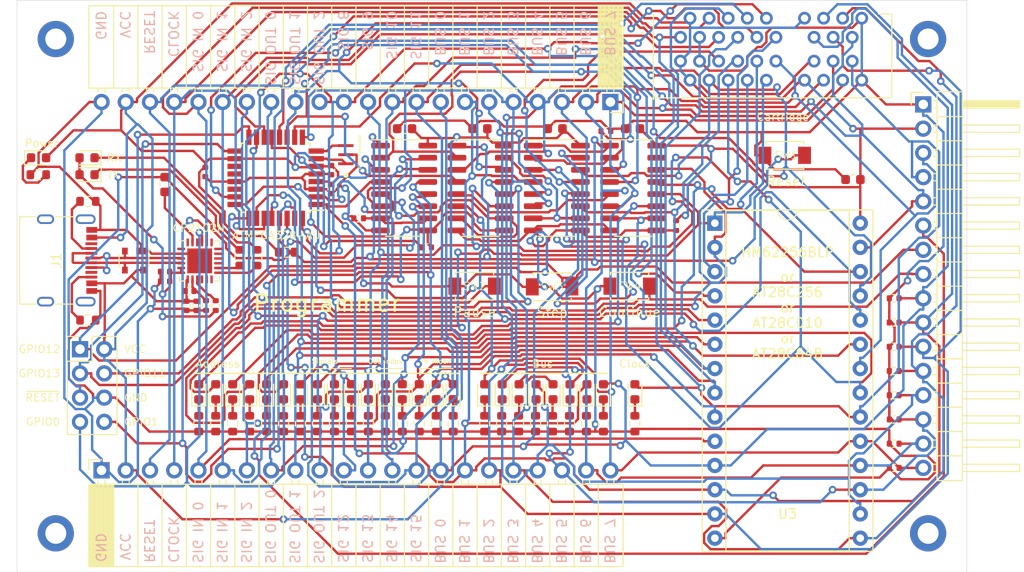
<source format=kicad_pcb>
(kicad_pcb (version 20221018) (generator pcbnew)
  (layers (0 "F.Cu" signal) (31 "B.Cu" signal) (34 "B.Paste" user) (35 "F.Paste" user) (36 "B.SilkS" user "B.Silkscreen") (37 "F.SilkS" user "F.Silkscreen") (38 "B.Mask" user) (39 "F.Mask" user) (44 "Edge.Cuts" user))
  (net 0 "")
  (net 1 "XTAL1")
  (net 2 "GND")
  (net 3 "XTAL2")
  (net 4 "VCC")
  (net 5 "Net-(D3-A)")
  (net 6 "Net-(U2-~{DTR})")
  (net 7 "GPIO18")
  (net 8 "Net-(D1-K)")
  (net 9 "Net-(U2-D+)")
  (net 10 "Net-(U2-D-)")
  (net 11 "Net-(D3-K)")
  (net 12 "Net-(D4-K)")
  (net 13 "Net-(D5-K)")
  (net 14 "A0")
  (net 15 "Net-(D6-K)")
  (net 16 "A1")
  (net 17 "Net-(D7-K)")
  (net 18 "A2")
  (net 19 "Net-(D8-K)")
  (net 20 "A3")
  (net 21 "Net-(D9-K)")
  (net 22 "A4")
  (net 23 "Net-(D10-K)")
  (net 24 "A5")
  (net 25 "Net-(D11-K)")
  (net 26 "A6")
  (net 27 "Net-(D12-K)")
  (net 28 "A7")
  (net 29 "Net-(D13-K)")
  (net 30 "A8")
  (net 31 "Net-(D14-K)")
  (net 32 "A9")
  (net 33 "Net-(D15-K)")
  (net 34 "A10")
  (net 35 "Net-(D16-K)")
  (net 36 "A11")
  (net 37 "Net-(D17-K)")
  (net 38 "A12")
  (net 39 "Net-(D18-K)")
  (net 40 "A13")
  (net 41 "Net-(D19-K)")
  (net 42 "A14")
  (net 43 "Net-(D20-K)")
  (net 44 "A15")
  (net 45 "Net-(D21-K)")
  (net 46 "BUS0")
  (net 47 "Net-(D22-K)")
  (net 48 "BUS1")
  (net 49 "Net-(D23-K)")
  (net 50 "BUS2")
  (net 51 "Net-(D24-K)")
  (net 52 "BUS3")
  (net 53 "Net-(D25-K)")
  (net 54 "BUS4")
  (net 55 "Net-(D26-K)")
  (net 56 "BUS5")
  (net 57 "Net-(D27-K)")
  (net 58 "BUS6")
  (net 59 "Net-(D28-K)")
  (net 60 "BUS7")
  (net 61 "Net-(D29-K)")
  (net 62 "GPIO19")
  (net 63 "Net-(J1-CC1)")
  (net 65 "Net-(J1-CC2)")
  (net 67 "TXD")
  (net 68 "GPIO13")
  (net 69 "GPIO12")
  (net 70 "GPIO11")
  (net 71 "GPIO10")
  (net 72 "~{RESET}")
  (net 73 "RXD")
  (net 74 "~{ADDR_PE_1}")
  (net 75 "Net-(U2-VBUS)")
  (net 76 "Net-(U2-~{RST})")
  (net 77 "Net-(U2-~{TXT}{slash}GPIO.0)")
  (net 78 "Net-(U2-~{RXT}{slash}GPIO.1)")
  (net 82 "ADDR_CLOCK")
  (net 83 "ADDR_COUNT")
  (net 84 "~{ADDR_PE_0}")
  (net 96 "Net-(U4-TC)")
  (net 97 "Net-(U5-TC)")
  (net 98 "Net-(U6-TC)")
  (footprint "Resistor_SMD:R_0603_1608Metric" (layer "F.Cu") (at 60.198 69.787 -90)
    (fp_text reference "R19" hide)
    (fp_text value "10k")
  )
  (footprint "Capacitor_SMD:C_0603_1608Metric" (layer "F.Cu") (at 118.11 44.196 180)
    (fp_text reference "C13" hide)
    (fp_text value "0.1uF")
  )
  (footprint "LED_SMD:LED_0603_1608Metric" (layer "F.Cu") (at 74.422 66.436 90)
    (fp_text reference "D6" hide)
    (fp_text value "LED")
  )
  (footprint "LED_SMD:LED_0603_1608Metric" (layer "F.Cu") (at 67.31 66.436 90)
    (fp_text reference "D10" hide)
    (fp_text value "LED")
  )
  (footprint "Resistor_SMD:R_0603_1608Metric" (layer "F.Cu") (at 55.626 52.387 -90)
    (fp_text reference "R9" hide)
    (fp_text value "47k")
  )
  (footprint "Package_SO:SOIC-16_3.9x9.9mm_P1.27mm" (layer "F.Cu") (at 71.061 45.085)
    (fp_text reference "U4" hide)
    (fp_text value "74HC161")
  )
  (footprint "Resistor_SMD:R_0402_1005Metric" (layer "F.Cu") (at 122.43 74.422)
    (fp_text reference "R42" hide)
    (fp_text value "10k")
  )
  (footprint "LED_SMD:LED_0603_1608Metric" (layer "F.Cu") (at 54.864 66.4475 90)
    (fp_text reference "D17" hide)
    (fp_text value "LED")
  )
  (footprint "LED_SMD:LED_0603_1608Metric" (layer "F.Cu") (at 88.446 66.4475 90)
    (fp_text reference "D23" hide)
    (fp_text value "LED")
  )
  (footprint "Capacitor_SMD:C_0402_1005Metric" (layer "F.Cu") (at 46.002 53.848)
    (fp_text reference "C7" hide)
    (fp_text value "0.1uF")
  )
  (footprint "LED_SMD:LED_0603_1608Metric" (layer "F.Cu") (at 51.308 66.4475 90)
    (fp_text reference "D19" hide)
    (fp_text value "LED")
  )
  (footprint "LED_SMD:LED_0603_1608Metric" (layer "F.Cu") (at 86.668 66.4475 90)
    (fp_text reference "D24" hide)
    (fp_text value "LED")
  )
  (footprint "Resistor_SMD:R_0603_1608Metric" (layer "F.Cu") (at 63.754 69.787 -90)
    (fp_text reference "R17" hide)
    (fp_text value "10k")
  )
  (footprint "Resistor_SMD:R_0402_1005Metric" (layer "F.Cu") (at 122.428 66.802)
    (fp_text reference "R39" hide)
    (fp_text value "10k")
  )
  (footprint "Resistor_SMD:R_0402_1005Metric" (layer "F.Cu") (at 122.43 69.342)
    (fp_text reference "R40" hide)
    (fp_text value "10k")
  )
  (footprint "TS-1088-AR02016:SW_TS-1088-AR02016" (layer "F.Cu") (at 110.955 41.656)
    (fp_text reference "SW1")
    (fp_text value "RESET")
  )
  (footprint "LED_SMD:LED_0603_1608Metric" (layer "F.Cu") (at 69.088 66.436 90)
    (fp_text reference "D9" hide)
    (fp_text value "LED")
  )
  (footprint "Connector_PinHeader_2.54mm:PinHeader_2x04_P2.54mm_Vertical" (layer "F.Cu") (at 37.084 61.976)
    (fp_text reference "J6" hide)
    (fp_text value "Conn_02x04_Odd_Even")
  )
  (footprint "Resistor_SMD:R_0402_1005Metric" (layer "F.Cu") (at 122.426 59.182)
    (fp_text reference "R36" hide)
    (fp_text value "10k")
  )
  (footprint "LED_SMD:LED_0603_1608Metric" (layer "F.Cu") (at 90.224 66.4475 90)
    (fp_text reference "D22" hide)
    (fp_text value "LED")
  )
  (footprint "LED_SMD:LED_0603_1608Metric" (layer "F.Cu") (at 65.532 66.436 90)
    (fp_text reference "D11" hide)
    (fp_text value "LED")
  )
  (footprint "Package_SO:SOIC-16_3.9x9.9mm_P1.27mm" (layer "F.Cu") (at 87.063 45.085)
    (fp_text reference "U6" hide)
    (fp_text value "74HC161")
  )
  (footprint "Package_QFP:TQFP-32_7x7mm_P0.8mm" (layer "F.Cu") (at 57.59 44.01 180)
    (fp_text reference "U1" hide)
    (fp_text value "ATMEGA328-AU")
  )
  (footprint "LED_SMD:LED_0603_1608Metric" (layer "F.Cu") (at 91.948 66.4475 90)
    (fp_text reference "D21" hide)
    (fp_text value "LED")
  )
  (footprint "Resistor_SMD:R_0603_1608Metric" (layer "F.Cu") (at 58.737 51.816 180)
    (fp_text reference "R2" hide)
    (fp_text value "10k")
  )
  (footprint "Connector_PinHeader_2.54mm:PinHeader_1x16_P2.54mm_Horizontal" (layer "F.Cu") (at 125.476 36.322)
    (fp_text reference "J4" hide)
    (fp_text value "Conn_01x16")
  )
  (footprint "Resistor_SMD:R_0603_1608Metric" (layer "F.Cu") (at 91.948 69.787 -90)
    (fp_text reference "R26" hide)
    (fp_text value "10k")
  )
  (footprint "TS-1088-AR02016:SW_TS-1088-AR02016" (layer "F.Cu") (at 86.571 55.444)
    (fp_text reference "SW3")
    (fp_text value "STEP")
  )
  (footprint "LED_SMD:LED_0603_1608Metric" (layer "F.Cu") (at 70.866 66.436 90)
    (fp_text reference "D8" hide)
    (fp_text value "LED")
  )
  (footprint "LED_SMD:LED_0603_1608Metric" (layer "F.Cu") (at 53.086 66.4475 90)
    (fp_text reference "D18" hide)
    (fp_text value "LED")
  )
  (footprint "Resistor_SMD:R_0603_1608Metric" (layer "F.Cu") (at 69.088 69.787 -90)
    (fp_text reference "R14" hide)
    (fp_text value "10k")
  )
  (footprint "Connector_PinSocket_2.54mm:PinSocket_1x22_P2.54mm_Horizontal" (layer "F.Cu") (at 92.68 36.068 -90)
    (fp_text reference "J3" hide)
    (fp_text value "Conn_01x22")
  )
  (footprint "LED_SMD:LED_0603_1608Metric" (layer "F.Cu") (at 37.8205 41.91 180)
    (fp_text reference "D4" hide)
    (fp_text value "GREEN")
  )
  (footprint "Resistor_SMD:R_0402_1005Metric" (layer "F.Cu") (at 50.292 57.402 -90)
    (fp_text reference "R6" hide)
    (fp_text value "47.5k")
  )
  (footprint "Capacitor_SMD:C_0402_1005Metric" (layer "F.Cu") (at 63.426 45.184 90)
    (fp_text reference "C2" hide)
    (fp_text value "4.7uF")
  )
  (footprint "LED_SMD:LED_0603_1608Metric" (layer "F.Cu") (at 61.976 66.4475 90)
    (fp_text reference "D13" hide)
    (fp_text value "LED")
  )
  (footprint "Package_TO_SOT_SMD:SOT-143" (layer "F.Cu") (at 42.738 52.689 -90)
    (fp_text reference "D2" hide)
    (fp_text value "SP0503BAHT")
  )
  (footprint "Resistor_SMD:R_0603_1608Metric" (layer "F.Cu") (at 53.848 52.387 -90)
    (fp_text reference "R8" hide)
    (fp_text value "10k")
  )
  (footprint "Resistor_SMD:R_0402_1005Metric" (layer "F.Cu") (at 122.426 61.722)
    (fp_text reference "R37" hide)
    (fp_text value "10k")
  )
  (footprint "Resistor_SMD:R_0603_1608Metric" (layer "F.Cu") (at 49.53 69.787 -90)
    (fp_text reference "R25" hide)
    (fp_text value "10k")
  )
  (footprint "Resistor_SMD:R_0402_1005Metric" (layer "F.Cu") (at 122.426 56.642)
    (fp_text reference "R35" hide)
    (fp_text value "10k")
  )
  (footprint "LED_SMD:LED_0603_1608Metric" (layer "F.Cu") (at 76.2 66.436 90)
    (fp_text reference "D5" hide)
    (fp_text value "LED")
  )
  (footprint "TS-1088-AR02016:SW_TS-1088-AR02016" (layer "F.Cu") (at 78.443 55.372)
    (fp_text reference "SW2")
    (fp_text value "PAUSE")
  )
  (footprint "MountingHole:MountingHole_2.2mm_M2_DIN965_Pad" (layer "F.Cu") (at 125.984 29.464)
    (fp_text reference "HOLE2" hide)
    (fp_text value "MountingHole_2.2mm_M2_DIN965_Pad" hide)
  )
  (footprint "Capacitor_SMD:C_0603_1608Metric" (layer "F.Cu") (at 79.007 38.862 180)
    (fp_text reference "C10" hide)
    (fp_text value "0.1uF")
  )
  (footprint "Capacitor_SMD:C_0402_1005Metric" (layer "F.Cu") (at 48.26 57.432 90)
    (fp_text reference "C4" hide)
    (fp_text value "4.7uF")
  )
  (footprint "Resistor_SMD:R_0603_1608Metric" (layer "F.Cu") (at 37.909 46.482 180)
    (fp_text reference "R4" hide)
    (fp_text value "5.1k")
  )
  (footprint "LED_SMD:LED_0603_1608Metric" (layer "F.Cu") (at 32.7405 41.91)
    (fp_text reference "D1" hide)
    (fp_text value "GREEN")
  )
  (footprint "LED_SMD:LED_0603_1608Metric" (layer "F.Cu") (at 56.642 66.4475 90)
    (fp_text reference "D16" hide)
    (fp_text value "LED")
  )
  (footprint "LED_SMD:LED_0603_1608Metric" (layer "F.Cu") (at 83.112 66.4475 90)
    (fp_text reference "D26" hide)
    (fp_text value "LED")
  )
  (footprint "Resistor_SMD:R_0603_1608Metric" (layer "F.Cu") (at 51.308 69.787 -90)
    (fp_text reference "R24" hide)
    (fp_text value "10k")
  )
  (footprint "LED_SMD:LED_0603_1608Metric" (layer "F.Cu") (at 49.53 66.4475 90)
    (fp_text reference "D20" hide)
    (fp_text value "LED")
  )
  (footprint "Resistor_SMD:R_0603_1608Metric" (layer "F.Cu") (at 54.864 69.787 -90)
    (fp_text reference "R22" hide)
    (fp_text value "10k")
  )
  (footprint "Resistor_SMD:R_0402_1005Metric" (layer "F.Cu") (at 51.308 57.406 90)
    (fp_text reference "R7" hide)
    (fp_text value "1k")
  )
  (footprint "Resistor_SMD:R_0603_1608Metric" (layer "F.Cu") (at 81.28 69.787 -90)
    (fp_text reference "R32" hide)
    (fp_text value "10k")
  )
  (footprint "Resistor_SMD:R_0603_1608Metric" (layer "F.Cu") (at 61.976 69.787 -90)
    (fp_text reference "R18" hide)
    (fp_text value "10k")
  )
  (footprint "Resistor_SMD:R_0402_1005Metric" (layer "F.Cu") (at 99.568 49.024 90)
    (fp_text reference "R44" hide)
    (fp_text value "10k")
  )
  (footprint "Resistor_SMD:R_0603_1608Metric" (layer "F.Cu") (at 83.058 69.787 -90)
    (fp_text reference "R31" hide)
    (fp_text value "10k")
  )
  (footprint "Resistor_SMD:R_0603_1608Metric" (layer "F.Cu") (at 84.836 69.787 -90)
    (fp_text reference "R30" hide)
    (fp_text value "10k")
  )
  (footprint "LED_SMD:LED_0603_1608Metric" (layer "F.Cu") (at 79.502 66.4475 90)
    (fp_text reference "D28" hide)
    (fp_text value "LED")
  )
  (footprint "updated_libs:318310200P1T" (layer "F.Cu") (at 100.03 29.282)
    (fp_text reference "J5" hide)
    (fp_text value "3183-10200P1T" hide)
  )
  (footprint "Resistor_SMD:R_0402_1005Metric" (layer "F.Cu") (at 122.426 71.882)
    (fp_text reference "R41" hide)
    (fp_text value "10k")
  )
  (footprint "updated_libs:USB_C_Receptacle_G-Switch_GT-USB-7010ASV" (layer "F.Cu") (at 34.544 52.674 -90)
    (fp_text reference "J1")
    (fp_text value "USB_C_Receptacle_USB2.0")
  )
  (footprint "LED_SMD:LED_0603_1608Metric" (layer "F.Cu") (at 58.42 66.4475 90)
    (fp_text reference "D15" hide)
    (fp_text value "LED")
  )
  (footprint "Capacitor_SMD:C_0402_1005Metric" (layer "F.Cu") (at 49.276 57.432 90)
    (fp_text reference "C5" hide)
    (fp_text value "0.1uF")
  )
  (footprint "Package_DIP:DIP-28_W15.24mm_Socket" (layer "F.Cu") (at 103.632 48.768)
    (fp_text reference "U3")
    (fp_text value "HM62256BLP")
  )
  (footprint "Resistor_SMD:R_0603_1608Metric" (layer "F.Cu") (at 86.614 69.787 -90)
    (fp_text reference "R29" hide)
    (fp_text value "10k")
  )
  (footprint "Resistor_SMD:R_0603_1608Metric" (layer "F.Cu") (at 95.25 69.787 -90)
    (fp_text reference "R34" hide)
    (fp_text value "10k")
  )
  (footprint "Resistor_SMD:R_0603_1608Metric" (layer "F.Cu") (at 90.17 69.787 -90)
    (fp_text reference "R27" hide)
    (fp_text value "10k")
  )
  (footprint "Resistor_SMD:R_0603_1608Metric" (layer "F.Cu") (at 56.642 69.787 -90)
    (fp_text reference "R21" hide)
    (fp_text value "10k")
  )
  (footprint "LED_SMD:LED_0603_1608Metric" (layer "F.Cu") (at 63.754 66.4475 90)
    (fp_text reference "D12" hide)
    (fp_text value "LED")
  )
  (footprint "Resistor_SMD:R_0603_1608Metric" (layer "F.Cu") (at 70.866 69.787 -90)
    (fp_text reference "R13" hide)
    (fp_text value "10k")
  )
  (footprint "Resistor_SMD:R_0603_1608Metric" (layer "F.Cu") (at 65.532 69.787 -90)
    (fp_text reference "R16" hide)
    (fp_text value "10k")
  )
  (footprint "Capacitor_SMD:C_0603_1608Metric" (layer "F.Cu") (at 45.974 44.717 90)
    (fp_text reference "C8" hide)
    (fp_text value "0.1uF")
  )
  (footprint "MountingHole:MountingHole_2.2mm_M2_DIN965_Pad" (layer "F.Cu") (at 34.544 81.28)
    (fp_text reference "HOLE3" hide)
    (fp_text value "MountingHole_2.2mm_M2_DIN965_Pad" hide)
  )
  (footprint "Resistor_SMD:R_0603_1608Metric" (layer "F.Cu") (at 32.703 43.688)
    (fp_text reference "R1" hide)
    (fp_text value "47k")
  )
  (footprint "Resistor_SMD:R_0402_1005Metric" (layer "F.Cu") (at 92.204 39.116 180)
    (fp_text reference "R45" hide)
    (fp_text value "10k")
  )
  (footprint "Resistor_SMD:R_0402_1005Metric" (layer "F.Cu") (at 66.292 48.26)
    (fp_text reference "R46" hide)
    (fp_text value "10k")
  )
  (footprint "MountingHole:MountingHole_2.2mm_M2_DIN965_Pad" (layer "F.Cu") (at 34.544 29.464)
    (fp_text reference "HOLE1" hide)
    (fp_text value "MountingHole_2.2mm_M2_DIN965_Pad" hide)
  )
  (footprint "Resistor_SMD:R_0402_1005Metric" (layer "F.Cu") (at 122.426 64.262)
    (fp_text reference "R38" hide)
    (fp_text value "10k")
  )
  (footprint "Resistor_SMD:R_0603_1608Metric" (layer "F.Cu") (at 67.31 69.787 -90)
    (fp_text reference "R15" hide)
    (fp_text value "10k")
  )
  (footprint "MountingHole:MountingHole_2.2mm_M2_DIN965_Pad" (layer "F.Cu") (at 125.984 81.28)
    (fp_text reference "HOLE4" hide)
    (fp_text value "MountingHole_2.2mm_M2_DIN965_Pad" hide)
  )
  (footprint "Capacitor_SMD:C_0603_1608Metric" (layer "F.Cu") (at 86.881 38.862 180)
    (fp_text reference "C11" hide)
    (fp_text value "0.1uF")
  )
  (footprint "Package_SO:SOIC-16_3.9x9.9mm_P1.27mm" (layer "F.Cu") (at 79.079 45.085)
    (fp_text reference "U5" hide)
    (fp_text value "74HC161")
  )
  (footprint "Resistor_SMD:R_0603_1608Metric" (layer "F.Cu") (at 37.909 58.928 180)
    (fp_text reference "R3" hide)
    (fp_text value "5.1k")
  )
  (footprint "updated_libs:OSC_CSTCE16M0V53-R0" (layer "F.Cu") (at 64.95 41.59 90)
    (fp_text reference "16MHz1" hide)
    (fp_text value "Resonator" hide)
  )
  (footprint "LED_SMD:LED_0603_1608Metric" (layer "F.Cu") (at 81.334 66.4475 90)
    (fp_text reference "D27" hide)
    (fp_text value "LED")
  )
  (footprint "TS-1088-AR02016:SW_TS-1088-AR02016" (layer "F.Cu") (at 94.699 55.372)
    (fp_text reference "SW4")
    (fp_text value "CONTINUE")
  )
  (footprint "Resistor_SMD:R_0603_1608Metric" (layer "F.Cu") (at 88.392 69.787 -90)
    (fp_text reference "R28" hide)
    (fp_text value "10k")
  )
  (footprint "Capacitor_SMD:C_0603_1608Metric" (layer "F.Cu") (at 71.107 38.862 180)
    (fp_text reference "C9" hide)
    (fp_text value "0.1uF")
  )
  (footprint "Resistor_SMD:R_0603_1608Metric" (layer "F.Cu") (at 76.2 69.787 -90)
    (fp_text reference "R10" hide)
    (fp_text value "10k")
  )
  (footprint "Resistor_SMD:R_0402_1005Metric" (layer "F.Cu") (at 73.412 51.308 180)
    (fp_text reference "R43" hide)
    (fp_text value "10k")
  )
  (footprint "Capacitor_SMD:C_0402_1005Metric" (layer "F.Cu") (at 46.002 54.864)
    (fp_text reference "C6" hide)
    (fp_text value "4.7uF")
  )
  (footprint "Resistor_SMD:R_0402_1005Metric" (layer "F.Cu") (at 48.514 55.88)
    (fp_text reference "R5" hide)
    (fp_text value "22.1k")
  )
  (footprint "Connector_PinSocket_2.54mm:PinSocket_1x22_P2.54mm_Horizontal" (layer "F.Cu") (at 39.34 74.676 90)
    (fp_text reference "J2" hide)
    (fp_text value "Conn_01x22")
  )
  (footprint "Resistor_SMD:R_0603_1608Metric" (layer "F.Cu") (at 53.086 69.787 -90)
    (fp_text reference "R23" hide)
    (fp_text value "10k")
  )
  (footprint "Package_SO:SOIC-16_3.9x9.9mm_P1.27mm" (layer "F.Cu") (at 95.061 45.085)
    (fp_text reference "U7" hide)
    (fp_text value "74HC161")
  )
  (footprint "Package_DFN_QFN:QFN-24-1EP_4x4mm_P0.5mm_EP2.6x2.6mm" (layer "F.Cu") (at 49.6245 52.72)
    (fp_text reference "U2" hide)
    (fp_text value "CP2102N-Axx-xQFN24" hide)
  )
  (footprint "Resistor_SMD:R_0603_1608Metric" (layer "F.Cu") (at 79.502 69.787 -90)
    (fp_text reference "R33" hide)
    (fp_text value "10k")
  )
  (footprint "Resistor_SMD:R_0603_1608Metric" (layer "F.Cu") (at 58.42 69.787 -90)
    (fp_text reference "R20" hide)
    (fp_text value "10k")
  )
  (footprint "Resistor_SMD:R_0603_1608Metric" (layer "F.Cu") (at 74.422 69.787 -90)
    (fp_text reference "R11" hide)
    (fp_text value "10k")
  )
  (footprint "LED_SMD:LED_0603_1608Metric" (layer "F.Cu") (at 60.198 66.4475 90)
    (fp_text reference "D14" hide)
    (fp_text value "LED")
  )
  (footprint "Capacitor_SMD:C_0603_1608Metric" (layer "F.Cu") (at 95.009 38.862 180)
    (fp_text reference "C12" hide)
    (fp_text value "0.1uF")
  )
  (footprint "Resistor_SMD:R_0603_1608Metric" (layer "F.Cu") (at 72.644 69.787 -90)
    (fp_text reference "R12" hide)
    (fp_text value "10k")
  )
  (footprint "Capacitor_SMD:C_0402_1005Metric" (layer "F.Cu") (at 63.426 43.208 90)
    (fp_text reference "C1" hide)
    (fp_text value "4.7uF")
  )
  (footprint "Capacitor_SMD:C_0402_1005Metric" (layer "F.Cu") (at 50.218 43.406 90)
    (fp_text reference "C3" hide)
    (fp_text value "4.7uF")
  )
  (footprint "LED_SMD:LED_0603_1608Metric" (layer "F.Cu") (at 37.8205 43.688 180)
    (fp_text reference "D3" hide)
    (fp_text value "RED")
  )
  (footprint "LED_SMD:LED_0603_1608Metric" (layer "F.Cu") (at 95.25 66.4475 90)
    (fp_text reference "D29" hide)
    (fp_text value "LED")
  )
  (footprint "LED_SMD:LED_0603_1608Metric" (layer "F.Cu") (at 72.644 66.436 90)
    (fp_text reference "D7" hide)
    (fp_text value "LED")
  )
  (footprint "LED_SMD:LED_0603_1608Metric" (layer "F.Cu") (at 84.89 66.4475 90)
    (fp_text reference "D25" hide)
    (fp_text value "LED")
  )
  (gr_line (start 65.532 64.008) (end 60.198 64.008) (stroke (width 0.1)) (layer "F.SilkS"))
  (gr_line (start 76.708 64.516) (end 49.022 64.516) (stroke (width 0.15)) (layer "F.SilkS"))
  (gr_line (start 78.994 64.516) (end 92.456 64.516) (stroke (width 0.15)) (layer "F.SilkS"))
  (gr_line (start 70.866 64.008) (end 67.31 64.008) (stroke (width 0.1)) (layer "F.SilkS"))
  (gr_line (start 76.2 64.008) (end 72.644 64.008) (stroke (width 0.1)) (layer "F.SilkS"))
  (gr_line (start 130.048 85.344) (end 30.48 85.344) (stroke (width 0.05)) (layer "Edge.Cuts"))
  (gr_line (start 30.48 85.344) (end 30.48 25.4) (stroke (width 0.05)) (layer "Edge.Cuts"))
  (gr_line (start 130.048 25.4) (end 130.048 85.344) (stroke (width 0.05)) (layer "Edge.Cuts"))
  (gr_line (start 30.48 25.4) (end 130.048 25.4) (stroke (width 0.05)) (layer "Edge.Cuts"))
  (gr_text "VCC" (at 41.783 26.416 270) (layer "B.SilkS") (effects (font (size 1 1)) (justify right mirror)))
  (gr_text "SIG 8" (at 64.643 26.416 270) (layer "B.SilkS") (effects (font (size 1 1)) (justify right mirror)))
  (gr_text "BUS 1" (at 77.343 79.629 270) (layer "B.SilkS") (effects (font (size 1 1)) (justify right mirror)))
  (gr_text "SIG OUT 2" (at 62.103 76.581 270) (layer "B.SilkS") (effects (font (size 1 1)) (justify right mirror)))
  (gr_text "BUS 3" (at 82.423 79.629 270) (layer "B.SilkS") (effects (font (size 1 1)) (justify right mirror)))
  (gr_text "SIG 14" (at 69.723 84.455 270) (layer "B.SilkS") (effects (font (size 1 1)) (justify left mirror)))
  (gr_text "BUS 6" (at 90.043 26.416 270) (layer "B.SilkS") (effects (font (size 1 1)) (justify right mirror)))
  (gr_text "SIG 10" (at 69.723 26.416 270) (layer "B.SilkS") (effects (font (size 1 1)) (justify right mirror)))
  (gr_text "BUS 2" (at 79.883 26.416 270) (layer "B.SilkS") (effects (font (size 1 1)) (justify right mirror)))
  (gr_text "BUS 5" (at 87.503 26.416 270) (layer "B.SilkS") (effects (font (size 1 1)) (justify right mirror)))
  (gr_text "BUS 1" (at 77.343 26.416 270) (layer "B.SilkS") (effects (font (size 1 1)) (justify right mirror)))
  (gr_text "SIG 11" (at 72.263 26.416 270) (layer "B.SilkS") (effects (font (size 1 1)) (justify right mirror)))
  (gr_text "RESET" (at 44.323 84.455 270) (layer "B.SilkS") (effects (font (size 1 1)) (justify left mirror)))
  (gr_text "BUS 4" (at 84.963 26.416 270) (layer "B.SilkS") (effects (font (size 1 1)) (justify right mirror)))
  (gr_text "GND" (at 39.243 81.153 270) (layer "B.SilkS") (effects (font (size 1 1)) (justify right mirror)))
  (gr_text "BUS 7" (at 92.583 79.629 270) (layer "B.SilkS") (effects (font (size 1 1)) (justify right mirror)))
  (gr_text "SIG OUT 0" (at 57.023 26.416 270) (layer "B.SilkS") (effects (font (size 1 1)) (justify right mirror)))
  (gr_text "SIG IN 1" (at 51.943 26.416 270) (layer "B.SilkS") (effects (font (size 1 1)) (justify right mirror)))
  (gr_text "BUS 0" (at 74.803 26.416 270) (layer "B.SilkS") (effects (font (size 1 1)) (justify right mirror)))
  (gr_text "RESET" (at 44.323 26.416 270) (layer "B.SilkS") (effects (font (size 1 1)) (justify right mirror)))
  (gr_text "SIG 12" (at 64.643 84.455 270) (layer "B.SilkS") (effects (font (size 1 1)) (justify left mirror)))
  (gr_text "SIG 13" (at 67.183 84.455 270) (layer "B.SilkS") (effects (font (size 1 1)) (justify left mirror)))
  (gr_text "SIG OUT 1" (at 59.563 76.581 270) (layer "B.SilkS") (effects (font (size 1 1)) (justify right mirror)))
  (gr_text "GND" (at 39.243 26.416 270) (layer "B.SilkS") (effects (font (size 1 1)) (justify right mirror)))
  (gr_text "BUS 5" (at 87.503 79.629 270) (layer "B.SilkS") (effects (font (size 1 1)) (justify right mirror)))
  (gr_text "SIG OUT 0" (at 57.023 76.581 270) (layer "B.SilkS") (effects (font (size 1 1)) (justify right mirror)))
  (gr_text "SIG IN 0" (at 49.403 77.851 270) (layer "B.SilkS") (effects (font (size 1 1)) (justify right mirror)))
  (gr_text "VCC" (at 41.783 84.201 270) (layer "B.SilkS") (effects (font (size 1 1)) (justify left mirror)))
  (gr_text "SIG 15" (at 72.263 84.455 270) (layer "B.SilkS") (effects (font (size 1 1)) (justify left mirror)))
  (gr_text "BUS 6" (at 90.043 79.629 270) (layer "B.SilkS") (effects (font (size 1 1)) (justify right mirror)))
  (gr_text "BUS 0" (at 74.803 79.629 270) (layer "B.SilkS") (effects (font (size 1 1)) (justify right mirror)))
  (gr_text "BUS 3" (at 82.423 26.416 270) (layer "B.SilkS") (effects (font (size 1 1)) (justify right mirror)))
  (gr_text "SIG IN 1" (at 51.943 77.851 270) (layer "B.SilkS") (effects (font (size 1 1)) (justify right mirror)))
  (gr_text "SIG OUT 1" (at 59.563 26.416 270) (layer "B.SilkS") (effects (font (size 1 1)) (justify right mirror)))
  (gr_text "SIG OUT 2" (at 62.103 26.416 270) (layer "B.SilkS") (effects (font (size 1 1)) (justify right mirror)))
  (gr_text "BUS 2" (at 79.883 79.629 270) (layer "B.SilkS") (effects (font (size 1 1)) (justify right mirror)))
  (gr_text "BUS 7" (at 92.583 26.416 270) (layer "B.SilkS") (effects (font (size 1 1)) (justify right mirror)))
  (gr_text "SIG IN 2" (at 54.483 77.851 270) (layer "B.SilkS") (effects (font (size 1 1)) (justify right mirror)))
  (gr_text "BUS 4" (at 84.963 79.629 270) (layer "B.SilkS") (effects (font (size 1 1)) (justify right mirror)))
  (gr_text "SIG IN 0" (at 49.403 26.416 270) (layer "B.SilkS") (effects (font (size 1 1)) (justify right mirror)))
  (gr_text "CLOCK" (at 46.863 84.455 270) (layer "B.SilkS") (effects (font (size 1 1)) (justify left mirror)))
  (gr_text "SIG IN 2" (at 54.483 26.416 270) (layer "B.SilkS") (effects (font (size 1 1)) (justify right mirror)))
  (gr_text "SIG 9" (at 67.183 26.416 270) (layer "B.SilkS") (effects (font (size 1 1)) (justify right mirror)))
  (gr_text "CLOCK" (at 46.863 26.416 270) (layer "B.SilkS") (effects (font (size 1 1)) (justify right mirror)))
  (gr_text "GPIO1" (at 41.656 69.596) (layer "F.SilkS") (effects (font (size 0.8 0.8) (thickness 0.1)) (justify left)))
  (gr_text "RX" (at 39.827 42.418) (layer "F.SilkS") (effects (font (size 0.8 0.8) (thickness 0.1)) (justify left bottom)))
  (gr_text "GPIO0" (at 35.052 69.596) (layer "F.SilkS") (effects (font (size 0.8 0.8) (thickness 0.1)) (justify right)))
  (gr_text "GPIO12" (at 35.052 61.976) (layer "F.SilkS") (effects (font (size 0.8 0.8) (thickness 0.1)) (justify right)))
  (gr_text "VCC" (at 41.656 61.976) (layer "F.SilkS") (effects (font (size 0.8 0.8) (thickness 0.1)) (justify left)))
  (gr_text "or\nAT28C256\nor\nAT28C010\nor\nAT28C64B" (at 111.252 58.42) (layer "F.SilkS") (effects (font (size 1 1))))
  (gr_text "16MHz Resonator" (at 66.548 43.434 90) (layer "F.SilkS") (effects (font (size 0.3 0.3) (thickness 0.05) bold) (justify left bottom)))
  (gr_text "GND" (at 41.656 67.056) (layer "F.SilkS") (effects (font (size 0.8 0.8) (thickness 0.1)) (justify left)))
  (gr_text "Pause" (at 78.443 58.674) (layer "F.SilkS") (effects (font (size 1 1) (thickness 0.12)) (justify bottom)))
  (gr_text "Signals" (at 62.738 63.246) (layer "F.SilkS") (effects (font (size 0.5 0.5) (thickness 0.08))))
  (gr_text "Power" (at 31.242 40.386) (layer "F.SilkS") (effects (font (size 0.8 0.8) (thickness 0.1)) (justify left)))
  (gr_text "~{RESET}" (at 35.052 67.056) (layer "F.SilkS") (effects (font (size 0.8 0.8) (thickness 0.1)) (justify right)))
  (gr_text "Continue" (at 94.699 58.674) (layer "F.SilkS") (effects (font (size 1 1) (thickness 0.12)) (justify bottom)))
  (gr_text "CP2102N" (at 49.53 49.276) (layer "F.SilkS") (effects (font (size 0.8 0.8) (thickness 0.1))))
  (gr_text "Bus" (at 85.598 63.5) (layer "F.SilkS") (effects (font (size 0.8 0.8) (thickness 0.1))))
  (gr_text "GPIO13" (at 35.052 64.516) (layer "F.SilkS") (effects (font (size 0.8 0.8) (thickness 0.1)) (justify right)))
  (gr_text "Out index" (at 69.088 63.246) (layer "F.SilkS") (effects (font (size 0.5 0.5) (thickness 0.08))))
  (gr_text "Address" (at 51.562 63.5) (layer "F.SilkS") (effects (font (size 0.8 0.8) (thickness 0.1))))
  (gr_text "Clock" (at 95.25 63.5) (layer "F.SilkS") (effects (font (size 0.8 0.8) (thickness 0.1))))
  (gr_text "GPIO11" (at 41.656 64.516) (layer "F.SilkS") (effects (font (size 0.8 0.8) (thickness 0.1)) (justify left)))
  (gr_text "Programmer" (at 62.992 58.166) (layer "F.SilkS") (effects (font (size 1.7 1.7) (thickness 0.25)) (justify bottom)))
  (gr_text "In index" (at 74.422 63.246) (layer "F.SilkS") (effects (font (size 0.5 0.5) (thickness 0.08))))
  (gr_text "TX" (at 39.827 44.196) (layer "F.SilkS") (effects (font (size 0.8 0.8) (thickness 0.1)) (justify left bottom)))
  (gr_text "Step" (at 86.571 58.674) (layer "F.SilkS") (effects (font (size 1 1) (thickness 0.12)) (justify bottom)))
  (gr_text "Reset" (at 111.105 44.958) (layer "F.SilkS") (effects (font (size 1 1) (thickness 0.12)) (justify bottom)))
  (gr_text "Cartridge" (at 107.95 38.1) (layer "F.SilkS") (effects (font (size 0.8 0.8) (thickness 0.1)) (justify left bottom)))
  (segment (start 63.0775 42.1206) (end 64.5306 42.1206) (width 0.25) (layer "F.Cu") (net 1))
  (segment (start 64.5306 42.1206) (end 64.95 42.54) (width 0.25) (layer "F.Cu") (net 1))
  (segment (start 62.9669 42.01) (end 63.0775 42.1206) (width 0.25) (layer "F.Cu") (net 1))
  (segment (start 61.84 42.01) (end 62.9669 42.01) (width 0.25) (layer "F.Cu") (net 1))
  (segment (start 66.0769 41.59) (end 66.0769 42.8654) (width 0.25) (layer "F.Cu") (net 2))
  (segment (start 74.422 70.612) (end 76.2 70.612) (width 0.25) (layer "F.Cu") (net 2))
  (segment (start 84.588 49.53) (end 85.2983 50.2403) (width 0.25) (layer "F.Cu") (net 2))
  (segment (start 44.469 57.7417) (end 48.0897 57.7417) (width 0.25) (layer "F.Cu") (net 2))
  (segment (start 67.31 70.612) (end 65.532 70.612) (width 0.25) (layer "F.Cu") (net 2))
  (segment (start 77.5443 50.4703) (end 76.604 49.53) (width 0.25) (layer "F.Cu") (net 2))
  (segment (start 44.5959 51.97) (end 44.3149 51.689) (width 0.25) (layer "F.Cu") (net 2))
  (segment (start 92.624 55.372) (end 91.6221 55.372) (width 0.25) (layer "F.Cu") (net 2))
  (segment (start 32.7405 41.3973) (end 32.7405 42.8599) (width 0.25) (layer "F.Cu") (net 2))
  (segment (start 86.9088 38.0592) (end 91.6572 38.0592) (width 0.25) (layer "F.Cu") (net 2))
  (segment (start 56.642 70.612) (end 54.864 70.612) (width 0.25) (layer "F.Cu") (net 2))
  (segment (start 54.8546 44.0223) (end 54.4669 44.41) (width 0.25) (layer "F.Cu") (net 2))
  (segment (start 54.864 70.612) (end 53.086 70.612) (width 0.25) (layer "F.Cu") (net 2))
  (segment (start 76.368 55.372) (end 75.3661 55.372) (width 0.25) (layer "F.Cu") (net 2))
  (segment (start 121.916 58.9035) (end 121.916 57.912) (width 0.25) (layer "F.Cu") (net 2))
  (segment (start 87.437 48.8901) (end 87.249 49.0781) (width 0.25) (layer "F.Cu") (net 2))
  (segment (start 126.6671 74.9459) (end 126.0001 75.6129) (width 0.25) (layer "F.Cu") (net 2))
  (segment (start 66.0769 42.8654) (end 64.373 44.5693) (width 0.25) (layer "F.Cu") (net 2))
  (segment (start 63.388 45.664) (end 63.426 45.664) (width 0.25) (layer "F.Cu") (net 2))
  (segment (start 37.0932 59.7604) (end 35.8879 60.9657) (width 0.25) (layer "F.Cu") (net 2))
  (segment (start 125.8967 73.152) (end 126.6671 73.9224) (width 0.25) (layer "F.Cu") (net 2))
  (segment (start 61.84 43.61) (end 63.348 43.61) (width 0.25) (layer "F.Cu") (net 2))
  (segment (start 78.232 38.862) (end 77.3922 38.0222) (width 0.25) (layer "F.Cu") (net 2))
  (segment (start 126.6671 73.9224) (end 126.6671 74.9459) (width 0.25) (layer "F.Cu") (net 2))
  (segment (start 117.335 44.196) (end 116.2592 43.1202) (width 0.25) (layer "F.Cu") (net 2))
  (segment (start 60.3008 44.0223) (end 60.3007 44.0223) (width 0.25) (layer "F.Cu") (net 2))
  (segment (start 61.2766 45.21) (end 60.7131 45.21) (width 0.25) (layer "F.Cu") (net 2))
  (segment (start 65.532 70.612) (end 63.754 70.612) (width 0.25) (layer "F.Cu") (net 2))
  (segment (start 75.3262 55.4119) (end 69.7926 55.4119) (width 0.25) (layer "F.Cu") (net 2))
  (segment (start 60.6541 44.3757) (end 60.3008 44.0223) (width 0.25) (layer "F.Cu") (net 2))
  (segment (start 121.916 64.262) (end 121.916 61.722) (width 0.25) (layer "F.Cu") (net 2))
  (segment (start 35.8879 65.0591) (end 36.6148 65.786) (width 0.25) (layer "F.Cu") (net 2))
  (segment (start 121.916 61.722) (end 122.4664 61.1716) (width 0.25) (layer "F.Cu") (net 2))
  (segment (start 36.6148 65.786) (end 37.5429 65.786) (width 0.25) (layer "F.Cu") (net 2))
  (segment (start 108.3791 41.656) (end 107.8781 41.656) (width 0.25) (layer "F.Cu") (net 2))
  (segment (start 38.3165 49.474) (end 39.2159 49.474) (width 0.25) (layer "F.Cu") (net 2))
  (segment (start 107.8781 40.6462) (end 107.9512 40.5731) (width 0.25) (layer "F.Cu") (net 2))
  (segment (start 123.186 73.152) (end 125.8967 73.152) (width 0.25) (layer "F.Cu") (net 2))
  (segment (start 83.058 70.612) (end 84.836 70.612) (width 0.25) (layer "F.Cu") (net 2))
  (segment (start 101.7977 39.2314) (end 100.6137 38.0474) (width 0.25) (layer "F.Cu") (net 2))
  (segment (start 121.92 69.0635) (end 122.3426 69.4861) (width 0.25) (layer "F.Cu") (net 2))
  (segment (start 81.28 70.612) (end 83.058 70.612) (width 0.25) (layer "F.Cu") (net 2))
  (segment (start 69.7926 55.4119) (end 69.4597 55.079) (width 0.25) (layer "F.Cu") (net 2))
  (segment (start 51.308 70.612) (end 49.53 70.612) (width 0.25) (layer "F.Cu") (net 2))
  (segment (start 78.6049 54.137) (end 77.3699 55.372) (width 0.25) (layer "F.Cu") (net 2))
  (segment (start 100.6137 38.0474) (end 95.0486 38.0474) (width 0.25) (layer "F.Cu") (net 2))
  (segment (start 118.0346 28.2774) (end 119.03 27.282) (width 0.25) (layer "F.Cu") (net 2))
  (segment (start 121.916 56.642) (end 121.916 57.912) (width 0.25) (layer "F.Cu") (net 2))
  (segment (start 49.6245 52.72) (end 48.8745 51.97) (width 0.25) (layer "F.Cu") (net 2))
  (segment (start 121.916 57.912) (end 121.916 59.182) (width 0.25) (layer "F.Cu") (net 2))
  (segment (start 48.8745 51.97) (end 47.687 51.97) (width 0.25) (layer "F.Cu") (net 2))
  (segment (start 108.5326 39.2314) (end 101.7977 39.2314) (width 0.25) (layer "F.Cu") (net 2))
  (segment (start 123.8334 54.7995) (end 123.7585 54.7995) (width 0.25) (layer "F.Cu") (net 2))
  (segment (start 121.57 36.322) (end 119.03 33.782) (width 0.25) (layer "F.Cu") (net 2))
  (segment (start 39.2159 55.874) (end 39.2159 58.4461) (width 0.25) (layer "F.Cu") (net 2))
  (segment (start 120.904 75.438) (end 110.5644 75.438) (width 0.25) (layer "F.Cu") (net 2))
  (segment (start 39.34 36.068) (end 38.0698 36.068) (width 0.25) (layer "F.Cu") (net 2))
  (segment (start 71.1718 38.0222) (end 70.332 38.862) (width 0.25) (layer "F.Cu") (net 2))
  (segment (start 122.3613 69.7372) (end 122.3613 69.7459) (width 0.25) (layer "F.Cu") (net 2))
  (segment (start 85.4979 55.444) (end 85.7769 55.444) (width 0.25) (layer "F.Cu") (net 2))
  (segment (start 72.644 70.612) (end 70.866 70.612) (width 0.25) (layer "F.Cu") (net 2))
  (segment (start 39.624 67.056) (end 38.4471 67.056) (width 0.25) (layer "F.Cu") (net 2))
  (segment (start 77.3922 38.0222) (end 71.1718 38.0222) (width 0.25) (layer "F.Cu") (net 2))
  (segment (start 38.5624 46.482) (end 34.9403 42.8599) (width 0.25) (layer "F.Cu") (net 2))
  (segment (start 95.5239 70.3381) (end 95.25 70.612) (width 0.25) (layer "F.Cu") (net 2))
  (segment (start 86.614 70.612) (end 84.836 70.612) (width 0.25) (layer "F.Cu") (net 2))
  (segment (start 38.4471 66.6902) (end 38.4471 67.056) (width 0.25) (layer "F.Cu") (net 2))
  (segment (start 61.84 43.61) (end 60.7131 43.61) (width 0.25) (layer "F.Cu") (net 2))
  (segment (start 61.84 45.21) (end 62.934 45.21) (width 0.25) (layer "F.Cu") (net 2))
  (segment (start 91.6221 55.372) (end 91.3287 55.6654) (width 0.25) (layer "F.Cu") (net 2))
  (segment (start 84.496 55.444) (end 85.0668 55.444) (width 0.25) (layer "F.Cu") (net 2))
  (segment (start 76.2 70.612) (end 79.502 70.612) (width 0.25) (layer "F.Cu") (net 2))
  (segment (start 32.7405 42.8599) (end 32.7061 42.8599) (width 0.25) (layer "F.Cu") (net 2))
  (segment (start 60.7131 45.21) (end 60.6556 45.1525) (width 0.25) (layer "F.Cu") (net 2))
  (segment (start 86.4077 55.444) (end 87.6346 56.6709) (width 0.25) (layer "F.Cu") (net 2))
  (segment (start 76.869 55.372) (end 76.368 55.372) (width 0.25) (layer "F.Cu") (net 2))
  (segment (start 60.3007 44.0223) (end 54.8546 44.0223) (width 0.25) (layer "F.Cu") (net 2))
  (segment (start 37.5429 65.786) (end 38.4471 66.6902) (width 0.25) (layer "F.Cu") (net 2))
  (segment (start 81.28 70.612) (end 79.502 70.612) (width 0.25) (layer "F.Cu") (net 2))
  (segment (start 110.5644 75.438) (end 104.7589 81.2435) (width 0.25) (layer "F.Cu") (net 2))
  (segment (start 45.522 55.0047) (end 44.8913 55.6354) (width 0.25) (layer "F.Cu") (net 2))
  (segment (start 107.8781 41.656) (end 107.8781 40.6462) (width 0.25) (layer "F.Cu") (net 2))
  (segment (start 103.0254 32.7774) (end 106.4424 32.7774) (width 0.25) (layer "F.Cu") (net 2))
  (segment (start 91.9461 48.8901) (end 87.437 48.8901) (width 0.25) (layer "F.Cu") (net 2))
  (segment (start 123.7585 54.7995) (end 121.916 56.642) (width 0.25) (layer "F.Cu") (net 2))
  (segment (start 39.624 67.056) (end 40.8009 67.056) (width 0.25) (layer "F.Cu") (net 2))
  (segment (start 84.496 55.444) (end 83.4941 55.444) (width 0.25) (layer "F.Cu") (net 2))
  (segment (start 64.6588 45.1111) (end 64.8819 45.1111) (width 0.25) (layer "F.Cu") (net 2))
  (segment (start 91.1031 70.612) (end 91.1031 69.846) (width 0.25) (layer "F.Cu") (net 2))
  (segment (start 45.522 53.848) (end 45.522 54.864) (width 0.25) (layer "F.Cu") (net 2))
  (segment (start 92.968 38.862) (end 92.714 39.116) (width 0.25) (layer "F.Cu") (net 2))
  (segment (start 95.0486 38.0474) (end 94.234 38.862) (width 0.25) (layer "F.Cu") (net 2))
  (segment (start 108.5069 30.3061) (end 109.0346 29.7784) (width 0.25) (layer "F.Cu") (net 2))
  (segment (start 50.218 43.886) (end 50.742 44.41) (width 0.25) (layer "F.Cu") (net 2))
  (segment (start 53.086 70.612) (end 51.308 70.612) (width 0.25) (layer "F.Cu") (net 2))
  (segment (start 63.754 70.612) (end 61.976 70.612) (width 0.25) (layer "F.Cu") (net 2))
  (segment (start 85.0399 49.0781) (end 84.588 49.53) (width 0.25) (layer "F.Cu") (net 2))
  (segment (start 121.92 66.804) (end 121.918 66.802) (width 0.25) (layer "F.Cu") (net 2))
  (segment (start 38.734 46.482) (end 39.2159 46.9639) (width 0.25) (layer "F.Cu") (net 2))
  (segment (start 60.198 70.612) (end 61.976 70.612) (width 0.25) (layer "F.Cu") (net 2))
  (segment (start 116.2592 43.1202) (end 109.8433 43.1202) (width 0.25) (layer "F.Cu") (net 2))
  (segment (start 76.869 55.372) (end 77.3699 55.372) (width 0.25) (layer "F.Cu") (net 2))
  (segment (start 49.53 70.612) (end 44.3569 70.612) (width 0.25) (layer "F.Cu") (net 2))
  (segment (start 38.0698 36.068) (end 32.7405 41.3973) (width 0.25) (layer "F.Cu") (net 2))
  (segment (start 109.0346 29.7784) (end 109.0346 28.8219) (width 0.25) (layer "F.Cu") (net 2))
  (segment (start 48.0897 57.7417) (end 48.26 57.912) (width 0.25) (layer "F.Cu") (net 2))
  (segment (start 122.4664 61.1716) (end 122.4664 59.6863) (width 0.25) (layer "F.Cu") (net 2))
  (segment (start 82.1871 54.137) (end 78.6049 54.137) (width 0.25) (layer "F.Cu") (net 2))
  (segment (start 108.0949 30.3061) (end 108.5069 30.3061) (width 0.25) (layer "F.Cu") (net 2))
  (segment (start 64.373 44.8253) (end 64.6588 45.1111) (width 0.25) (layer "F.Cu") (net 2))
  (segment (start 74.422 70.612) (end 72.644 70.612) (width 0.25) (layer "F.Cu") (net 2))
  (segment (start 109.0346 28.8219) (end 109.5791 28.2774) (width 0.25) (layer "F.Cu") (net 2))
  (segment (start 113.5806 39.2314) (end 119.03 33.782) (width 0.25) (layer "F.Cu") (net 2))
  (segment (start 84.588 49.53) (end 84.2595 49.53) (width 0.25) (layer "F.Cu") (net 2))
  (segment (start 38.734 58.928) (end 37.9016 59.7604) (width 0.25) (layer "F.Cu") (net 2))
  (segment (start 49.276 57.912) (end 48.26 57.912) (width 0.25) (layer "F.Cu") (net 2))
  (segment (start 64.95 41.59) (end 66.0769 41.59) (width 0.25) (layer "F.Cu") (net 2))
  (segment (start 62.934 45.21) (end 63.388 45.664) (width 0.25) (layer "F.Cu") (net 2))
  (segment (start 83.4941 55.444) (end 82.1871 54.137) (width 0.25) (layer "F.Cu") (net 2))
  (segment (start 121.916 71.882) (end 121.916 70.485) (width 0.25) (layer "F.Cu") (net 2))
  (segment (start 41.9499 49.474) (end 43.488 51.0121) (width 0.25) (layer "F.Cu") (net 2))
  (segment (start 122.3426 69.7185) (end 122.3613 69.7372) (width 0.25) (layer "F.Cu") (net 2))
  (segment (start 88.392 70.612) (end 86.614 70.612) (width 0.25) (layer "F.Cu") (net 2))
  (segment (start 90.17 70.612) (end 91.1031 70.612) (width 0.25) (layer "F.Cu") (net 2))
  (segment (start 58.42 70.612) (end 60.198 70.612) (width 0.25) (layer "F.Cu") (net 2))
  (segment (start 103.632 81.788) (end 104.7589 81.788) (width 0.25) (layer "F.Cu") (net 2))
  (segment (start 37.9016 59.7604) (end 37.0932 59.7604) (width 0.25) (layer "F.Cu") (net 2))
  (segment (start 60.6556 45.0276) (end 60.6541 45.0261) (width 0.25) (layer "F.Cu") (net 2))
  (segment (start 43.488 51.689) (end 43.488 51.0121) (width 0.25) (layer "F.Cu") (net 2))
  (segment (start 95.25 70.612) (end 91.948 70.612) (width 0.25) (layer "F.Cu") (net 2))
  (segment (start 39.2159 49.474) (end 41.9499 49.474) (width 0.25) (layer "F.Cu") (net 2))
  (segment (start 94.234 38.862) (end 92.968 38.862) (width 0.25) (layer "F.Cu") (net 2))
  (segment (start 81.5277 38.6383) (end 80.9486 38.0592) (width 0.25) (layer "F.Cu") (net 2))
  (segment (start 60.6556 45.1525) (end 60.6556 45.0276) (width 0.25) (layer "F.Cu") (net 2))
  (segment (start 56.642 70.612) (end 58.42 70.612) (width 0.25) (layer "F.Cu") (net 2))
  (segment (start 63.426 45.664) (end 63.5343 45.664) (width 0.25) (layer "F.Cu") (net 2))
  (segment (start 91.1031 70.612) (end 91.948 70.612) (width 0.25) (layer "F.Cu") (net 2))
  (segment (start 50.742 44.41) (end 53.34 44.41) (width 0.25) (layer "F.Cu") (net 2))
  (segment (start 67.052 49.53) (end 65.782 48.26) (width 0.25) (layer "F.Cu") (net 2))
  (segment (start 90.3248 56.6709) (end 91.3287 55.667) (width 0.25) (layer "F.Cu") (net 2))
  (segment (start 60.7131 43.61) (end 60.3008 44.0223) (width 0.25) (layer "F.Cu") (net 2))
  (segment (start 123.1109 75.6129) (end 121.92 74.422) (width 0.25) (layer "F.Cu") (net 2))
  (segment (start 67.31 70.612) (end 69.088 70.612) (width 0.25) (layer "F.Cu") (net 2))
  (segment (start 126.0001 75.6129) (end 123.1109 75.6129) (width 0.25) (layer "F.Cu") (net 2))
  (segment (start 121.916 70.485) (end 121.7691 70.3381) (width 0.25) (layer "F.Cu") (net 2))
  (segment (start 61.2766 45.21) (end 61.84 45.21) (width 0.25) (layer "F.Cu") (net 2))
  (segment (start 75.3661 55.372) (end 75.3262 55.4119) (width 0.25) (layer "F.Cu") (net 2))
  (segment (start 47.687 51.97) (end 44.5959 51.97) (width 0.25) (layer "F.Cu") (net 2))
  (segment (start 85.0668 55.444) (end 85.4979 55.444) (width 0.25) (layer "F.Cu") (net 2))
  (segment (start 108.5326 39.2314) (end 113.5806 39.2314) (width 0.25) (layer "F.Cu") (net 2))
  (segment (start 38.3165 55.874) (end 39.2159 55.874) (width 0.25) (layer "F.Cu") (net 2))
  (segment (start 87.249 49.0781) (end 85.0399 49.0781) (width 0.25) (layer "F.Cu") (net 2))
  (segment (start 124.8876 36.322) (end 121.57 36.322) (width 0.25) (layer "F.Cu") (net 2))
  (segment (start 43.488 51.689) (end 44.3149 51.689) (width 0.25) (layer "F.Cu") (net 2))
  (segment (start 38.734 46.482) (end 38.5624 46.482) (width 0.25) (layer "F.Cu") (net 2))
  (segment (start 39.2159 46.9639) (end 39.2159 49.474) (width 0.25) (layer "F.Cu") (net 2))
  (segment (start 122.3426 69.4861) (end 122.3426 69.7185) (width 0.25) (layer "F.Cu") (net 2))
  (segment (start 65.5657 48.0437) (end 64.8986 48.0437) (width 0.25) (layer "F.Cu") (net 2))
  (segment (start 63.348 43.61) (end 63.426 43.688) (width 0.25) (layer "F.Cu") (net 2))
  (segment (start 87.6346 56.6709) (end 90.3248 56.6709) (width 0.25) (layer "F.Cu") (net 2))
  (segment (start 121.92 68.073) (end 121.92 66.804) (width 0.25) (layer "F.Cu") (net 2))
  (segment (start 122.3386 59.3261) (end 121.916 58.9035) (width 0.25) (layer "F.Cu") (net 2))
  (segment (start 102.03 31.782) (end 103.0254 32.7774) (width 0.25) (layer "F.Cu") (net 2))
  (segment (start 122.3386 59.5585) (end 122.3386 59.3261) (width 0.25) (layer "F.Cu") (net 2))
  (segment (start 107.0254 31.3756) (end 108.0949 30.3061) (width 0.25) (layer "F.Cu") (net 2))
  (segment (start 70.866 70.612) (end 69.088 70.612) (width 0.25) (layer "F.Cu") (net 2))
  (segment (start 60.6541 45.0261) (end 60.6541 44.3757) (width 0.25) (layer "F.Cu") (net 2))
  (segment (start 108.5326 40.1473) (end 108.5326 39.2314) (width 0.25) (layer "F.Cu") (net 2))
  (segment (start 121.918 66.802) (end 121.918 64.264) (width 0.25) (layer "F.Cu") (net 2))
  (segment (start 78.9419 50.4703) (end 77.5443 50.4703) (width 0.25) (layer "F.Cu") (net 2))
  (segment (start 63.5343 45.664) (end 64.373 44.8253) (width 0.25) (layer "F.Cu") (net 2))
  (segment (start 50.292 57.912) (end 49.276 57.912) (width 0.25) (layer "F.Cu") (net 2))
  (segment (start 91.3287 55.6654) (end 91.3287 55.667) (width 0.25) (layer "F.Cu") (net 2))
  (segment (start 92.586 49.53) (end 91.9461 48.8901) (width 0.25) (layer "F.Cu") (net 2))
  (segment (start 39.2159 58.4461) (end 38.734 58.928) (width 0.25) (layer "F.Cu") (net 2))
  (segment (start 79.0348 38.0592) (end 78.232 38.862) (width 0.25) (layer "F.Cu") (net 2))
  (segment (start 109.5791 28.2774) (end 118.0346 28.2774) (width 0.25) (layer "F.Cu") (net 2))
  (segment (start 104.7589 81.2435) (end 104.7589 81.788) (width 0.25) (layer "F.Cu") (net 2))
  (segment (start 85.8823 38.6383) (end 81.5277 38.6383) (width 0.25) (layer "F.Cu") (net 2))
  (segment (start 125.476 36.322) (end 124.8876 36.322) (width 0.25) (layer "F.Cu") (net 2))
  (segment (start 107.0254 32.1944) (end 107.0254 31.3756) (width 0.25) (layer "F.Cu") (net 2))
  (segment (start 53.34 44.41) (end 54.4669 44.41) (width 0.25) (layer "F.Cu") (net 2))
  (segment (start 121.92 74.422) (end 120.904 75.438) (width 0.25) (layer "F.Cu") (net 2))
  (segment (start 68.586 49.53) (end 67.052 49.53) (width 0.25) (layer "F.Cu") (net 2))
  (segment (start 79.1103 50.6387) (end 78.9419 50.4703) (width 0.25) (layer "F.Cu") (net 2))
  (segment (start 121.918 64.264) (end 121.916 64.262) (width 0.25) (layer "F.Cu") (net 2))
  (segment (start 108.88 41.656) (end 108.3791 41.656) (width 0.25) (layer "F.Cu") (net 2))
  (segment (start 44.3569 70.612) (end 40.8009 67.056) (width 0.25) (layer "F.Cu") (net 2))
  (segment (start 34.9403 42.8599) (end 32.7405 42.8599) (width 0.25) (layer "F.Cu") (net 2))
  (segment (start 107.9512 40.5731) (end 108.1068 40.5731) (width 0.25) (layer "F.Cu") (net 2))
  (segment (start 108.1068 40.5731) (end 108.5326 40.1473) (width 0.25) (layer "F.Cu") (net 2))
  (segment (start 69.4597 55.079) (end 66.821 55.079) (width 0.25) (layer "F.Cu") (net 2))
  (segment (start 45.522 54.864) (end 45.522 55.0047) (width 0.25) (layer "F.Cu") (net 2))
  (segment (start 80.9486 38.0592) (end 79.0348 38.0592) (width 0.25) (layer "F.Cu") (net 2))
  (segment (start 86.106 38.862) (end 85.8823 38.6383) (width 0.25) (layer "F.Cu") (net 2))
  (segment (start 32.7061 42.8599) (end 31.878 43.688) (width 0.25) (layer "F.Cu") (net 2))
  (segment (start 83.1508 50.6387) (end 79.1103 50.6387) (width 0.25) (layer "F.Cu") (net 2))
  (segment (start 121.916 71.882) (end 123.186 73.152) (width 0.25) (layer "F.Cu") (net 2))
  (segment (start 84.2595 49.53) (end 83.1508 50.6387) (width 0.25) (layer "F.Cu") (net 2))
  (segment (start 88.392 70.612) (end 90.17 70.612) (width 0.25) (layer "F.Cu") (net 2))
  (segment (start 121.7691 70.3381) (end 95.5239 70.3381) (width 0.25) (layer "F.Cu") (net 2))
  (segment (start 122.4664 59.6863) (end 122.3386 59.5585) (width 0.25) (layer "F.Cu") (net 2))
  (segment (start 85.7769 55.444) (end 86.4077 55.444) (width 0.25) (layer "F.Cu") (net 2))
  (segment (start 122.3613 69.7459) (end 121.7691 70.3381) (width 0.25) (layer "F.Cu") (net 2))
  (segment (start 86.106 38.862) (end 86.9088 38.0592) (width 0.25) (layer "F.Cu") (net 2))
  (segment (start 85.2983 50.2403) (end 85.2983 50.4422) (width 0.25) (layer "F.Cu") (net 2))
  (segment (start 64.373 44.5693) (end 64.373 44.8253) (width 0.25) (layer "F.Cu") (net 2))
  (segment (start 91.6572 38.0592) (end 92.714 39.116) (width 0.25) (layer "F.Cu") (net 2))
  (segment (start 35.8879 60.9657) (end 35.8879 65.0591) (width 0.25) (layer "F.Cu") (net 2))
  (segment (start 65.782 48.26) (end 65.5657 48.0437) (width 0.25) (layer "F.Cu") (net 2))
  (segment (start 121.92 68.073) (end 121.92 69.0635) (width 0.25) (layer "F.Cu") (net 2))
  (segment (start 106.4424 32.7774) (end 107.0254 32.1944) (width 0.25) (layer "F.Cu") (net 2))
  (segment (start 109.8433 43.1202) (end 108.3791 41.656) (width 0.25) (layer "F.Cu") (net 2))
  (segment (start 121.92 68.073) (end 121.92 69.342) (width 0.25) (layer "F.Cu") (net 2))
  (via (at 44.8913 55.6354) (size 0.8) (drill 0.4) (layers "F.Cu" "B.Cu") (net 2))
  (via (at 64.8986 48.0437) (size 0.8) (drill 0.4) (layers "F.Cu" "B.Cu") (net 2))
  (via (at 91.3287 55.667) (size 0.8) (drill 0.4) (layers "F.Cu" "B.Cu") (net 2))
  (via (at 44.469 57.7417) (size 0.8) (drill 0.4) (layers "F.Cu" "B.Cu") (net 2))
  (via (at 91.1031 69.846) (size 0.8) (drill 0.4) (layers "F.Cu" "B.Cu") (net 2))
  (via (at 64.8819 45.1111) (size 0.8) (drill 0.4) (layers "F.Cu" "B.Cu") (net 2))
  (via (at 123.8334 54.7995) (size 0.8) (drill 0.4) (layers "F.Cu" "B.Cu") (net 2))
  (via (at 85.2983 50.4422) (size 0.8) (drill 0.4) (layers "F.Cu" "B.Cu") (net 2))
  (via (at 66.821 55.079) (size 0.8) (drill 0.4) (layers "F.Cu" "B.Cu") (net 2))
  (via (at 85.7769 55.444) (size 0.8) (drill 0.4) (layers "F.Cu" "B.Cu") (net 2))
  (segment (start 43.15 75.1056) (end 43.15 59.0607) (width 0.25) (layer "B.Cu") (net 2))
  (segment (start 127.5949 39.2499) (end 127.5949 51.1826) (width 0.25) (layer "B.Cu") (net 2))
  (segment (start 38.4471 67.4218) (end 38.4471 67.056) (width 0.25) (layer "B.Cu") (net 2))
  (segment (start 41.1509 75.8984) (end 42.3572 75.8984) (width 0.25) (layer "B.Cu") (net 2))
  (segment (start 44.8913 57.3194) (end 44.8913 55.6354) (width 0.25) (layer "B.Cu") (net 2))
  (segment (start 66.6998 49.8449) (end 64.8986 48.0437) (width 0.25) (layer "B.Cu") (net 2))
  (segment (start 85.1102 54.7773) (end 85.1102 50.6303) (width 0.25) (layer "B.Cu") (net 2))
  (segment (start 35.4431 41.1418) (end 35.4431 67.0889) (width 0.25) (layer "B.Cu") (net 2))
  (segment (start 125.0965 52.7389) (end 123.8334 54.002) (width 0.25) (layer "B.Cu") (net 2))
  (segment (start 64.8986 48.0437) (end 65.2469 47.6954) (width 0.25) (layer "B.Cu") (net 2))
  (segment (start 43.15 59.0607) (end 44.469 57.7417) (width 0.25) (layer "B.Cu") (net 2))
  (segment (start 125.476 36.322) (end 125.476 37.4989) (width 0.25) (layer "B.Cu") (net 2))
  (segment (start 91.1031 55.8926) (end 91.3287 55.667) (width 0.25) (layer "B.Cu") (net 2))
  (segment (start 39.34 36.068) (end 39.34 37.2449) (width 0.25) (layer "B.Cu") (net 2))
  (segment (start 39.34 74.676) (end 39.34 74.0875) (width 0.25) (layer "B.Cu") (net 2))
  (segment (start 65.2469 47.6954) (end 65.2469 45.4761) (width 0.25) (layer "B.Cu") (net 2))
  (segment (start 39.34 74.0875) (end 39.34 73.4991) (width 0.25) (layer "B.Cu") (net 2))
  (segment (start 66.6998 54.9578) (end 66.6998 49.8449) (width 0.25) (layer "B.Cu") (net 2))
  (segment (start 44.469 57.7417) (end 44.8913 57.3194) (width 0.25) (layer "B.Cu") (net 2))
  (segment (start 123.8334 54.002) (end 123.8334 54.7995) (width 0.25) (layer "B.Cu") (net 2))
  (segment (start 102.03 31.782) (end 102.03 29.282) (width 0.25) (layer "B.Cu") (net 2))
  (segment (start 37.6155 68.2534) (end 38.354 68.9919) (width 0.25) (layer "B.Cu") (net 2))
  (segment (start 36.6076 68.2534) (end 37.6155 68.2534) (width 0.25) (layer "B.Cu") (net 2))
  (segment (start 42.3572 75.8984) (end 43.15 75.1056) (width 0.25) (layer "B.Cu") (net 2))
  (segment (start 37.6155 68.2534) (end 38.4471 67.4218) (width 0.25) (layer "B.Cu") (net 2))
  (segment (start 85.7769 55.444) (end 85.1102 54.7773) (width 0.25) (layer "B.Cu") (net 2))
  (segment (start 39.624 67.056) (end 38.4471 67.056) (width 0.25) (layer "B.Cu") (net 2))
  (segment (start 39.34 74.0875) (end 41.1509 75.8984) (width 0.25) (layer "B.Cu") (net 2))
  (segment (start 35.4431 67.0889) (end 36.6076 68.2534) (width 0.25) (layer "B.Cu") (net 2))
  (segment (start 125.476 37.4989) (end 125.8439 37.4989) (width 0.25) (layer "B.Cu") (net 2))
  (segment (start 85.1102 50.6303) (end 85.2983 50.4422) (width 0.25) (layer "B.Cu") (net 2))
  (segment (start 126.0386 52.7389) (end 125.0965 52.7389) (width 0.25) (layer "B.Cu") (net 2))
  (segment (start 119.03 33.782) (end 119.03 27.282) (width 0.25) (layer "B.Cu") (net 2))
  (segment (start 65.2469 45.4761) (end 64.8819 45.1111) (width 0.25) (layer "B.Cu") (net 2))
  (segment (start 38.354 68.9919) (end 38.354 72.5131) (width 0.25) (layer "B.Cu") (net 2))
  (segment (start 39.34 37.2449) (end 35.4431 41.1418) (width 0.25) (layer "B.Cu") (net 2))
  (segment (start 38.354 72.5131) (end 39.34 73.4991) (width 0.25) (layer "B.Cu") (net 2))
  (segment (start 127.5949 51.1826) (end 126.0386 52.7389) (width 0.25) (layer "B.Cu") (net 2))
  (segment (start 125.8439 37.4989) (end 127.5949 39.2499) (width 0.25) (layer "B.Cu") (net 2))
  (segment (start 66.821 55.079) (end 66.6998 54.9578) (width 0.25) (layer "B.Cu") (net 2))
  (segment (start 91.1031 69.846) (end 91.1031 55.8926) (width 0.25) (layer "B.Cu") (net 2))
  (segment (start 64.95 40.64) (end 63.5369 40.64) (width 0.25) (layer "F.Cu") (net 3))
  (segment (start 61.84 41.21) (end 62.9669 41.21) (width 0.25) (layer "F.Cu") (net 3))
  (segment (start 63.5369 40.64) (end 62.9669 41.21) (width 0.25) (layer "F.Cu") (net 3))
  (segment (start 83.6364 39.8685) (end 87.0584 39.8685) (width 0.25) (layer "F.Cu") (net 4))
  (segment (start 81.554 40.3204) (end 83.1845 40.3204) (width 0.25) (layer "F.Cu") (net 4))
  (segment (start 53.0186 25.7385) (end 43.0569 35.7002) (width 0.25) (layer "F.Cu") (net 4))
  (segment (start 118.885 38.862) (end 118.11 38.862) (width 0.25) (layer "F.Cu") (net 4))
  (segment (start 63.344 42.81) (end 63.426 42.728) (width 0.25) (layer "F.Cu") (net 4))
  (segment (start 58.7652 42.01) (end 59.6616 42.9064) (width 0.25) (layer "F.Cu") (net 4))
  (segment (start 83.1845 40.3204) (end 83.6364 39.8685) (width 0.25) (layer "F.Cu") (net 4))
  (segment (start 97.536 40.614) (end 95.784 38.862) (width 0.25) (layer "F.Cu") (net 4))
  (segment (start 57.912 51.816) (end 56.208 50.112) (width 0.25) (layer "F.Cu") (net 4))
  (segment (start 112.6331 33.782) (end 110.7289 35.6862) (width 0.25) (layer "F.Cu") (net 4))
  (segment (start 118.872 48.768) (end 118.872 47.6411) (width 0.25) (layer "F.Cu") (net 4))
  (segment (start 63.2712 42.81) (end 63.344 42.81) (width 0.25) (layer "F.Cu") (net 4))
  (segment (start 63.1999 50.6387) (end 62.6362 51.2024) (width 0.25) (layer "F.Cu") (net 4))
  (segment (start 43.0569 75.0438) (end 43.0569 74.676) (width 0.25) (layer "F.Cu") (net 4))
  (segment (start 79.782 39.7863) (end 80.3161 40.3204) (width 0.25) (layer "F.Cu") (net 4))
  (segment (start 102.8543 35.6862) (end 101.03 33.8619) (width 0.25) (layer "F.Cu") (net 4))
  (segment (start 79.782 38.862) (end 79.782 39.7863) (width 0.25) (layer "F.Cu") (net 4))
  (segment (start 43.0611 53.689) (end 42.4552 54.2949) (width 0.25) (layer "F.Cu") (net 4))
  (segment (start 97.536 40.64) (end 97.536 40.614) (width 0.25) (layer "F.Cu") (net 4))
  (segment (start 41.3282 50.274) (end 38.3165 50.274) (width 0.25) (layer "F.Cu") (net 4))
  (segment (start 61.84 42.81) (end 63.2712 42.81) (width 0.25) (layer "F.Cu") (net 4))
  (segment (start 87.0584 39.8685) (end 87.656 39.2709) (width 0.25) (layer "F.Cu") (net 4))
  (segment (start 39.6754 55.074) (end 39.2159 55.074) (width 0.25) (layer "F.Cu") (net 4))
  (segment (start 80.3161 40.3204) (end 81.554 40.3204) (width 0.25) (layer "F.Cu") (net 4))
  (segment (start 94.7342 25.7385) (end 53.0186 25.7385) (width 0.25) (layer "F.Cu") (net 4))
  (segment (start 61.84 44.41) (end 63.132 44.41) (width 0.25) (layer "F.Cu") (net 4))
  (segment (start 98.0149 27.7339) (end 97.563 27.282) (width 0.25) (layer "F.Cu") (net 4))
  (segment (start 63.5253 42.81) (end 64.1291 43.4138) (width 0.25) (layer "F.Cu") (net 4))
  (segment (start 41.3975 36.9484) (end 41.3975 39.039) (width 0.25) (layer "F.Cu") (net 4))
  (segment (start 88.1689 39.2709) (end 89.538 40.64) (width 0.25) (layer "F.Cu") (net 4))
  (segment (start 48.256 56.948) (end 45.1082 56.948) (width 0.25) (layer "F.Cu") (net 4))
  (segment (start 63.132 44.41) (end 63.426 44.704) (width 0.25) (layer "F.Cu") (net 4))
  (segment (start 58.42 79.8055) (end 47.8186 79.8055) (width 0.25) (layer "F.Cu") (net 4))
  (segment (start 48.9484 41.196) (end 50.218 42.4656) (width 0.25) (layer "F.Cu") (net 4))
  (segment (start 50.1029 42.926) (end 50.218 42.926) (width 0.25) (layer "F.Cu") (net 4))
  (segment (start 72.8692 39.8492) (end 73.536 39.8492) (width 0.25) (layer "F.Cu") (net 4))
  (segment (start 72.902 51.308) (end 72.2327 50.6387) (width 0.25) (layer "F.Cu") (net 4))
  (segment (start 110.7289 35.6862) (end 102.8543 35.6862) (width 0.25) (layer "F.Cu") (net 4))
  (segment (start 118.872 44.9988) (end 109.5341 44.9988) (width 0.25) (layer "F.Cu") (net 4))
  (segment (start 87.656 38.862) (end 87.656 39.2709) (width 0.25) (layer "F.Cu") (net 4))
  (segment (start 61.7436 42.9064) (end 61.84 42.81) (width 0.25) (layer "F.Cu") (net 4))
  (segment (start 124.8876 38.862) (end 125.476 38.862) (width 0.25) (layer "F.Cu") (net 4))
  (segment (start 48.256 55.88) (end 48.256 56.948) (width 0.25) (layer "F.Cu") (net 4))
  (segment (start 43.0569 35.7002) (end 43.0569 36.068) (width 0.25) (layer "F.Cu") (net 4))
  (segment (start 49.5799 44.9125) (end 49.5799 43.449) (width 0.25) (layer "F.Cu") (net 4))
  (segment (start 50.6736 42.01) (end 53.34 42.01) (width 0.25) (layer "F.Cu") (net 4))
  (segment (start 53.528 50.112) (end 52.2315 48.8155) (width 0.25) (layer "F.Cu") (net 4))
  (segment (start 76.5706 39.7863) (end 76.5706 39.7234) (width 0.25) (layer "F.Cu") (net 4))
  (segment (start 43.5545 41.196) (end 48.9484 41.196) (width 0.25) (layer "F.Cu") (net 4))
  (segment (start 97.563 27.282) (end 96.2776 27.282) (width 0.25) (layer "F.Cu") (net 4))
  (segment (start 36.399 39.039) (end 33.528 41.91) (width 0.25) (layer "F.Cu") (net 4))
  (segment (start 39.624 61.976) (end 39.624 60.7991) (width 0.25) (layer "F.Cu") (net 4))
  (segment (start 105.5015 40.9661) (end 103.2339 40.9661) (width 0.25) (layer "F.Cu") (net 4))
  (segment (start 52.2315 48.8155) (end 52.2315 47.5641) (width 0.25) (layer "F.Cu") (net 4))
  (segment (start 38.3165 55.074) (end 39.2159 55.074) (width 0.25) (layer "F.Cu") (net 4))
  (segment (start 39.6754 55.074) (end 39.6754 60.7477) (width 0.25) (layer "F.Cu") (net 4))
  (segment (start 124.5934 38.862) (end 118.885 38.862) (width 0.25) (layer "F.Cu") (net 4))
  (segment (start 76.5077 39.8492) (end 76.5706 39.7863) (width 0.25) (layer "F.Cu") (net 4))
  (segment (start 118.872 44.9988) (end 118.872 44.209) (width 0.25) (layer "F.Cu") (net 4))
  (segment (start 99.568 48.514) (end 100.1297 47.9523) (width 0.25) (layer "F.Cu") (net 4))
  (segment (start 96.2776 27.282) (end 96.2776 27.2819) (width 0.25) (layer "F.Cu") (net 4))
  (segment (start 41.3975 39.039) (end 43.5545 41.196) (width 0.25) (layer "F.Cu") (net 4))
  (segment (start 73.536 40.64) (end 73.536 39.8492) (width 0.25) (layer "F.Cu") (net 4))
  (segment (start 71.882 38.862) (end 72.8692 39.8492) (width 0.25) (layer "F.Cu") (net 4))
  (segment (start 50.218 42.926) (end 50.218 42.4656) (width 0.25) (layer "F.Cu") (net 4))
  (segment (start 48.256 56.948) (end 48.26 56.952) (width 0.25) (layer "F.Cu") (net 4))
  (segment (start 41.88 36.068) (end 42.2779 36.068) (width 0.25) (layer "F.Cu") (net 4))
  (segment (start 101.03 33.8619) (end 101.03 33.782) (width 0.25) (layer "F.Cu") (net 4))
  (segment (start 48.3745 54.6575) (end 48.256 54.776) (width 0.25) (layer "F.Cu") (net 4))
  (segment (start 100.5781 27.7339) (end 98.0149 27.7339) (width 0.25) (layer "F.Cu") (net 4))
  (segment (start 53.34 42.01) (end 58.7652 42.01) (width 0.25) (layer "F.Cu") (net 4))
  (segment (start 87.656 39.2709) (end 88.1689 39.2709) (width 0.25) (layer "F.Cu") (net 4))
  (segment (start 43.0569 74.676) (end 41.88 74.676) (width 0.25) (layer "F.Cu") (net 4))
  (segment (start 41.3975 39.039) (end 36.399 39.039) (width 0.25) (layer "F.Cu") (net 4))
  (segment (start 52.2315 47.5641) (end 49.5799 44.9125) (width 0.25) (layer "F.Cu") (net 4))
  (segment (start 118.885 38.862) (end 118.885 44.196) (width 0.25) (layer "F.Cu") (net 4))
  (segment (start 109.5341 44.9988) (end 105.5015 40.9662) (width 0.25) (layer "F.Cu") (net 4))
  (segment (start 39.6754 60.7477) (end 39.624 60.7991) (width 0.25) (layer "F.Cu") (net 4))
  (segment (start 42.2779 36.068) (end 41.3975 36.9484) (width 0.25) (layer "F.Cu") (net 4))
  (segment (start 118.872 47.6411) (end 118.872 44.9988) (width 0.25) (layer "F.Cu") (net 4))
  (segment (start 42.4552 54.2949) (end 41.6761 55.074) (width 0.25) (layer "F.Cu") (net 4))
  (segment (start 124.8876 38.862) (end 124.5934 38.862) (width 0.25) (layer "F.Cu") (net 4))
  (segment (start 45.1082 56.948) (end 42.4552 54.2949) (width 0.25) (layer "F.Cu") (net 4))
  (segment (start 96.2776 27.2819) (end 94.7342 25.7385) (width 0.25) (layer "F.Cu") (net 4))
  (segment (start 50.218 42.4656) (end 50.6736 42.01) (width 0.25) (layer "F.Cu") (net 4))
  (segment (start 102.9078 40.64) (end 97.536 40.64) (width 0.25) (layer "F.Cu") (net 4))
  (segment (start 49.5799 43.449) (end 50.1029 42.926) (width 0.25) (layer "F.Cu") (net 4))
  (segment (start 64.1291 44.0009) (end 63.426 44.704) (width 0.25) (layer "F.Cu") (net 4))
  (segment (start 81.554 40.3204) (end 81.554 40.64) (width 0.25) (layer "F.Cu") (net 4))
  (segment (start 72.2327 50.6387) (end 63.1999 50.6387) (width 0.25) (layer "F.Cu") (net 4))
  (segment (start 63.2712 42.81) (end 63.5253 42.81) (width 0.25) (layer "F.Cu") (net 4))
  (segment (start 118.872 44.209) (end 118.885 44.196) (width 0.25) (layer "F.Cu") (net 4))
  (segment (start 73.536 39.8492) (end 76.5077 39.8492) (width 0.25) (layer "F.Cu") (net 4))
  (segment (start 41.6761 55.074) (end 39.6754 55.074) (width 0.25) (layer "F.Cu") (net 4))
  (segment (start 101.03 27.282) (end 100.5781 27.7339) (width 0.25) (layer "F.Cu") (net 4))
  (segment (start 100.1297 47.9523) (end 100.5295 47.9523) (width 0.25) (layer "F.Cu") (net 4))
  (segment (start 105.5015 40.9662) (end 105.5015 40.9661) (width 0.25) (layer "F.Cu") (net 4))
  (segment (start 56.208 50.112) (end 53.528 50.112) (width 0.25) (layer "F.Cu") (net 4))
  (segment (start 47.8186 79.8055) (end 43.0569 75.0438) (width 0.25) (layer "F.Cu") (net 4))
  (segment (start 43.688 53.689) (end 43.0611 53.689) (width 0.25) (layer "F.Cu") (net 4))
  (segment (start 113.03 33.782) (end 112.6331 33.782) (width 0.25) (layer "F.Cu") (net 4))
  (segment (start 42.2779 36.068) (end 43.0569 36.068) (width 0.25) (layer "F.Cu") (net 4))
  (segment (start 103.2339 40.9661) (end 102.9078 40.64) (width 0.25) (layer "F.Cu") (net 4))
  (segment (start 79.782 39.7863) (end 76.5706 39.7863) (width 0.25) (layer "F.Cu") (net 4))
  (segment (start 48.256 54.776) (end 48.256 55.88) (width 0.25) (layer "F.Cu") (net 4))
  (segment (start 64.1291 43.4138) (end 64.1291 44.0009) (width 0.25) (layer "F.Cu") (net 4))
  (segment (start 59.6616 42.9064) (end 61.7436 42.9064) (width 0.25) (layer "F.Cu") (net 4))
  (segment (start 48.26 56.952) (end 49.276 56.952) (width 0.25) (layer "F.Cu") (net 4))
  (via (at 58.42 79.8055) (size 0.8) (drill 0.4) (layers "F.Cu" "B.Cu") (net 4))
  (via (at 100.5295 47.9523) (size 0.8) (drill 0.4) (layers "F.Cu" "B.Cu") (net 4))
  (via (at 103.2339 40.9661) (size 0.8) (drill 0.4) (layers "F.Cu" "B.Cu") (net 4))
  (via (at 76.5706 39.7234) (size 0.8) (drill 0.4) (layers "F.Cu" "B.Cu") (net 4))
  (via (at 62.6362 51.2024) (size 0.8) (drill 0.4) (layers "F.Cu" "B.Cu") (net 4))
  (via (at 118.11 38.862) (size 0.8) (drill 0.4) (layers "F.Cu" "B.Cu") (net 4))
  (via (at 59.6616 42.9064) (size 0.8) (drill 0.4) (layers "F.Cu" "B.Cu") (net 4))
  (via (at 41.3282 50.274) (size 0.8) (drill 0.4) (layers "F.Cu" "B.Cu") (net 4))
  (segment (start 41.8799 65.041) (end 41.8799 74.676) (width 0.25) (layer "B.Cu") (net 4))
  (segment (start 100.5295 47.9523) (end 100.7934 47.6884) (width 0.25) (layer "B.Cu") (net 4))
  (segment (start 40.8009 60.3819) (end 40.8009 61.976) (width 0.25) (layer "B.Cu") (net 4))
  (segment (start 43.0424 38.4073) (end 41.9828 39.4669) (width 0.25) (layer "B.Cu") (net 4))
  (segment (start 103.2339 42.2964) (end 103.2339 40.9661) (width 0.25) (layer "B.Cu") (net 4))
  (segment (start 77.0925 60.8782) (end 75.9672 59.7529) (width 0.25) (layer "B.Cu") (net 4))
  (segment (start 100.7934 44.7369) (end 103.2339 42.2964) (width 0.25) (layer "B.Cu") (net 4))
  (segment (start 100.03 32.782) (end 100.03 31.782) (width 0.25) (layer "B.Cu") (net 4))
  (segment (start 44.0778 49.6047) (end 44.0778 57.105) (width 0.25) (layer "B.Cu") (net 4))
  (segment (start 39.9918 63.1529) (end 41.8799 65.041) (width 0.25) (layer "B.Cu") (net 4))
  (segment (start 100.03 31.782) (end 101.03 30.782) (width 0.25) (layer "B.Cu") (net 4))
  (segment (start 71.4377 79.8055) (end 76.1604 75.0828) (width 0.25) (layer "B.Cu") (net 4))
  (segment (start 59.9793 41.4265) (end 60.671 41.4265) (width 0.25) (layer "B.Cu") (net 4))
  (segment (start 75.9672 40.3268) (end 76.5706 39.7234) (width 0.25) (layer "B.Cu") (net 4))
  (segment (start 75.9672 59.7529) (end 75.9672 40.3268) (width 0.25) (layer "B.Cu") (net 4))
  (segment (start 58.42 79.8055) (end 71.4377 79.8055) (width 0.25) (layer "B.Cu") (net 4))
  (segment (start 43.0424 38.4073) (end 43.1623 38.4073) (width 0.25) (layer "B.Cu") (net 4))
  (segment (start 39.624 63.1529) (end 39.9918 63.1529) (width 0.25) (layer "B.Cu") (net 4))
  (segment (start 39.624 61.976) (end 40.8009 61.976) (width 0.25) (layer "B.Cu") (net 4))
  (segment (start 41.8799 74.676) (end 41.88 74.676) (width 0.25) (layer "B.Cu") (net 4))
  (segment (start 60.671 41.4265) (end 62.6362 43.3917) (width 0.25) (layer "B.Cu") (net 4))
  (segment (start 41.9828 39.4669) (end 41.9828 49.6194) (width 0.25) (layer "B.Cu") (net 4))
  (segment (start 76.1604 68.1056) (end 77.0925 67.1735) (width 0.25) (layer "B.Cu") (net 4))
  (segment (start 44.6735 39.9185) (end 44.6735 49.009) (width 0.25) (layer "B.Cu") (net 4))
  (segment (start 59.6169 41.7889) (end 59.9793 41.4265) (width 0.25) (layer "B.Cu") (net 4))
  (segment (start 101.03 28.2866) (end 101.03 27.282) (width 0.25) (layer "B.Cu") (net 4))
  (segment (start 59.6616 42.9064) (end 59.6169 42.8617) (width 0.25) (layer "B.Cu") (net 4))
  (segment (start 101.03 33.782) (end 100.03 32.782) (width 0.25) (layer "B.Cu") (net 4))
  (segment (start 43.1623 38.4073) (end 44.6735 39.9185) (width 0.25) (layer "B.Cu") (net 4))
  (segment (start 101.03 30.782) (end 101.03 28.2866) (width 0.25) (layer "B.Cu") (net 4))
  (segment (start 62.6362 43.3917) (end 62.6362 51.2024) (width 0.25) (layer "B.Cu") (net 4))
  (segment (start 112.0254 28.2866) (end 113.03 27.282) (width 0.25) (layer "B.Cu") (net 4))
  (segment (start 44.6735 49.009) (end 44.0778 49.6047) (width 0.25) (layer "B.Cu") (net 4))
  (segment (start 44.0778 57.105) (end 40.8009 60.3819) (width 0.25) (layer "B.Cu") (net 4))
  (segment (start 59.6169 42.8617) (end 59.6169 41.7889) (width 0.25) (layer "B.Cu") (net 4))
  (segment (start 77.0925 67.1735) (end 77.0925 60.8782) (width 0.25) (layer "B.Cu") (net 4))
  (segment (start 41.88 36.068) (end 41.88 37.2449) (width 0.25) (layer "B.Cu") (net 4))
  (segment (start 76.1604 75.0828) (end 76.1604 68.1056) (width 0.25) (layer "B.Cu") (net 4))
  (segment (start 100.7934 47.6884) (end 100.7934 44.7369) (width 0.25) (layer "B.Cu") (net 4))
  (segment (start 101.03 28.2866) (end 112.0254 28.2866) (width 0.25) (layer "B.Cu") (net 4))
  (segment (start 118.11 38.862) (end 113.03 33.782) (width 0.25) (layer "B.Cu") (net 4))
  (segment (start 41.9828 49.6194) (end 41.3282 50.274) (width 0.25) (layer "B.Cu") (net 4))
  (segment (start 39.624 61.976) (end 39.624 63.1529) (width 0.25) (layer "B.Cu") (net 4))
  (segment (start 43.0424 38.4073) (end 41.88 37.2449) (width 0.25) (layer "B.Cu") (net 4))
  (segment (start 37.033 41.91) (end 37.033 43.688) (width 0.25) (layer "F.Cu") (net 5))
  (segment (start 46.482 55.4631) (end 45.7382 56.2069) (width 0.25) (layer "F.Cu") (net 5))
  (segment (start 46.604 53.97) (end 46.604 54.742) (width 0.25) (layer "F.Cu") (net 5))
  (segment (start 50.6732 58.5508) (end 45.737 58.5508) (width 0.25) (layer "F.Cu") (net 5))
  (segment (start 47.687 53.47) (end 47.687 53.97) (width 0.25) (layer "F.Cu") (net 5))
  (segment (start 38.4719 45.1269) (end 37.033 43.688) (width 0.25) (layer "F.Cu") (net 5))
  (segment (start 39.4581 45.1269) (end 38.4719 45.1269) (width 0.25) (layer "F.Cu") (net 5))
  (segment (start 46.482 54.864) (end 46.482 55.4631) (width 0.25) (layer "F.Cu") (net 5))
  (segment (start 44.8218 50.4906) (end 39.4581 45.1269) (width 0.25) (layer "F.Cu") (net 5))
  (segment (start 47.687 53.97) (end 46.604 53.97) (width 0.25) (layer "F.Cu") (net 5))
  (segment (start 51.308 57.916) (end 50.6732 58.5508) (width 0.25) (layer "F.Cu") (net 5))
  (segment (start 46.604 53.97) (end 46.482 53.848) (width 0.25) (layer "F.Cu") (net 5))
  (segment (start 46.604 54.742) (end 46.482 54.864) (width 0.25) (layer "F.Cu") (net 5))
  (via (at 45.7382 56.2069) (size 0.8) (drill 0.4) (layers "F.Cu" "B.Cu") (net 5))
  (via (at 44.8218 50.4906) (size 0.8) (drill 0.4) (layers "F.Cu" "B.Cu") (net 5))
  (via (at 45.737 58.5508) (size 0.8) (drill 0.4) (layers "F.Cu" "B.Cu") (net 5))
  (segment (start 45.7382 56.2069) (end 45.737 56.2081) (width 0.25) (layer "B.Cu") (net 5))
  (segment (start 45.7382 56.2069) (end 45.7382 51.407) (width 0.25) (layer "B.Cu") (net 5))
  (segment (start 45.7382 51.407) (end 44.8218 50.4906) (width 0.25) (layer "B.Cu") (net 5))
  (segment (start 45.737 56.2081) (end 45.737 58.5508) (width 0.25) (layer "B.Cu") (net 5))
  (segment (start 45.974 47.1666) (end 48.8745 50.0671) (width 0.25) (layer "F.Cu") (net 6))
  (segment (start 45.974 45.492) (end 45.974 47.1666) (width 0.25) (layer "F.Cu") (net 6))
  (segment (start 48.8745 50.0671) (end 48.8745 50.7825) (width 0.25) (layer "F.Cu") (net 6))
  (segment (start 53.8308 49.3869) (end 53.4909 49.047) (width 0.25) (layer "F.Cu") (net 7))
  (segment (start 48.1369 35.7022) (end 48.1369 36.068) (width 0.25) (layer "F.Cu") (net 7))
  (segment (start 46.96 36.068) (end 48.1369 36.068) (width 0.25) (layer "F.Cu") (net 7))
  (segment (start 102.224 66.02) (end 95.61 66.02) (width 0.25) (layer "F.Cu") (net 7))
  (segment (start 100.03 29.282) (end 97.8338 29.282) (width 0.25) (layer "F.Cu") (net 7))
  (segment (start 95.3374 27.6199) (end 94.3598 26.6423) (width 0.25) (layer "F.Cu") (net 7))
  (segment (start 117.7451 69.088) (end 116.6182 67.9611) (width 0.25) (layer "F.Cu") (net 7))
  (segment (start 118.872 69.088) (end 117.7451 69.088) (width 0.25) (layer "F.Cu") (net 7))
  (segment (start 56.39 48.26) (end 56.39 49.3869) (width 0.25) (layer "F.Cu") (net 7))
  (segment (start 94.3598 26.6423) (end 57.1968 26.6423) (width 0.25) (layer "F.Cu") (net 7))
  (segment (start 96.1722 28.2854) (end 95.8065 28.2854) (width 0.25) (layer "F.Cu") (net 7))
  (segment (start 95.8065 28.2854) (end 95.3374 27.8163) (width 0.25) (layer "F.Cu") (net 7))
  (segment (start 97.8338 29.282) (end 97.1688 29.282) (width 0.25) (layer "F.Cu") (net 7))
  (segment (start 95.61 66.02) (end 95.25 65.66) (width 0.25) (layer "F.Cu") (net 7))
  (segment (start 95.3374 27.8163) (end 95.3374 27.6199) (width 0.25) (layer "F.Cu") (net 7))
  (segment (start 57.1968 26.6423) (end 48.1369 35.7022) (width 0.25) (layer "F.Cu") (net 7))
  (segment (start 102.224 66.748) (end 102.224 66.02) (width 0.25) (layer "F.Cu") (net 7))
  (segment (start 116.6182 67.9611) (end 103.4371 67.9611) (width 0.25) (layer "F.Cu") (net 7))
  (segment (start 103.4371 67.9611) (end 102.224 66.748) (width 0.25) (layer "F.Cu") (net 7))
  (segment (start 97.1688 29.282) (end 96.1722 28.2854) (width 0.25) (layer "F.Cu") (net 7))
  (segment (start 56.39 49.3869) (end 53.8308 49.3869) (width 0.25) (layer "F.Cu") (net 7))
  (via (at 102.224 66.02) (size 0.8) (drill 0.4) (layers "F.Cu" "B.Cu") (net 7))
  (via (at 97.8338 29.282) (size 0.8) (drill 0.4) (layers "F.Cu" "B.Cu") (net 7))
  (via (at 53.4909 49.047) (size 0.8) (drill 0.4) (layers "F.Cu" "B.Cu") (net 7))
  (segment (start 52.5264 34.8824) (end 48.6206 34.8824) (width 0.25) (layer "B.Cu") (net 7))
  (segment (start 97.8338 31.8641) (end 99.3042 33.3345) (width 0.25) (layer "B.Cu") (net 7))
  (segment (start 53.4011 35.7571) (end 52.5264 34.8824) (width 0.25) (layer "B.Cu") (net 7))
  (segment (start 53.4011 47.1875) (end 53.4011 35.7571) (width 0.25) (layer "B.Cu") (net 7))
  (segment (start 124.2991 43.942) (end 124.2991 40.207) (width 0.25) (layer "B.Cu") (net 7))
  (segment (start 97.5196 39.8908) (end 97.5196 61.3156) (width 0.25) (layer "B.Cu") (net 7))
  (segment (start 127.1426 49.0276) (end 127.1426 41.3306) (width 0.25) (layer "B.Cu") (net 7))
  (segment (start 46.96 36.543) (end 46.96 37.2449) (width 0.25) (layer "B.Cu") (net 7))
  (segment (start 53.4909 49.047) (end 53.7646 48.7733) (width 0.25) (layer "B.Cu") (net 7))
  (segment (start 46.96 37.2449) (end 46.96 73.4991) (width 0.25) (layer "B.Cu") (net 7))
  (segment (start 99.3042 38.1062) (end 97.5196 39.8908) (width 0.25) (layer "B.Cu") (net 7))
  (segment (start 125.8782 50.292) (end 127.1426 49.0276) (width 0.25) (layer "B.Cu") (net 7))
  (segment (start 118.872 67.9611) (end 119.1034 67.9611) (width 0.25) (layer "B.Cu") (net 7))
  (segment (start 125.476 43.942) (end 124.2991 43.942) (width 0.25) (layer "B.Cu") (net 7))
  (segment (start 126.019 40.207) (end 124.2991 40.207) (width 0.25) (layer "B.Cu") (net 7))
  (segment (start 118.03 34.2578) (end 118.03 31.782) (width 0.25) (layer "B.Cu") (net 7))
  (segment (start 53.7646 47.551) (end 53.4011 47.1875) (width 0.25) (layer "B.Cu") (net 7))
  (segment (start 122.9095 52.4308) (end 125.0483 50.292) (width 0.25) (layer "B.Cu") (net 7))
  (segment (start 122.9095 64.155) (end 122.9095 52.4308) (width 0.25) (layer "B.Cu") (net 7))
  (segment (start 97.8338 29.282) (end 97.8338 31.8641) (width 0.25) (layer "B.Cu") (net 7))
  (segment (start 123.9792 40.207) (end 118.03 34.2578) (width 0.25) (layer "B.Cu") (net 7))
  (segment (start 127.1426 41.3306) (end 126.019 40.207) (width 0.25) (layer "B.Cu") (net 7))
  (segment (start 125.0483 50.292) (end 125.8782 50.292) (width 0.25) (layer "B.Cu") (net 7))
  (segment (start 118.872 69.088) (end 118.872 67.9611) (width 0.25) (layer "B.Cu") (net 7))
  (segment (start 99.3042 33.3345) (end 99.3042 38.1062) (width 0.25) (layer "B.Cu") (net 7))
  (segment (start 97.5196 61.3156) (end 102.224 66.02) (width 0.25) (layer "B.Cu") (net 7))
  (segment (start 46.96 36.068) (end 46.96 36.543) (width 0.25) (layer "B.Cu") (net 7))
  (segment (start 124.2991 40.207) (end 123.9792 40.207) (width 0.25) (layer "B.Cu") (net 7))
  (segment (start 48.6206 34.8824) (end 46.96 36.543) (width 0.25) (layer "B.Cu") (net 7))
  (segment (start 46.96 74.676) (end 46.96 73.4991) (width 0.25) (layer "B.Cu") (net 7))
  (segment (start 53.7646 48.7733) (end 53.7646 47.551) (width 0.25) (layer "B.Cu") (net 7))
  (segment (start 119.1034 67.9611) (end 122.9095 64.155) (width 0.25) (layer "B.Cu") (net 7))
  (segment (start 31.4457 44.5137) (end 31.0936 44.1616) (width 0.25) (layer "F.Cu") (net 8))
  (segment (start 31.0936 44.1616) (end 31.0936 42.7694) (width 0.25) (layer "F.Cu") (net 8))
  (segment (start 32.7023 44.5137) (end 31.4457 44.5137) (width 0.25) (layer "F.Cu") (net 8))
  (segment (start 31.0936 42.7694) (end 31.953 41.91) (width 0.25) (layer "F.Cu") (net 8))
  (segment (start 33.528 43.688) (end 32.7023 44.5137) (width 0.25) (layer "F.Cu") (net 8))
  (segment (start 38.2828 52.424) (end 38.2965 52.424) (width 0.25) (layer "F.Cu") (net 9))
  (segment (start 39.1475 52.424) (end 39.878 52.197) (width 0.25) (layer "F.Cu") (net 9))
  (segment (start 38.2708 52.424) (end 38.2725 52.424) (width 0.25) (layer "F.Cu") (net 9))
  (segment (start 41.788 52.419) (end 41.783 52.424) (width 0.25) (layer "F.Cu") (net 9))
  (segment (start 38.324 52.424) (end 38.3789 52.424) (width 0.25) (layer "F.Cu") (net 9))
  (segment (start 39.581 53.424) (end 38.269 53.424) (width 0.25) (layer "F.Cu") (net 9))
  (segment (start 38.3789 52.424) (end 38.4887 52.424) (width 0.25) (layer "F.Cu") (net 9))
  (segment (start 39.878 52.197) (end 40.026 52.424) (width 0.25) (layer "F.Cu") (net 9))
  (segment (start 41.788 51.689) (end 41.788 52.419) (width 0.25) (layer "F.Cu") (net 9))
  (segment (start 38.2691 52.424) (end 38.2692 52.424) (width 0.25) (layer "F.Cu") (net 9))
  (segment (start 38.2725 52.424) (end 38.2759 52.424) (width 0.25) (layer "F.Cu") (net 9))
  (segment (start 38.4887 52.424) (end 38.7083 52.424) (width 0.25) (layer "F.Cu") (net 9))
  (segment (start 38.2695 52.424) (end 38.2699 52.424) (width 0.25) (layer "F.Cu") (net 9))
  (segment (start 39.878 53.721) (end 39.581 53.424) (width 0.25) (layer "F.Cu") (net 9))
  (segment (start 38.2692 52.424) (end 38.2693 52.424) (width 0.25) (layer "F.Cu") (net 9))
  (segment (start 47.641 52.424) (end 47.687 52.47) (width 0.25) (layer "F.Cu") (net 9))
  (segment (start 38.269 52.424) (end 38.2691 52.424) (width 0.25) (layer "F.Cu") (net 9))
  (segment (start 38.2965 52.424) (end 38.324 52.424) (width 0.25) (layer "F.Cu") (net 9))
  (segment (start 38.2693 52.424) (end 38.2695 52.424) (width 0.25) (layer "F.Cu") (net 9))
  (segment (start 38.2699 52.424) (end 38.2708 52.424) (width 0.25) (layer "F.Cu") (net 9))
  (segment (start 41.783 52.424) (end 47.641 52.424) (width 0.25) (layer "F.Cu") (net 9))
  (segment (start 40.026 52.424) (end 41.783 52.424) (width 0.25) (layer "F.Cu") (net 9))
  (segment (start 38.7083 52.424) (end 39.1475 52.424) (width 0.25) (layer "F.Cu") (net 9))
  (segment (start 38.2759 52.424) (end 38.2828 52.424) (width 0.25) (layer "F.Cu") (net 9))
  (via (at 39.878 52.197) (size 0.8) (drill 0.4) (layers "F.Cu" "B.Cu") (net 9))
  (via (at 39.878 53.721) (size 0.8) (drill 0.4) (layers "F.Cu" "B.Cu") (net 9))
  (segment (start 39.878 52.197) (end 39.878 53.721) (width 0.25) (layer "B.Cu") (net 9))
  (segment (start 39.1475 52.924) (end 40.026 52.924) (width 0.25) (layer "F.Cu") (net 10))
  (segment (start 36.322 51.943) (end 36.322 52.832) (width 0.25) (layer "F.Cu") (net 10))
  (segment (start 38.269 52.924) (end 38.2691 52.924) (width 0.25) (layer "F.Cu") (net 10))
  (segment (start 38.269 51.924) (end 36.341 51.924) (width 0.25) (layer "F.Cu") (net 10))
  (segment (start 38.7083 52.924) (end 39.1475 52.924) (width 0.25) (layer "F.Cu") (net 10))
  (segment (start 38.2693 52.924) (end 38.2695 52.924) (width 0.25) (layer "F.Cu") (net 10))
  (segment (start 38.2692 52.924) (end 38.2693 52.924) (width 0.25) (layer "F.Cu") (net 10))
  (segment (start 38.2759 52.924) (end 38.2828 52.924) (width 0.25) (layer "F.Cu") (net 10))
  (segment (start 38.2725 52.924) (end 38.2759 52.924) (width 0.25) (layer "F.Cu") (net 10))
  (segment (start 38.2965 52.924) (end 38.324 52.924) (width 0.25) (layer "F.Cu") (net 10))
  (segment (start 38.2695 52.924) (end 38.2699 52.924) (width 0.25) (layer "F.Cu") (net 10))
  (segment (start 38.2691 52.924) (end 38.2692 52.924) (width 0.25) (layer "F.Cu") (net 10))
  (segment (start 38.2699 52.924) (end 38.2708 52.924) (width 0.25) (layer "F.Cu") (net 10))
  (segment (start 41.783 52.924) (end 47.641 52.924) (width 0.25) (layer "F.Cu") (net 10))
  (segment (start 36.341 51.924) (end 36.322 51.943) (width 0.25) (layer "F.Cu") (net 10))
  (segment (start 41.788 53.689) (end 41.788 52.929) (width 0.25) (layer "F.Cu") (net 10))
  (segment (start 36.414 52.924) (end 38.269 52.924) (width 0.25) (layer "F.Cu") (net 10))
  (segment (start 38.2828 52.924) (end 38.2965 52.924) (width 0.25) (layer "F.Cu") (net 10))
  (segment (start 47.641 52.924) (end 47.687 52.97) (width 0.25) (layer "F.Cu") (net 10))
  (segment (start 38.3789 52.924) (end 38.4887 52.924) (width 0.25) (layer "F.Cu") (net 10))
  (segment (start 41.788 52.929) (end 41.783 52.924) (width 0.25) (layer "F.Cu") (net 10))
  (segment (start 38.324 52.924) (end 38.3789 52.924) (width 0.25) (layer "F.Cu") (net 10))
  (segment (start 40.026 52.924) (end 41.783 52.924) (width 0.25) (layer "F.Cu") (net 10))
  (segment (start 38.2708 52.924) (end 38.2725 52.924) (width 0.25) (layer "F.Cu") (net 10))
  (segment (start 36.322 52.832) (end 36.414 52.924) (width 0.25) (layer "F.Cu") (net 10))
  (segment (start 38.4887 52.924) (end 38.7083 52.924) (width 0.25) (layer "F.Cu") (net 10))
  (segment (start 46.4893 43.1589) (end 39.1371 43.1589) (width 0.25) (layer "F.Cu") (net 11))
  (segment (start 51.3277 49.1899) (end 51.3277 47.9973) (width 0.25) (layer "F.Cu") (net 11))
  (segment (start 53.6998 51.562) (end 51.3277 49.1899) (width 0.25) (layer "F.Cu") (net 11))
  (segment (start 53.848 51.562) (end 53.6998 51.562) (width 0.25) (layer "F.Cu") (net 11))
  (segment (start 39.1371 43.1589) (end 38.608 43.688) (width 0.25) (layer "F.Cu") (net 11))
  (segment (start 51.3277 47.9973) (end 46.4893 43.1589) (width 0.25) (layer "F.Cu") (net 11))
  (segment (start 51.7796 47.8086) (end 45.881 41.91) (width 0.25) (layer "F.Cu") (net 12))
  (segment (start 54.8524 50.7884) (end 53.5653 50.7884) (width 0.25) (layer "F.Cu") (net 12))
  (segment (start 51.7796 49.0027) (end 51.7796 47.8086) (width 0.25) (layer "F.Cu") (net 12))
  (segment (start 55.626 51.562) (end 54.8524 50.7884) (width 0.25) (layer "F.Cu") (net 12))
  (segment (start 53.5653 50.7884) (end 51.7796 49.0027) (width 0.25) (layer "F.Cu") (net 12))
  (segment (start 45.881 41.91) (end 38.608 41.91) (width 0.25) (layer "F.Cu") (net 12))
  (segment (start 76.2 67.2235) (end 76.2 68.962) (width 0.25) (layer "F.Cu") (net 13))
  (segment (start 45.7781 36.6387) (end 46.4412 37.3018) (width 0.25) (layer "F.Cu") (net 14))
  (segment (start 76.2 65.6485) (end 75.3734 64.8219) (width 0.25) (layer "F.Cu") (net 14))
  (segment (start 45.7781 35.5746) (end 45.7781 36.6387) (width 0.25) (layer "F.Cu") (net 14))
  (segment (start 96.3515 27.8256) (end 96.0839 27.8256) (width 0.25) (layer "F.Cu") (net 14))
  (segment (start 103.632 71.628) (end 102.5051 71.628) (width 0.25) (layer "F.Cu") (net 14))
  (segment (start 55.1623 26.1904) (end 45.7781 35.5746) (width 0.25) (layer "F.Cu") (net 14))
  (segment (start 103.03 27.282) (end 102.0344 28.2776) (width 0.25) (layer "F.Cu") (net 14))
  (segment (start 95.7894 27.4328) (end 94.547 26.1904) (width 0.25) (layer "F.Cu") (net 14))
  (segment (start 70.9473 71.4118) (end 70.9473 71.6163) (width 0.25) (layer "F.Cu") (net 14))
  (segment (start 96.8035 28.2776) (end 96.3515 27.8256) (width 0.25) (layer "F.Cu") (net 14))
  (segment (start 102.0344 28.2776) (end 96.8035 28.2776) (width 0.25) (layer "F.Cu") (net 14))
  (segment (start 46.4412 37.3018) (end 48.2662 37.3018) (width 0.25) (layer "F.Cu") (net 14))
  (segment (start 94.547 26.1904) (end 55.1623 26.1904) (width 0.25) (layer "F.Cu") (net 14))
  (segment (start 95.7894 27.5311) (end 95.7894 27.4328) (width 0.25) (layer "F.Cu") (net 14))
  (segment (start 48.2662 37.3018) (end 49.5 36.068) (width 0.25) (layer "F.Cu") (net 14))
  (segment (start 73.536 43.18) (end 73.4543 43.0983) (width 0.25) (layer "F.Cu") (net 14))
  (segment (start 70.9473 71.4118) (end 52.7642 71.4118) (width 0.25) (layer "F.Cu") (net 14))
  (segment (start 102.5051 71.628) (end 102.2335 71.3564) (width 0.25) (layer "F.Cu") (net 14))
  (segment (start 71.0027 71.3564) (end 70.9473 71.4118) (width 0.25) (layer "F.Cu") (net 14))
  (segment (start 52.7642 71.4118) (end 49.5 74.676) (width 0.25) (layer "F.Cu") (net 14))
  (segment (start 73.4543 43.0983) (end 70.5893 43.0983) (width 0.25) (layer "F.Cu") (net 14))
  (segment (start 102.2335 71.3564) (end 71.0027 71.3564) (width 0.25) (layer "F.Cu") (net 14))
  (segment (start 96.0839 27.8256) (end 95.7894 27.5311) (width 0.25) (layer "F.Cu") (net 14))
  (via (at 75.3734 64.8219) (size 0.8) (drill 0.4) (layers "F.Cu" "B.Cu") (net 14))
  (via (at 70.5893 43.0983) (size 0.8) (drill 0.4) (layers "F.Cu" "B.Cu") (net 14))
  (via (at 70.9473 71.6163) (size 0.8) (drill 0.4) (layers "F.Cu" "B.Cu") (net 14))
  (segment (start 70.9473 69.248) (end 75.3734 64.8219) (width 0.25) (layer "B.Cu") (net 14))
  (segment (start 70.9473 71.6163) (end 70.9473 69.248) (width 0.25) (layer "B.Cu") (net 14))
  (segment (start 50.3256 72.6735) (end 50.3256 38.0705) (width 0.25) (layer "B.Cu") (net 14))
  (segment (start 70.9473 71.6163) (end 70.9473 72.1933) (width 0.25) (layer "B.Cu") (net 14))
  (segment (start 49.5 74.676) (end 49.5 73.4991) (width 0.25) (layer "B.Cu") (net 14))
  (segment (start 70.2582 72.8824) (end 69.6568 72.8824) (width 0.25) (layer "B.Cu") (net 14))
  (segment (start 69.8292 54.1672) (end 69.8292 48.3388) (width 0.25) (layer "B.Cu") (net 14))
  (segment (start 49.5 73.4991) (end 50.3256 72.6735) (width 0.25) (layer "B.Cu") (net 14))
  (segment (start 69.6597 48.1693) (end 69.6597 44.0279) (width 0.25) (layer "B.Cu") (net 14))
  (segment (start 69.6568 72.8824) (end 69.2286 72.4542) (width 0.25) (layer "B.Cu") (net 14))
  (segment (start 50.3256 38.0705) (end 49.5 37.2449) (width 0.25) (layer "B.Cu") (net 14))
  (segment (start 69.2286 54.7678) (end 69.8292 54.1672) (width 0.25) (layer "B.Cu") (net 14))
  (segment (start 69.2286 72.4542) (end 69.2286 54.7678) (width 0.25) (layer "B.Cu") (net 14))
  (segment (start 49.5 36.068) (end 49.5 37.2449) (width 0.25) (layer "B.Cu") (net 14))
  (segment (start 70.9473 72.1933) (end 70.2582 72.8824) (width 0.25) (layer "B.Cu") (net 14))
  (segment (start 69.8292 48.3388) (end 69.6597 48.1693) (width 0.25) (layer "B.Cu") (net 14))
  (segment (start 69.6597 44.0279) (end 70.5893 43.0983) (width 0.25) (layer "B.Cu") (net 14))
  (segment (start 74.422 67.2235) (end 74.422 68.962) (width 0.25) (layer "F.Cu") (net 15))
  (segment (start 66.0441 54.1889) (end 57.7832 54.1889) (width 0.25) (layer "F.Cu") (net 16))
  (segment (start 93.0942 29.1193) (end 92.4248 28.4499) (width 0.25) (layer "F.Cu") (net 16))
  (segment (start 103.0134 30.2986) (end 97.5463 30.2986) (width 0.25) (layer "F.Cu") (net 16))
  (segment (start 68.4818 28.4499) (end 65.2712 31.6605) (width 0.25) (layer "F.Cu") (net 16))
  (segment (start 72.5296 44.45) (end 71.9874 44.9922) (width 0.25) (layer "F.Cu") (net 16))
  (segment (start 66.3328 53.9002) (end 66.0441 54.1889) (width 0.25) (layer "F.Cu") (net 16))
  (segment (start 96.367 29.1193) (end 93.0942 29.1193) (width 0.25) (layer "F.Cu") (net 16))
  (segment (start 56.6661 31.4419) (end 52.04 36.068) (width 0.25) (layer "F.Cu") (net 16))
  (segment (start 65.2712 31.6605) (end 61.1181 31.6605) (width 0.25) (layer "F.Cu") (net 16))
  (segment (start 73.5508 53.9002) (end 66.3328 53.9002) (width 0.25) (layer "F.Cu") (net 16))
  (segment (start 104.03 29.282) (end 103.0134 30.2986) (width 0.25) (layer "F.Cu") (net 16))
  (segment (start 60.8995 31.4419) (end 56.6661 31.4419) (width 0.25) (layer "F.Cu") (net 16))
  (segment (start 61.1181 31.6605) (end 60.8995 31.4419) (width 0.25) (layer "F.Cu") (net 16))
  (segment (start 79.1848 64.0444) (end 80.5214 62.7078) (width 0.25) (layer "F.Cu") (net 16))
  (segment (start 83.2354 62.7078) (end 83.415 62.5282) (width 0.25) (layer "F.Cu") (net 16))
  (segment (start 80.5214 62.7078) (end 83.2354 62.7078) (width 0.25) (layer "F.Cu") (net 16))
  (segment (start 74.422 64.5787) (end 74.9563 64.0444) (width 0.25) (layer "F.Cu") (net 16))
  (segment (start 92.4248 28.4499) (end 68.4818 28.4499) (width 0.25) (layer "F.Cu") (net 16))
  (segment (start 96.9618 62.5282) (end 97.24 62.8064) (width 0.25) (layer "F.Cu") (net 16))
  (segment (start 73.8452 54.1946) (end 73.5508 53.9002) (width 0.25) (layer "F.Cu") (net 16))
  (segment (start 74.9563 64.0444) (end 79.1848 64.0444) (width 0.25) (layer "F.Cu") (net 16))
  (segment (start 74.422 64.5787) (end 74.3479 64.5787) (width 0.25) (layer "F.Cu") (net 16))
  (segment (start 97.5463 30.2986) (end 96.367 29.1193) (width 0.25) (layer "F.Cu") (net 16))
  (segment (start 74.422 65.6485) (end 74.422 64.5787) (width 0.25) (layer "F.Cu") (net 16))
  (segment (start 83.415 62.5282) (end 96.9618 62.5282) (width 0.25) (layer "F.Cu") (net 16))
  (segment (start 73.536 44.45) (end 72.5296 44.45) (width 0.25) (layer "F.Cu") (net 16))
  (segment (start 57.7832 54.1889) (end 56.6579 55.3142) (width 0.25) (layer "F.Cu") (net 16))
  (via (at 73.8452 54.1946) (size 0.8) (drill 0.4) (layers "F.Cu" "B.Cu") (net 16))
  (via (at 74.3479 64.5787) (size 0.8) (drill 0.4) (layers "F.Cu" "B.Cu") (net 16))
  (via (at 56.6579 55.3142) (size 0.8) (drill 0.4) (layers "F.Cu" "B.Cu") (net 16))
  (via (at 71.9874 44.9922) (size 0.8) (drill 0.4) (layers "F.Cu" "B.Cu") (net 16))
  (via (at 97.24 62.8064) (size 0.8) (drill 0.4) (layers "F.Cu" "B.Cu") (net 16))
  (segment (start 54.0735 75.8984) (end 53.2169 75.0418) (width 0.25) (layer "B.Cu") (net 16))
  (segment (start 52.04 37.2449) (end 52.04 73.4991) (width 0.25) (layer "B.Cu") (net 16))
  (segment (start 56.94 55.5963) (end 56.94 70.7883) (width 0.25) (layer "B.Cu") (net 16))
  (segment (start 56.0981 71.6302) (end 56.0981 73.4804) (width 0.25) (layer "B.Cu") (net 16))
  (segment (start 73.8452 54.1946) (end 73.8452 46.85) (width 0.25) (layer "B.Cu") (net 16))
  (segment (start 52.04 36.068) (end 52.04 37.2449) (width 0.25) (layer "B.Cu") (net 16))
  (segment (start 52.04 74.676) (end 52.04 73.4991) (width 0.25) (layer "B.Cu") (net 16))
  (segment (start 103.632 67.9611) (end 102.3947 67.9611) (width 0.25) (layer "B.Cu") (net 16))
  (segment (start 56.94 70.7883) (end 56.0981 71.6302) (width 0.25) (layer "B.Cu") (net 16))
  (segment (start 102.3947 67.9611) (end 97.24 62.8064) (width 0.25) (layer "B.Cu") (net 16))
  (segment (start 74.8538 62.3156) (end 74.8538 64.0728) (width 0.25) (layer "B.Cu") (net 16))
  (segment (start 103.632 69.088) (end 103.632 67.9611) (width 0.25) (layer "B.Cu") (net 16))
  (segment (start 73.8452 54.1946) (end 73.8452 61.307) (width 0.25) (layer "B.Cu") (net 16))
  (segment (start 74.8538 64.0728) (end 74.3479 64.5787) (width 0.25) (layer "B.Cu") (net 16))
  (segment (start 56.0981 73.4804) (end 55.85 73.7285) (width 0.25) (layer "B.Cu") (net 16))
  (segment (start 55.0608 75.8984) (end 54.0735 75.8984) (width 0.25) (layer "B.Cu") (net 16))
  (segment (start 73.8452 61.307) (end 74.8538 62.3156) (width 0.25) (layer "B.Cu") (net 16))
  (segment (start 55.85 73.7285) (end 55.85 75.1092) (width 0.25) (layer "B.Cu") (net 16))
  (segment (start 53.2169 75.0418) (end 53.2169 74.676) (width 0.25) (layer "B.Cu") (net 16))
  (segment (start 56.6579 55.3142) (end 56.94 55.5963) (width 0.25) (layer "B.Cu") (net 16))
  (segment (start 55.85 75.1092) (end 55.0608 75.8984) (width 0.25) (layer "B.Cu") (net 16))
  (segment (start 73.8452 46.85) (end 71.9874 44.9922) (width 0.25) (layer "B.Cu") (net 16))
  (segment (start 52.04 74.676) (end 53.2169 74.676) (width 0.25) (layer "B.Cu") (net 16))
  (segment (start 72.644 67.2235) (end 72.644 68.962) (width 0.25) (layer "F.Cu") (net 17))
  (segment (start 74.1244 63.5459) (end 79.0442 63.5459) (width 0.25) (layer "F.Cu") (net 18))
  (segment (start 98.7424 62.0763) (end 101.9592 65.2931) (width 0.25) (layer "F.Cu") (net 18))
  (segment (start 103.504 65.2931) (end 103.632 65.4211) (width 0.25) (layer "F.Cu") (net 18))
  (segment (start 73.2256 46.0304) (end 73.536 45.72) (width 0.25) (layer "F.Cu") (net 18))
  (segment (start 72.644 65.0263) (end 72.644 65.6485) (width 0.25) (layer "F.Cu") (net 18))
  (segment (start 101.9592 65.2931) (end 103.504 65.2931) (width 0.25) (layer "F.Cu") (net 18))
  (segment (start 83.2278 62.0763) (end 98.7424 62.0763) (width 0.25) (layer "F.Cu") (net 18))
  (segment (start 71.9528 46.0304) (end 73.2256 46.0304) (width 0.25) (layer "F.Cu") (net 18))
  (segment (start 67.7625 69.7429) (end 68.199 69.3064) (width 0.25) (layer "F.Cu") (net 18))
  (segment (start 72.517 64.8993) (end 72.644 65.0263) (width 0.25) (layer "F.Cu") (net 18))
  (segment (start 71.8788 66.4137) (end 72.644 65.6485) (width 0.25) (layer "F.Cu") (net 18))
  (segment (start 72.517 63.5459) (end 72.517 64.8993) (width 0.25) (layer "F.Cu") (net 18))
  (segment (start 55.7089 69.7429) (end 67.7625 69.7429) (width 0.25) (layer "F.Cu") (net 18))
  (segment (start 68.199 66.8187) (end 68.604 66.4137) (width 0.25) (layer "F.Cu") (net 18))
  (segment (start 83.0482 62.2559) (end 83.2278 62.0763) (width 0.25) (layer "F.Cu") (net 18))
  (segment (start 103.632 66.548) (end 103.632 65.4211) (width 0.25) (layer "F.Cu") (net 18))
  (segment (start 68.199 69.3064) (end 68.199 66.8187) (width 0.25) (layer "F.Cu") (net 18))
  (segment (start 79.0442 63.5459) (end 80.3342 62.2559) (width 0.25) (layer "F.Cu") (net 18))
  (segment (start 74.1244 63.5459) (end 72.644 65.0263) (width 0.25) (layer "F.Cu") (net 18))
  (segment (start 80.3342 62.2559) (end 83.0482 62.2559) (width 0.25) (layer "F.Cu") (net 18))
  (segment (start 68.604 66.4137) (end 71.8788 66.4137) (width 0.25) (layer "F.Cu") (net 18))
  (via (at 55.7089 69.7429) (size 0.8) (drill 0.4) (layers "F.Cu" "B.Cu") (net 18))
  (via (at 71.9528 46.0304) (size 0.8) (drill 0.4) (layers "F.Cu" "B.Cu") (net 18))
  (via (at 72.517 63.5459) (size 0.8) (drill 0.4) (layers "F.Cu" "B.Cu") (net 18))
  (segment (start 54.58 36.068) (end 54.58 37.2449) (width 0.25) (layer "B.Cu") (net 18))
  (segment (start 99.7561 33.1473) (end 99.7561 38.6797) (width 0.25) (layer "B.Cu") (net 18))
  (segment (start 71.9528 46.0304) (end 72.0304 46.0304) (width 0.25) (layer "B.Cu") (net 18))
  (segment (start 54.2277 69.3906) (end 54.2277 47.375) (width 0.25) (layer "B.Cu") (net 18))
  (segment (start 73.1168 47.1168) (end 73.1168 62.5383) (width 0.25) (layer "B.Cu") (net 18))
  (segment (start 54.0642 47.2115) (end 54.0642 37.7607) (width 0.25) (layer "B.Cu") (net 18))
  (segment (start 97.9715 40.4643) (end 97.9715 60.008) (width 0.25) (layer "B.Cu") (net 18))
  (segment (start 100.6127 26.2608) (end 99.0244 27.8491) (width 0.25) (layer "B.Cu") (net 18))
  (segment (start 54.58 74.676) (end 54.58 73.4991) (width 0.25) (layer "B.Cu") (net 18))
  (segment (start 54.58 73.4991) (end 54.58 69.7429) (width 0.25) (layer "B.Cu") (net 18))
  (segment (start 54.2277 47.375) (end 54.0642 47.2115) (width 0.25) (layer "B.Cu") (net 18))
  (segment (start 99.0244 27.8491) (end 99.0244 32.4156) (width 0.25) (layer "B.Cu") (net 18))
  (segment (start 97.9715 60.008) (end 103.3846 65.4211) (width 0.25) (layer "B.Cu") (net 18))
  (segment (start 103.632 66.548) (end 103.632 65.4211) (width 0.25) (layer "B.Cu") (net 18))
  (segment (start 103.3846 65.4211) (end 103.632 65.4211) (width 0.25) (layer "B.Cu") (net 18))
  (segment (start 72.517 63.5459) (end 72.517 63.1381) (width 0.25) (layer "B.Cu") (net 18))
  (segment (start 72.0304 46.0304) (end 73.1168 47.1168) (width 0.25) (layer "B.Cu") (net 18))
  (segment (start 54.58 69.7429) (end 55.7089 69.7429) (width 0.25) (layer "B.Cu") (net 18))
  (segment (start 99.7561 38.6797) (end 97.9715 40.4643) (width 0.25) (layer "B.Cu") (net 18))
  (segment (start 99.0244 32.4156) (end 99.7561 33.1473) (width 0.25) (layer "B.Cu") (net 18))
  (segment (start 72.517 63.1381) (end 73.1168 62.5383) (width 0.25) (layer "B.Cu") (net 18))
  (segment (start 104.0088 26.2608) (end 100.6127 26.2608) (width 0.25) (layer "B.Cu") (net 18))
  (segment (start 54.0642 37.7607) (end 54.58 37.2449) (width 0.25) (layer "B.Cu") (net 18))
  (segment (start 105.03 27.282) (end 104.0088 26.2608) (width 0.25) (layer "B.Cu") (net 18))
  (segment (start 54.58 69.7429) (end 54.2277 69.3906) (width 0.25) (layer "B.Cu") (net 18))
  (segment (start 70.866 67.2235) (end 70.866 68.962) (width 0.25) (layer "F.Cu") (net 19))
  (segment (start 70.866 65.6485) (end 70.866 64.7803) (width 0.25) (layer "F.Cu") (net 20))
  (segment (start 58.2969 74.3082) (end 58.2969 74.676) (width 0.25) (layer "F.Cu") (net 20))
  (segment (start 73.536 46.99) (end 71.9927 46.99) (width 0.25) (layer "F.Cu") (net 20))
  (segment (start 79.1351 62.8159) (end 80.147 61.804) (width 0.25) (layer "F.Cu") (net 20))
  (segment (start 103.632 64.008) (end 102.5051 64.008) (width 0.25) (layer "F.Cu") (net 20))
  (segment (start 82.861 61.804) (end 83.0406 61.6244) (width 0.25) (layer "F.Cu") (net 20))
  (segment (start 57.12 74.676) (end 58.2969 74.676) (width 0.25) (layer "F.Cu") (net 20))
  (segment (start 60.4588 72.1463) (end 58.2969 74.3082) (width 0.25) (layer "F.Cu") (net 20))
  (segment (start 71.9927 46.99) (end 71.9503 47.0324) (width 0.25) (layer "F.Cu") (net 20))
  (segment (start 83.0406 61.6244) (end 100.1215 61.6244) (width 0.25) (layer "F.Cu") (net 20))
  (segment (start 100.1215 61.6244) (end 102.5051 64.008) (width 0.25) (layer "F.Cu") (net 20))
  (segment (start 69.9555 72.1463) (end 60.4588 72.1463) (width 0.25) (layer "F.Cu") (net 20))
  (segment (start 80.147 61.804) (end 82.861 61.804) (width 0.25) (layer "F.Cu") (net 20))
  (segment (start 71.1727 62.8829) (end 71.2397 62.8159) (width 0.25) (layer "F.Cu") (net 20))
  (segment (start 71.2397 62.8159) (end 79.1351 62.8159) (width 0.25) (layer "F.Cu") (net 20))
  (segment (start 70.866 64.7803) (end 71.0398 64.6065) (width 0.25) (layer "F.Cu") (net 20))
  (via (at 71.9503 47.0324) (size 0.8) (drill 0.4) (layers "F.Cu" "B.Cu") (net 20))
  (via (at 69.9555 72.1463) (size 0.8) (drill 0.4) (layers "F.Cu" "B.Cu") (net 20))
  (via (at 71.1727 62.8829) (size 0.8) (drill 0.4) (layers "F.Cu" "B.Cu") (net 20))
  (via (at 71.0398 64.6065) (size 0.8) (drill 0.4) (layers "F.Cu" "B.Cu") (net 20))
  (segment (start 57.0038 73.3829) (end 57.12 73.4991) (width 0.25) (layer "B.Cu") (net 20))
  (segment (start 71.1727 64.4736) (end 71.1727 62.8829) (width 0.25) (layer "B.Cu") (net 20))
  (segment (start 102.03 37.232) (end 102.03 33.2386) (width 0.25) (layer "B.Cu") (net 20))
  (segment (start 69.9555 65.6908) (end 71.0398 64.6065) (width 0.25) (layer "B.Cu") (net 20))
  (segment (start 103.03 31.2591) (end 103.7571 30.532) (width 0.25) (layer "B.Cu") (net 20))
  (segment (start 72.5653 47.6474) (end 71.9503 47.0324) (width 0.25) (layer "B.Cu") (net 20))
  (segment (start 103.7571 30.532) (end 104.78 30.532) (width 0.25) (layer "B.Cu") (net 20))
  (segment (start 56.7557 37.6092) (end 56.7557 53.7726) (width 0.25) (layer "B.Cu") (net 20))
  (segment (start 56.7557 53.7726) (end 57.3919 54.4088) (width 0.25) (layer "B.Cu") (net 20))
  (segment (start 69.9555 72.1463) (end 69.9555 65.6908) (width 0.25) (layer "B.Cu") (net 20))
  (segment (start 57.3919 71.742) (end 57.0038 72.1301) (width 0.25) (layer "B.Cu") (net 20))
  (segment (start 57.0038 72.1301) (end 57.0038 73.3829) (width 0.25) (layer "B.Cu") (net 20))
  (segment (start 57.3919 54.4088) (end 57.3919 71.742) (width 0.25) (layer "B.Cu") (net 20))
  (segment (start 104.78 30.532) (end 106.03 29.282) (width 0.25) (layer "B.Cu") (net 20))
  (segment (start 103.632 64.008) (end 102.6254 64.008) (width 0.25) (layer "B.Cu") (net 20))
  (segment (start 71.0398 64.6065) (end 71.1727 64.4736) (width 0.25) (layer "B.Cu") (net 20))
  (segment (start 57.12 36.068) (end 57.12 37.2449) (width 0.25) (layer "B.Cu") (net 20))
  (segment (start 98.4572 59.8398) (end 98.4572 40.8048) (width 0.25) (layer "B.Cu") (net 20))
  (segment (start 57.12 37.2449) (end 56.7557 37.6092) (width 0.25) (layer "B.Cu") (net 20))
  (segment (start 102.6254 64.008) (end 98.4572 59.8398) (width 0.25) (layer "B.Cu") (net 20))
  (segment (start 71.1727 62.8829) (end 72.5653 61.4903) (width 0.25) (layer "B.Cu") (net 20))
  (segment (start 103.03 32.2386) (end 103.03 31.2591) (width 0.25) (layer "B.Cu") (net 20))
  (segment (start 102.03 33.2386) (end 103.03 32.2386) (width 0.25) (layer "B.Cu") (net 20))
  (segment (start 98.4572 40.8048) (end 102.03 37.232) (width 0.25) (layer "B.Cu") (net 20))
  (segment (start 72.5653 61.4903) (end 72.5653 47.6474) (width 0.25) (layer "B.Cu") (net 20))
  (segment (start 57.12 74.676) (end 57.12 73.4991) (width 0.25) (layer "B.Cu") (net 20))
  (segment (start 69.088 67.2235) (end 69.088 68.962) (width 0.25) (layer "F.Cu") (net 21))
  (segment (start 60.4004 61.335) (end 75.632 61.335) (width 0.25) (layer "F.Cu") (net 22))
  (segment (start 60.1118 62.6322) (end 68.6148 62.6322) (width 0.25) (layer "F.Cu") (net 22))
  (segment (start 81.554 43.18) (end 81.2427 42.8687) (width 0.25) (layer "F.Cu") (net 22))
  (segment (start 82.6662 60.7206) (end 101.7577 60.7206) (width 0.25) (layer "F.Cu") (net 22))
  (segment (start 75.632 61.335) (end 76.0995 61.8025) (width 0.25) (layer "F.Cu") (net 22))
  (segment (start 76.7796 34.1102) (end 77.1553 34.1102) (width 0.25) (layer "F.Cu") (net 22))
  (segment (start 82.4866 60.9002) (end 82.6662 60.7206) (width 0.25) (layer "F.Cu") (net 22))
  (segment (start 68.6148 62.6322) (end 69.1836 63.201) (width 0.25) (layer "F.Cu") (net 22))
  (segment (start 78.71 35.6649) (end 78.71 37.0513) (width 0.25) (layer "F.Cu") (net 22))
  (segment (start 78.8703 61.8025) (end 79.7726 60.9002) (width 0.25) (layer "F.Cu") (net 22))
  (segment (start 65.0336 30.8701) (end 68.0826 27.8211) (width 0.25) (layer "F.Cu") (net 22))
  (segment (start 69.1836 63.201) (end 69.1836 65.5529) (width 0.25) (layer "F.Cu") (net 22))
  (segment (start 69.1836 65.5529) (end 69.088 65.6485) (width 0.25) (layer "F.Cu") (net 22))
  (segment (start 76.0995 61.8025) (end 78.8703 61.8025) (width 0.25) (layer "F.Cu") (net 22))
  (segment (start 77.1553 34.1102) (end 78.71 35.6649) (width 0.25) (layer "F.Cu") (net 22))
  (segment (start 81.2427 42.8687) (end 78.9197 42.8687) (width 0.25) (layer "F.Cu") (net 22))
  (segment (start 78.71 37.0513) (end 78.9143 37.2556) (width 0.25) (layer "F.Cu") (net 22))
  (segment (start 103.632 61.468) (end 102.5051 61.468) (width 0.25) (layer "F.Cu") (net 22))
  (segment (start 60.2437 61.1783) (end 60.4004 61.335) (width 0.25) (layer "F.Cu") (net 22))
  (segment (start 101.7577 60.7206) (end 102.5051 61.468) (width 0.25) (layer "F.Cu") (net 22))
  (segment (start 79.7726 60.9002) (end 82.4866 60.9002) (width 0.25) (layer "F.Cu") (net 22))
  (segment (start 68.0826 27.8211) (end 93.8715 27.8211) (width 0.25) (layer "F.Cu") (net 22))
  (via (at 65.0336 30.8701) (size 0.8) (drill 0.4) (layers "F.Cu" "B.Cu") (net 22))
  (via (at 60.2437 61.1783) (size 0.8) (drill 0.4) (layers "F.Cu" "B.Cu") (net 22))
  (via (at 76.7796 34.1102) (size 0.8) (drill 0.4) (layers "F.Cu" "B.Cu") (net 22))
  (via (at 60.1118 62.6322) (size 0.8) (drill 0.4) (layers "F.Cu" "B.Cu") (net 22))
  (via (at 78.9143 37.2556) (size 0.8) (drill 0.4) (layers "F.Cu" "B.Cu") (net 22))
  (via (at 93.8715 27.8211) (size 0.8) (drill 0.4) (layers "F.Cu" "B.Cu") (net 22))
  (via (at 78.9197 42.8687) (size 0.8) (drill 0.4) (layers "F.Cu" "B.Cu") (net 22))
  (segment (start 107.03 27.282) (end 105.528 25.78) (width 0.25) (layer "B.Cu") (net 22))
  (segment (start 59.66 73.4991) (end 59.66 64.7336) (width 0.25) (layer "B.Cu") (net 22))
  (segment (start 59.7387 34.9592) (end 59.9358 34.9592) (width 0.25) (layer "B.Cu") (net 22))
  (segment (start 59.6706 34.8911) (end 59.7387 34.9592) (width 0.25) (layer "B.Cu") (net 22))
  (segment (start 59.66 74.676) (end 59.66 73.4991) (width 0.25) (layer "B.Cu") (net 22))
  (segment (start 64.2552 32.8267) (end 64.2552 31.6485) (width 0.25) (layer "B.Cu") (net 22))
  (segment (start 59.66 36.068) (end 59.66 34.8911) (width 0.25) (layer "B.Cu") (net 22))
  (segment (start 60.1464 50.0235) (end 60.1464 46.1982) (width 0.25) (layer "B.Cu") (net 22))
  (segment (start 60.3262 50.2033) (end 60.1464 50.0235) (width 0.25) (layer "B.Cu") (net 22))
  (segment (start 60.2437 61.1783) (end 60.3262 61.0958) (width 0.25) (layer "B.Cu") (net 22))
  (segment (start 59.66 64.7336) (end 59.9309 64.4627) (width 0.25) (layer "B.Cu") (net 22))
  (segment (start 59.9575 34.9809) (end 60.825 34.9809) (width 0.25) (layer "B.Cu") (net 22))
  (segment (start 58.8811 38.0238) (end 59.66 37.2449) (width 0.25) (layer "B.Cu") (net 22))
  (segment (start 60.825 34.9809) (end 62.9792 32.8267) (width 0.25) (layer "B.Cu") (net 22))
  (segment (start 62.9792 32.8267) (end 64.2552 32.8267) (width 0.25) (layer "B.Cu") (net 22))
  (segment (start 64.2552 32.8267) (end 65.5387 34.1102) (width 0.25) (layer "B.Cu") (net 22))
  (segment (start 78.7203 37.4496) (end 78.7203 42.6693) (width 0.25) (layer "B.Cu") (net 22))
  (segment (start 60.1464 46.1982) (end 58.8811 44.9329) (width 0.25) (layer "B.Cu") (net 22))
  (segment (start 59.9309 64.4627) (end 59.9309 62.8131) (width 0.25) (layer "B.Cu") (net 22))
  (segment (start 60.1118 62.6322) (end 60.1118 61.3102) (width 0.25) (layer "B.Cu") (net 22))
  (segment (start 59.9309 62.8131) (end 60.1118 62.6322) (width 0.25) (layer "B.Cu") (net 22))
  (segment (start 59.9358 34.9592) (end 59.9575 34.9809) (width 0.25) (layer "B.Cu") (net 22))
  (segment (start 65.5387 34.1102) (end 76.7796 34.1102) (width 0.25) (layer "B.Cu") (net 22))
  (segment (start 60.3262 61.0958) (end 60.3262 50.2033) (width 0.25) (layer "B.Cu") (net 22))
  (segment (start 58.8811 44.9329) (end 58.8811 38.0238) (width 0.25) (layer "B.Cu") (net 22))
  (segment (start 59.66 34.8911) (end 59.6706 34.8911) (width 0.25) (layer "B.Cu") (net 22))
  (segment (start 60.1118 61.3102) (end 60.2437 61.1783) (width 0.25) (layer "B.Cu") (net 22))
  (segment (start 64.2552 31.6485) (end 65.0336 30.8701) (width 0.25) (layer "B.Cu") (net 22))
  (segment (start 59.66 36.068) (end 59.66 37.2449) (width 0.25) (layer "B.Cu") (net 22))
  (segment (start 78.9143 37.2556) (end 78.7203 37.4496) (width 0.25) (layer "B.Cu") (net 22))
  (segment (start 105.528 25.78) (end 95.9126 25.78) (width 0.25) (layer "B.Cu") (net 22))
  (segment (start 95.9126 25.78) (end 93.8715 27.8211) (width 0.25) (layer "B.Cu") (net 22))
  (segment (start 78.7203 42.6693) (end 78.9197 42.8687) (width 0.25) (layer "B.Cu") (net 22))
  (segment (start 67.31 67.2235) (end 67.31 68.962) (width 0.25) (layer "F.Cu") (net 23))
  (segment (start 98.6849 27.282) (end 97.9249 26.522) (width 0.25) (layer "F.Cu") (net 24))
  (segment (start 100.4983 26.273) (end 99.4893 27.282) (width 0.25) (layer "F.Cu") (net 24))
  (segment (start 104.0301 26.8173) (end 103.4858 26.273) (width 0.25) (layer "F.Cu") (net 24))
  (segment (start 108.03 29.282) (end 107.0254 28.2774) (width 0.25) (layer "F.Cu") (net 24))
  (segment (start 104.0301 27.7246) (end 104.0301 26.8173) (width 0.25) (layer "F.Cu") (net 24))
  (segment (start 63.3769 35.5614) (end 60.9289 33.1134) (width 0.25) (layer "F.Cu") (net 24))
  (segment (start 62.2 36.068) (end 63.3769 36.068) (width 0.25) (layer "F.Cu") (net 24))
  (segment (start 81.554 44.45) (end 80.0325 44.45) (width 0.25) (layer "F.Cu") (net 24))
  (segment (start 104.5829 28.2774) (end 104.0301 27.7246) (width 0.25) (layer "F.Cu") (net 24))
  (segment (start 94.8578 27.7794) (end 94.8578 28.3657) (width 0.25) (layer "F.Cu") (net 24))
  (segment (start 67.31 65.6485) (end 66.5225 66.436) (width 0.25) (layer "F.Cu") (net 24))
  (segment (start 62.849 66.8181) (end 62.849 68.0297) (width 0.25) (layer "F.Cu") (net 24))
  (segment (start 62.52 58.4763) (end 55.7981 58.4763) (width 0.25) (layer "F.Cu") (net 24))
  (segment (start 92.215 58.2436) (end 91.6306 58.828) (width 0.25) (layer "F.Cu") (net 24))
  (segment (start 65.7575 27.0942) (end 94.1726 27.0942) (width 0.25) (layer "F.Cu") (net 24))
  (segment (start 63.3769 36.068) (end 63.3769 35.5614) (width 0.25) (layer "F.Cu") (net 24))
  (segment (start 107.0254 28.2774) (end 104.5829 28.2774) (width 0.25) (layer "F.Cu") (net 24))
  (segment (start 66.5225 66.436) (end 63.2311 66.436) (width 0.25) (layer "F.Cu") (net 24))
  (segment (start 100.8251 57.7917) (end 95.8594 57.7917) (width 0.25) (layer "F.Cu") (net 24))
  (segment (start 97.9249 26.522) (end 96.7015 26.522) (width 0.25) (layer "F.Cu") (net 24))
  (segment (start 57.9968 33.1134) (end 56.0367 35.0735) (width 0.25) (layer "F.Cu") (net 24))
  (segment (start 81.6239 58.828) (end 81.459 58.9929) (width 0.25) (layer "F.Cu") (net 24))
  (segment (start 103.0686 58.928) (end 102.5051 58.928) (width 0.25) (layer "F.Cu") (net 24))
  (segment (start 63.6558 29.1959) (end 65.7575 27.0942) (width 0.25) (layer "F.Cu") (net 24))
  (segment (start 95.4075 58.2436) (end 92.215 58.2436) (width 0.25) (layer "F.Cu") (net 24))
  (segment (start 102.5051 58.928) (end 101.9614 58.928) (width 0.25) (layer "F.Cu") (net 24))
  (segment (start 95.8594 57.7917) (end 95.4075 58.2436) (width 0.25) (layer "F.Cu") (net 24))
  (segment (start 103.4858 26.273) (end 100.4983 26.273) (width 0.25) (layer "F.Cu") (net 24))
  (segment (start 91.6306 58.828) (end 81.6239 58.828) (width 0.25) (layer "F.Cu") (net 24))
  (segment (start 94.1726 27.0942) (end 94.8578 27.7794) (width 0.25) (layer "F.Cu") (net 24))
  (segment (start 63.0366 58.9929) (end 62.52 58.4763) (width 0.25) (layer "F.Cu") (net 24))
  (segment (start 60.9289 33.1134) (end 60.1511 33.1134) (width 0.25) (layer "F.Cu") (net 24))
  (segment (start 101.9614 58.928) (end 100.8251 57.7917) (width 0.25) (layer "F.Cu") (net 24))
  (segment (start 60.1511 33.1134) (end 57.9968 33.1134) (width 0.25) (layer "F.Cu") (net 24))
  (segment (start 103.0686 58.928) (end 103.632 58.928) (width 0.25) (layer "F.Cu") (net 24))
  (segment (start 63.2311 66.436) (end 62.849 66.8181) (width 0.25) (layer "F.Cu") (net 24))
  (segment (start 81.6239 58.828) (end 81.6239 58.8176) (width 0.25) (layer "F.Cu") (net 24))
  (segment (start 55.7981 58.4763) (end 55.7612 58.5132) (width 0.25) (layer "F.Cu") (net 24))
  (segment (start 81.459 58.9929) (end 63.0366 58.9929) (width 0.25) (layer "F.Cu") (net 24))
  (segment (start 99.4893 27.282) (end 98.6849 27.282) (width 0.25) (layer "F.Cu") (net 24))
  (segment (start 80.0325 44.45) (end 79.951 44.5315) (width 0.25) (layer "F.Cu") (net 24))
  (via (at 79.951 44.5315) (size 0.8) (drill 0.4) (layers "F.Cu" "B.Cu") (net 24))
  (via (at 94.8578 28.3657) (size 0.8) (drill 0.4) (layers "F.Cu" "B.Cu") (net 24))
  (via (at 63.6558 29.1959) (size 0.8) (drill 0.4) (layers "F.Cu" "B.Cu") (net 24))
  (via (at 81.6239 58.8176) (size 0.8) (drill 0.4) (layers "F.Cu" "B.Cu") (net 24))
  (via (at 96.7015 26.522) (size 0.8) (drill 0.4) (layers "F.Cu" "B.Cu") (net 24))
  (via (at 55.7612 58.5132) (size 0.8) (drill 0.4) (layers "F.Cu" "B.Cu") (net 24))
  (via (at 62.52 58.4763) (size 0.8) (drill 0.4) (layers "F.Cu" "B.Cu") (net 24))
  (via (at 60.1511 33.1134) (size 0.8) (drill 0.4) (layers "F.Cu" "B.Cu") (net 24))
  (via (at 56.0367 35.0735) (size 0.8) (drill 0.4) (layers "F.Cu" "B.Cu") (net 24))
  (via (at 62.849 68.0297) (size 0.8) (drill 0.4) (layers "F.Cu" "B.Cu") (net 24))
  (segment (start 62.0155 67.7749) (end 62.0155 58.9808) (width 0.25) (layer "B.Cu") (net 24))
  (segment (start 62.2703 68.0297) (end 62.849 68.0297) (width 0.25) (layer "B.Cu") (net 24))
  (segment (start 55.9258 38.7781) (end 54.5161 40.1878) (width 0.25) (layer "B.Cu") (net 24))
  (segment (start 54.8051 47.3133) (end 54.8051 57.5571) (width 0.25) (layer "B.Cu") (net 24))
  (segment (start 60.1511 32.7006) (end 63.6558 29.1959) (width 0.25) (layer "B.Cu") (net 24))
  (segment (start 56.0367 35.0735) (end 55.9258 35.1844) (width 0.25) (layer "B.Cu") (net 24))
  (segment (start 54.8051 57.5571) (end 55.7612 58.5132) (width 0.25) (layer "B.Cu") (net 24))
  (segment (start 54.5161 47.0243) (end 54.8051 47.3133) (width 0.25) (layer "B.Cu") (net 24))
  (segment (start 60.1511 33.1134) (end 60.1511 32.7006) (width 0.25) (layer "B.Cu") (net 24))
  (segment (start 62.2703 68.0297) (end 62.0155 67.7749) (width 0.25) (layer "B.Cu") (net 24))
  (segment (start 54.5161 40.1878) (end 54.5161 47.0243) (width 0.25) (layer "B.Cu") (net 24))
  (segment (start 62.2703 73.4288) (end 62.2703 68.0297) (width 0.25) (layer "B.Cu") (net 24))
  (segment (start 79.951 44.5315) (end 80.8656 45.4461) (width 0.25) (layer "B.Cu") (net 24))
  (segment (start 62.0155 58.9808) (end 62.52 58.4763) (width 0.25) (layer "B.Cu") (net 24))
  (segment (start 80.8656 45.4461) (end 80.8656 58.0593) (width 0.25) (layer "B.Cu") (net 24))
  (segment (start 55.9258 35.1844) (end 55.9258 38.7781) (width 0.25) (layer "B.Cu") (net 24))
  (segment (start 80.8656 58.0593) (end 81.6239 58.8176) (width 0.25) (layer "B.Cu") (net 24))
  (segment (start 96.7015 26.522) (end 94.8578 28.3657) (width 0.25) (layer "B.Cu") (net 24))
  (segment (start 62.2 74.676) (end 62.2 73.4991) (width 0.25) (layer "B.Cu") (net 24))
  (segment (start 62.2 73.4991) (end 62.2703 73.4288) (width 0.25) (layer "B.Cu") (net 24))
  (segment (start 65.532 67.2235) (end 65.532 68.962) (width 0.25) (layer "F.Cu") (net 25))
  (segment (start 82.4648 45.72) (end 81.554 45.72) (width 0.25) (layer "F.Cu") (net 26))
  (segment (start 83.0433 45.1415) (end 82.4648 45.72) (width 0.25) (layer "F.Cu") (net 26))
  (segment (start 107.5691 25.8211) (end 99.6646 25.8211) (width 0.25) (layer "F.Cu") (net 26))
  (segment (start 109.03 27.282) (end 107.5691 25.8211) (width 0.25) (layer "F.Cu") (net 26))
  (segment (start 90.3476 29.9049) (end 95.5808 29.9049) (width 0.25) (layer "F.Cu") (net 26))
  (segment (start 102.5051 56.388) (end 102.1507 56.0336) (width 0.25) (layer "F.Cu") (net 26))
  (segment (start 65.9169 36.068) (end 64.74 36.068) (width 0.25) (layer "F.Cu") (net 26))
  (segment (start 86.106 30.48) (end 86.7945 29.7915) (width 0.25) (layer "F.Cu") (net 26))
  (segment (start 99.6646 25.8211) (end 98.9599 26.5258) (width 0.25) (layer "F.Cu") (net 26))
  (segment (start 65.532 65.6485) (end 65.532 65.5197) (width 0.25) (layer "F.Cu") (net 26))
  (segment (start 85.2154 30.4749) (end 71.1442 30.4749) (width 0.25) (layer "F.Cu") (net 26))
  (segment (start 78.9657 56.9863) (end 84.0222 56.9863) (width 0.25) (layer "F.Cu") (net 26))
  (segment (start 97.501 54.0617) (end 95.6249 54.0617) (width 0.25) (layer "F.Cu") (net 26))
  (segment (start 86.106 30.48) (end 85.2154 30.4749) (width 0.25) (layer "F.Cu") (net 26))
  (segment (start 71.1442 30.4749) (end 65.9169 35.7022) (width 0.25) (layer "F.Cu") (net 26))
  (segment (start 64.4368 57.5809) (end 78.3711 57.5809) (width 0.25) (layer "F.Cu") (net 26))
  (segment (start 78.3711 57.5809) (end 78.9657 56.9863) (width 0.25) (layer "F.Cu") (net 26))
  (segment (start 90.2342 29.7915) (end 90.3476 29.9049) (width 0.25) (layer "F.Cu") (net 26))
  (segment (start 65.9169 35.7022) (end 65.9169 36.068) (width 0.25) (layer "F.Cu") (net 26))
  (segment (start 99.4729 56.0336) (end 97.501 54.0617) (width 0.25) (layer "F.Cu") (net 26))
  (segment (start 103.632 56.388) (end 102.5051 56.388) (width 0.25) (layer "F.Cu") (net 26))
  (segment (start 63.9034 57.0475) (end 64.4368 57.5809) (width 0.25) (layer "F.Cu") (net 26))
  (segment (start 65.532 65.5197) (end 64.74 64.7277) (width 0.25) (layer "F.Cu") (net 26))
  (segment (start 86.7945 29.7915) (end 90.2342 29.7915) (width 0.25) (layer "F.Cu") (net 26))
  (segment (start 102.1507 56.0336) (end 99.4729 56.0336) (width 0.25) (layer "F.Cu") (net 26))
  (via (at 86.106 30.48) (size 0.8) (drill 0.4) (layers "F.Cu" "B.Cu") (net 26))
  (via (at 84.0222 56.9863) (size 0.8) (drill 0.4) (layers "F.Cu" "B.Cu") (net 26))
  (via (at 95.5808 29.9049) (size 0.8) (drill 0.4) (layers "F.Cu" "B.Cu") (net 26))
  (via (at 64.74 64.7277) (size 0.8) (drill 0.4) (layers "F.Cu" "B.Cu") (net 26))
  (via (at 98.9599 26.5258) (size 0.8) (drill 0.4) (layers "F.Cu" "B.Cu") (net 26))
  (via (at 63.9034 57.0475) (size 0.8) (drill 0.4) (layers "F.Cu" "B.Cu") (net 26))
  (via (at 83.0433 45.1415) (size 0.8) (drill 0.4) (layers "F.Cu" "B.Cu") (net 26))
  (via (at 95.6249 54.0617) (size 0.8) (drill 0.4) (layers "F.Cu" "B.Cu") (net 26))
  (segment (start 63.9034 63.8911) (end 64.74 64.7277) (width 0.25) (layer "B.Cu") (net 26))
  (segment (start 63.1843 50.3424) (end 63.3857 50.5438) (width 0.25) (layer "B.Cu") (net 26))
  (segment (start 84.0222 56.9863) (end 83.0433 56.0074) (width 0.25) (layer "B.Cu") (net 26))
  (segment (start 63.5631 39.5375) (end 63.1843 39.9163) (width 0.25) (layer "B.Cu") (net 26))
  (segment (start 98.9599 26.5258) (end 95.5808 29.9049) (width 0.25) (layer "B.Cu") (net 26))
  (segment (start 86.3155 30.6895) (end 86.3155 31.249) (width 0.25) (layer "B.Cu") (net 26))
  (segment (start 63.3857 50.5438) (end 63.3857 56.5298) (width 0.25) (layer "B.Cu") (net 26))
  (segment (start 63.3857 56.5298) (end 63.9034 57.0475) (width 0.25) (layer "B.Cu") (net 26))
  (segment (start 63.5631 36.068) (end 63.5631 39.5375) (width 0.25) (layer "B.Cu") (net 26))
  (segment (start 86.106 30.48) (end 86.3155 30.6895) (width 0.25) (layer "B.Cu") (net 26))
  (segment (start 96.9869 52.6997) (end 95.6249 54.0617) (width 0.25) (layer "B.Cu") (net 26))
  (segment (start 96.4821 39.4742) (end 96.9869 39.979) (width 0.25) (layer "B.Cu") (net 26))
  (segment (start 63.1843 39.9163) (end 63.1843 50.3424) (width 0.25) (layer "B.Cu") (net 26))
  (segment (start 64.4604 36.068) (end 64.74 36.068) (width 0.25) (layer "B.Cu") (net 26))
  (segment (start 92.2256 31.249) (end 96.4821 35.5055) (width 0.25) (layer "B.Cu") (net 26))
  (segment (start 64.74 72.9877) (end 65.9169 74.1646) (width 0.25) (layer "B.Cu") (net 26))
  (segment (start 64.4604 36.068) (end 63.5631 36.068) (width 0.25) (layer "B.Cu") (net 26))
  (segment (start 96.9869 39.979) (end 96.9869 52.6997) (width 0.25) (layer "B.Cu") (net 26))
  (segment (start 64.74 74.676) (end 65.9169 74.676) (width 0.25) (layer "B.Cu") (net 26))
  (segment (start 64.74 64.7277) (end 64.74 72.9877) (width 0.25) (layer "B.Cu") (net 26))
  (segment (start 63.9034 57.0475) (end 63.9034 63.8911) (width 0.25) (layer "B.Cu") (net 26))
  (segment (start 96.4821 35.5055) (end 96.4821 39.4742) (width 0.25) (layer "B.Cu") (net 26))
  (segment (start 83.0433 56.0074) (end 83.0433 45.1415) (width 0.25) (layer "B.Cu") (net 26))
  (segment (start 65.9169 74.1646) (end 65.9169 74.676) (width 0.25) (layer "B.Cu") (net 26))
  (segment (start 86.3155 31.249) (end 92.2256 31.249) (width 0.25) (layer "B.Cu") (net 26))
  (segment (start 63.754 67.235) (end 63.754 68.962) (width 0.25) (layer "F.Cu") (net 27))
  (segment (start 101.2678 47.6449) (end 100.1149 46.492) (width 0.25) (layer "F.Cu") (net 28))
  (segment (start 97.0403 51.2251) (end 98.8682 51.2251) (width 0.25) (layer "F.Cu") (net 28))
  (segment (start 105.1114 46.3859) (end 105.2526 46.5271) (width 0.25) (layer "F.Cu") (net 28))
  (segment (start 98.8682 51.2251) (end 101.2678 48.8255) (width 0.25) (layer "F.Cu") (net 28))
  (segment (start 83.6155 51.677) (end 95.9316 51.677) (width 0.25) (layer "F.Cu") (net 28))
  (segment (start 63.754 65.66) (end 63.754 64.6615) (width 0.25) (layer "F.Cu") (net 28))
  (segment (start 95.9316 51.677) (end 95.959 51.7044) (width 0.25) (layer "F.Cu") (net 28))
  (segment (start 74.1365 52.0926) (end 68.8976 52.0926) (width 0.25) (layer "F.Cu") (net 28))
  (segment (start 68.8976 52.0926) (end 68.6225 51.8175) (width 0.25) (layer "F.Cu") (net 28))
  (segment (start 63.754 64.6615) (end 64.4148 64.0007) (width 0.25) (layer "F.Cu") (net 28))
  (segment (start 101.2678 48.8255) (end 101.2678 47.6449) (width 0.25) (layer "F.Cu") (net 28))
  (segment (start 102.8204 41.882) (end 99.535 41.882) (width 0.25) (layer "F.Cu") (net 28))
  (segment (start 75.1385 51.0906) (end 74.1365 52.0926) (width 0.25) (layer "F.Cu") (net 28))
  (segment (start 78.6408 51.1972) (end 78.7474 51.0906) (width 0.25) (layer "F.Cu") (net 28))
  (segment (start 78.7474 51.0906) (end 83.0291 51.0906) (width 0.25) (layer "F.Cu") (net 28))
  (segment (start 80.0896 46.99) (end 78.2289 45.1293) (width 0.25) (layer "F.Cu") (net 28))
  (segment (start 81.554 46.99) (end 80.0896 46.99) (width 0.25) (layer "F.Cu") (net 28))
  (segment (start 97.0403 51.2252) (end 97.0403 51.2251) (width 0.25) (layer "F.Cu") (net 28))
  (segment (start 83.0291 51.0906) (end 83.6155 51.677) (width 0.25) (layer "F.Cu") (net 28))
  (segment (start 95.959 51.7044) (end 96.5611 51.7044) (width 0.25) (layer "F.Cu") (net 28))
  (segment (start 78.5342 51.0906) (end 75.1385 51.0906) (width 0.25) (layer "F.Cu") (net 28))
  (segment (start 100.1149 46.492) (end 99.1948 46.492) (width 0.25) (layer "F.Cu") (net 28))
  (segment (start 105.1114 44.173) (end 102.8204 41.882) (width 0.25) (layer "F.Cu") (net 28))
  (segment (start 96.5611 51.7044) (end 97.0403 51.2252) (width 0.25) (layer "F.Cu") (net 28))
  (segment (start 64.4148 64.0007) (end 67.0421 64.0007) (width 0.25) (layer "F.Cu") (net 28))
  (segment (start 105.1114 44.173) (end 105.1114 46.3859) (width 0.25) (layer "F.Cu") (net 28))
  (segment (start 78.6408 51.1972) (end 78.5342 51.0906) (width 0.25) (layer "F.Cu") (net 28))
  (segment (start 105.9666 43.3178) (end 105.1114 44.173) (width 0.25) (layer "F.Cu") (net 28))
  (segment (start 67.0421 64.0007) (end 67.28 64.2386) (width 0.25) (layer "F.Cu") (net 28))
  (via (at 78.6408 51.1972) (size 0.8) (drill 0.4) (layers "F.Cu" "B.Cu") (net 28))
  (via (at 78.2289 45.1293) (size 0.8) (drill 0.4) (layers "F.Cu" "B.Cu") (net 28))
  (via (at 105.2526 46.5271) (size 0.8) (drill 0.4) (layers "F.Cu" "B.Cu") (net 28))
  (via (at 68.6225 51.8175) (size 0.8) (drill 0.4) (layers "F.Cu" "B.Cu") (net 28))
  (via (at 105.9666 43.3178) (size 0.8) (drill 0.4) (layers "F.Cu" "B.Cu") (net 28))
  (via (at 99.535 41.882) (size 0.8) (drill 0.4) (layers "F.Cu" "B.Cu") (net 28))
  (via (at 99.1948 46.492) (size 0.8) (drill 0.4) (layers "F.Cu" "B.Cu") (net 28))
  (via (at 67.28 64.2386) (size 0.8) (drill 0.4) (layers "F.Cu" "B.Cu") (net 28))
  (segment (start 78.2289 50.7853) (end 78.6408 51.1972) (width 0.25) (layer "B.Cu") (net 28))
  (segment (start 78.2289 45.1293) (end 78.2289 50.7853) (width 0.25) (layer "B.Cu") (net 28))
  (segment (start 107.0254 32.3066) (end 106.0301 33.3019) (width 0.25) (layer "B.Cu") (net 28))
  (segment (start 67.5479 63.9707) (end 67.28 64.2386) (width 0.25) (layer "B.Cu") (net 28))
  (segment (start 67.5479 53.9415) (end 67.5479 63.9707) (width 0.25) (layer "B.Cu") (net 28))
  (segment (start 68.4809 51.8175) (end 68.6225 51.8175) (width 0.25) (layer "B.Cu") (net 28))
  (segment (start 102.5006 47.765) (end 103.7385 46.5271) (width 0.25) (layer "B.Cu") (net 28))
  (segment (start 67.28 36.068) (end 67.28 37.2449) (width 0.25) (layer "B.Cu") (net 28))
  (segment (start 102.5006 52.7166) (end 102.5006 47.765) (width 0.25) (layer "B.Cu") (net 28))
  (segment (start 107.6237 30.6911) (end 107.0254 31.2894) (width 0.25) (layer "B.Cu") (net 28))
  (segment (start 106.0301 33.3019) (end 106.0301 43.2543) (width 0.25) (layer "B.Cu") (net 28))
  (segment (start 67.28 73.4991) (end 67.28 64.2386) (width 0.25) (layer "B.Cu") (net 28))
  (segment (start 103.632 53.848) (end 102.5006 52.7166) (width 0.25) (layer "B.Cu") (net 28))
  (segment (start 107.0254 31.2894) (end 107.0254 32.3066) (width 0.25) (layer "B.Cu") (net 28))
  (segment (start 103.7385 46.5271) (end 105.2526 46.5271) (width 0.25) (layer "B.Cu") (net 28))
  (segment (start 110.03 29.282) (end 108.6209 30.6911) (width 0.25) (layer "B.Cu") (net 28))
  (segment (start 67.28 74.676) (end 67.28 73.4991) (width 0.25) (layer "B.Cu") (net 28))
  (segment (start 67.28 37.2449) (end 68.4809 38.4458) (width 0.25) (layer "B.Cu") (net 28))
  (segment (start 68.4809 51.8175) (end 68.4809 53.0085) (width 0.25) (layer "B.Cu") (net 28))
  (segment (start 68.4809 38.4458) (end 68.4809 51.8175) (width 0.25) (layer "B.Cu") (net 28))
  (segment (start 99.1208 42.2962) (end 99.1208 46.418) (width 0.25) (layer "B.Cu") (net 28))
  (segment (start 106.0301 43.2543) (end 105.9666 43.3178) (width 0.25) (layer "B.Cu") (net 28))
  (segment (start 68.4809 53.0085) (end 67.5479 53.9415) (width 0.25) (layer "B.Cu") (net 28))
  (segment (start 99.1208 46.418) (end 99.1948 46.492) (width 0.25) (layer "B.Cu") (net 28))
  (segment (start 108.6209 30.6911) (end 107.6237 30.6911) (width 0.25) (layer "B.Cu") (net 28))
  (segment (start 99.535 41.882) (end 99.1208 42.2962) (width 0.25) (layer "B.Cu") (net 28))
  (segment (start 61.976 67.235) (end 61.976 68.962) (width 0.25) (layer "F.Cu") (net 29))
  (segment (start 70.9969 36.068) (end 70.9969 35.7022) (width 0.25) (layer "F.Cu") (net 30))
  (segment (start 88.996 31.4181) (end 88.996 30.5475) (width 0.25) (layer "F.Cu") (net 30))
  (segment (start 104.0304 34.7824) (end 103.03 33.782) (width 0.25) (layer "F.Cu") (net 30))
  (segment (start 89.538 43.18) (end 90.1745 43.8165) (width 0.25) (layer "F.Cu") (net 30))
  (segment (start 109.0215 43.8471) (end 110.871 43.8471) (width 0.25) (layer "F.Cu") (net 30))
  (segment (start 97.8858 39.85) (end 105.0981 39.85) (width 0.25) (layer "F.Cu") (net 30))
  (segment (start 70.9969 35.7022) (end 72.3099 34.3892) (width 0.25) (layer "F.Cu") (net 30))
  (segment (start 97.209 39.1732) (end 97.8858 39.85) (width 0.25) (layer "F.Cu") (net 30))
  (segment (start 68.4509 63.5116) (end 68.4509 64.008) (width 0.25) (layer "F.Cu") (net 30))
  (segment (start 96.2301 43.5244) (end 96.5132 43.8075) (width 0.25) (layer "F.Cu") (net 30))
  (segment (start 69.82 36.068) (end 70.9969 36.068) (width 0.25) (layer "F.Cu") (net 30))
  (segment (start 107.6816 42.4335) (end 107.6816 42.5072) (width 0.25) (layer "F.Cu") (net 30))
  (segment (start 90.1745 43.8165) (end 94.5647 43.8165) (width 0.25) (layer "F.Cu") (net 30))
  (segment (start 73.1673 34.3892) (end 76.1384 31.4181) (width 0.25) (layer "F.Cu") (net 30))
  (segment (start 61.976 65.66) (end 62.0294 65.66) (width 0.25) (layer "F.Cu") (net 30))
  (segment (start 88.996 30.5475) (end 89.027 30.5165) (width 0.25) (layer "F.Cu") (net 30))
  (segment (start 64.1778 63.5116) (end 68.4509 63.5116) (width 0.25) (layer "F.Cu") (net 30))
  (segment (start 105.0981 39.85) (end 107.6816 42.4335) (width 0.25) (layer "F.Cu") (net 30))
  (segment (start 62.0294 65.66) (end 64.1778 63.5116) (width 0.25) (layer "F.Cu") (net 30))
  (segment (start 94.5647 43.8165) (end 94.8568 43.5244) (width 0.25) (layer "F.Cu") (net 30))
  (segment (start 110.149 34.5073) (end 109.8739 34.7824) (width 0.25) (layer "F.Cu") (net 30))
  (segment (start 109.8739 34.7824) (end 104.0304 34.7824) (width 0.25) (layer "F.Cu") (net 30))
  (segment (start 96.5132 43.8075) (end 99.8494 43.8075) (width 0.25) (layer "F.Cu") (net 30))
  (segment (start 72.3099 34.3892) (end 73.1673 34.3892) (width 0.25) (layer "F.Cu") (net 30))
  (segment (start 94.8568 43.5244) (end 96.2301 43.5244) (width 0.25) (layer "F.Cu") (net 30))
  (segment (start 76.1384 31.4181) (end 88.996 31.4181) (width 0.25) (layer "F.Cu") (net 30))
  (segment (start 107.6816 42.5072) (end 109.0215 43.8471) (width 0.25) (layer "F.Cu") (net 30))
  (via (at 99.8494 43.8075) (size 0.8) (drill 0.4) (layers "F.Cu" "B.Cu") (net 30))
  (via (at 110.149 34.5073) (size 0.8) (drill 0.4) (layers "F.Cu" "B.Cu") (net 30))
  (via (at 68.4509 64.008) (size 0.8) (drill 0.4) (layers "F.Cu" "B.Cu") (net 30))
  (via (at 110.871 43.8471) (size 0.8) (drill 0.4) (layers "F.Cu" "B.Cu") (net 30))
  (via (at 97.209 39.1732) (size 0.8) (drill 0.4) (layers "F.Cu" "B.Cu") (net 30))
  (via (at 89.027 30.5165) (size 0.8) (drill 0.4) (layers "F.Cu" "B.Cu") (net 30))
  (segment (start 111.0765 42.8203) (end 111.0765 36.2307) (width 0.25) (layer "B.Cu") (net 30))
  (segment (start 110.871 43.8471) (end 110.871 43.0258) (width 0.25) (layer "B.Cu") (net 30))
  (segment (start 92.1342 30.5165) (end 97.209 35.5913) (width 0.25) (layer "B.Cu") (net 30))
  (segment (start 69.82 74.676) (end 69.82 73.4991) (width 0.25) (layer "B.Cu") (net 30))
  (segment (start 68.7767 54.5806) (end 68.7767 63.5116) (width 0.25) (layer "B.Cu") (net 30))
  (segment (start 118.872 55.2611) (end 119.1365 55.2611) (width 0.25) (layer "B.Cu") (net 30))
  (segment (start 68.4509 64.008) (end 68.5227 64.008) (width 0.25) (layer "B.Cu") (net 30))
  (segment (start 99.8494 42.6373) (end 103.03 39.4567) (width 0.25) (layer "B.Cu") (net 30))
  (segment (start 110.871 43.0258) (end 111.0765 42.8203) (width 0.25) (layer "B.Cu") (net 30))
  (segment (start 119.9989 50.7836) (end 119.2533 50.038) (width 0.25) (layer "B.Cu") (net 30))
  (segment (start 69.3773 48.526) (end 69.3773 53.98) (width 0.25) (layer "B.Cu") (net 30))
  (segment (start 97.209 35.5913) (end 97.209 39.1732) (width 0.25) (layer "B.Cu") (net 30))
  (segment (start 119.2533 50.038) (end 118.2942 50.038) (width 0.25) (layer "B.Cu") (net 30))
  (segment (start 119.1365 55.2611) (end 119.9989 54.3987) (width 0.25) (layer "B.Cu") (net 30))
  (segment (start 89.027 30.5165) (end 92.1342 30.5165) (width 0.25) (layer "B.Cu") (net 30))
  (segment (start 118.872 56.388) (end 118.872 55.2611) (width 0.25) (layer "B.Cu") (net 30))
  (segment (start 69.82 36.6564) (end 69.82 36.068) (width 0.25) (layer "B.Cu") (net 30))
  (segment (start 118.2942 50.038) (end 111.0765 42.8203) (width 0.25) (layer "B.Cu") (net 30))
  (segment (start 68.7767 72.6555) (end 68.7767 63.754) (width 0.25) (layer "B.Cu") (net 30))
  (segment (start 69.82 37.2449) (end 69.2078 37.8571) (width 0.25) (layer "B.Cu") (net 30))
  (segment (start 69.2078 48.3565) (end 69.3773 48.526) (width 0.25) (layer "B.Cu") (net 30))
  (segment (start 111.0765 36.2307) (end 110.149 35.3032) (width 0.25) (layer "B.Cu") (net 30))
  (segment (start 69.82 73.4991) (end 69.6203 73.4991) (width 0.25) (layer "B.Cu") (net 30))
  (segment (start 119.9989 54.3987) (end 119.9989 50.7836) (width 0.25) (layer "B.Cu") (net 30))
  (segment (start 103.03 39.4567) (end 103.03 33.782) (width 0.25) (layer "B.Cu") (net 30))
  (segment (start 69.6203 73.4991) (end 68.7767 72.6555) (width 0.25) (layer "B.Cu") (net 30))
  (segment (start 99.8494 43.8075) (end 99.8494 42.6373) (width 0.25) (layer "B.Cu") (net 30))
  (segment (start 68.5227 64.008) (end 68.7767 63.754) (width 0.25) (layer "B.Cu") (net 30))
  (segment (start 110.149 35.3032) (end 110.149 34.5073) (width 0.25) (layer "B.Cu") (net 30))
  (segment (start 69.3773 53.98) (end 68.7767 54.5806) (width 0.25) (layer "B.Cu") (net 30))
  (segment (start 68.7767 63.754) (end 68.7767 63.5116) (width 0.25) (layer "B.Cu") (net 30))
  (segment (start 69.2078 37.8571) (end 69.2078 48.3565) (width 0.25) (layer "B.Cu") (net 30))
  (segment (start 69.82 36.6564) (end 69.82 37.2449) (width 0.25) (layer "B.Cu") (net 30))
  (segment (start 60.198 67.235) (end 60.198 68.962) (width 0.25) (layer "F.Cu") (net 31))
  (segment (start 61.985 63.873) (end 62.744 63.873) (width 0.25) (layer "F.Cu") (net 32))
  (segment (start 90.3417 32.1562) (end 77.0387 32.1562) (width 0.25) (layer "F.Cu") (net 32))
  (segment (start 77.0387 32.1562) (end 73.5369 35.658) (width 0.25) (layer "F.Cu") (net 32))
  (segment (start 89.538 44.45) (end 87.3397 44.45) (width 0.25) (layer "F.Cu") (net 32))
  (segment (start 73.5369 35.658) (end 73.5369 36.068) (width 0.25) (layer "F.Cu") (net 32))
  (segment (start 96.4354 58.2436) (end 96.1507 58.5283) (width 0.25) (layer "F.Cu") (net 32))
  (segment (start 85.6811 33.7561) (end 89.7871 33.7561) (width 0.25) (layer "F.Cu") (net 32))
  (segment (start 89.7871 33.7561) (end 90.3417 33.2015) (width 0.25) (layer "F.Cu") (net 32))
  (segment (start 83.7033 36.9677) (end 83.7033 35.7339) (width 0.25) (layer "F.Cu") (net 32))
  (segment (start 90.3417 33.2015) (end 90.3417 32.1562) (width 0.25) (layer "F.Cu") (net 32))
  (segment (start 103.0325 30.7845) (end 104.03 31.782) (width 0.25) (layer "F.Cu") (net 32))
  (segment (start 91.7134 30.7845) (end 103.0325 30.7845) (width 0.25) (layer "F.Cu") (net 32))
  (segment (start 96.0124 51.2251) (end 87.8259 51.2251) (width 0.25) (layer "F.Cu") (net 32))
  (segment (start 90.3417 32.1562) (end 91.7134 30.7845) (width 0.25) (layer "F.Cu") (net 32))
  (segment (start 100.4763 58.2436) (end 96.4354 58.2436) (width 0.25) (layer "F.Cu") (net 32))
  (segment (start 101.3854 59.1527) (end 100.4763 58.2436) (width 0.25) (layer "F.Cu") (net 32))
  (segment (start 96.26 50.9775) (end 96.0124 51.2251) (width 0.25) (layer "F.Cu") (net 32))
  (segment (start 83.7033 35.7339) (end 85.6811 33.7561) (width 0.25) (layer "F.Cu") (net 32))
  (segment (start 60.198 65.66) (end 61.985 63.873) (width 0.25) (layer "F.Cu") (net 32))
  (segment (start 87.8259 51.2251) (end 87.0775 50.4767) (width 0.25) (layer "F.Cu") (net 32))
  (segment (start 101.3854 59.395) (end 101.3854 59.1527) (width 0.25) (layer "F.Cu") (net 32))
  (segment (start 72.36 36.068) (end 73.5369 36.068) (width 0.25) (layer "F.Cu") (net 32))
  (via (at 62.744 63.873) (size 0.8) (drill 0.4) (layers "F.Cu" "B.Cu") (net 32))
  (via (at 87.3397 44.45) (size 0.8) (drill 0.4) (layers "F.Cu" "B.Cu") (net 32))
  (via (at 87.0775 50.4767) (size 0.8) (drill 0.4) (layers "F.Cu" "B.Cu") (net 32))
  (via (at 83.7033 36.9677) (size 0.8) (drill 0.4) (layers "F.Cu" "B.Cu") (net 32))
  (via (at 96.26 50.9775) (size 0.8) (drill 0.4) (layers "F.Cu" "B.Cu") (net 32))
  (via (at 101.3854 59.395) (size 0.8) (drill 0.4) (layers "F.Cu" "B.Cu") (net 32))
  (via (at 96.1507 58.5283) (size 0.8) (drill 0.4) (layers "F.Cu" "B.Cu") (net 32))
  (segment (start 83.8905 37.1549) (end 83.7033 36.9677) (width 0.25) (layer "B.Cu") (net 32))
  (segment (start 96.1506 58.5283) (end 96.1507 58.5283) (width 0.25) (layer "B.Cu") (net 32))
  (segment (start 63.5788 73.4991) (end 63.5788 64.7078) (width 0.25) (layer "B.Cu") (net 32))
  (segment (start 63.5788 64.7078) (end 62.744 63.873) (width 0.25) (layer "B.Cu") (net 32))
  (segment (start 83.8905 41.0008) (end 83.8905 37.1549) (width 0.25) (layer "B.Cu") (net 32))
  (segment (start 71.1831 74.676) (end 71.1831 75.0438) (width 0.25) (layer "B.Cu") (net 32))
  (segment (start 117.7451 56.956) (end 117.7451 53.7028) (width 0.25) (layer "B.Cu") (net 32))
  (segment (start 108.4131 46.1193) (end 108.4131 55.7506) (width 0.25) (layer "B.Cu") (net 32))
  (segment (start 63.5631 75.1635) (end 63.5631 73.5148) (width 0.25) (layer "B.Cu") (net 32))
  (segment (start 72.36 69.862) (end 76.1349 66.0871) (width 0.25) (layer "B.Cu") (net 32))
  (segment (start 75.0241 60.7271) (end 75.0241 39.909) (width 0.25) (layer "B.Cu") (net 32))
  (segment (start 118.872 57.8011) (end 118.5902 57.8011) (width 0.25) (layer "B.Cu") (net 32))
  (segment (start 71.1831 75.0438) (end 70.3241 75.9028) (width 0.25) (layer "B.Cu") (net 32))
  (segment (start 87.7439 44.45) (end 88.837 45.5431) (width 0.25) (layer "B.Cu") (net 32))
  (segment (start 87.3397 44.45) (end 83.8905 41.0008) (width 0.25) (layer "B.Cu") (net 32))
  (segment (start 117.7451 53.7028) (end 109.563 45.5207) (width 0.25) (layer "B.Cu") (net 32))
  (segment (start 75.0241 39.909) (end 72.36 37.2449) (width 0.25) (layer "B.Cu") (net 32))
  (segment (start 96.26 52.3792) (end 94.8525 53.7867) (width 0.25) (layer "B.Cu") (net 32))
  (segment (start 109.0117 45.5207) (end 108.4131 46.1193) (width 0.25) (layer "B.Cu") (net 32))
  (segment (start 72.36 74.676) (end 72.36 69.862) (width 0.25) (layer "B.Cu") (net 32))
  (segment (start 96.26 50.9775) (end 96.26 52.3792) (width 0.25) (layer "B.Cu") (net 32))
  (segment (start 108.4131 55.7506) (end 104.1088 60.0549) (width 0.25) (layer "B.Cu") (net 32))
  (segment (start 64.3024 75.9028) (end 63.5631 75.1635) (width 0.25) (layer "B.Cu") (net 32))
  (segment (start 102.0453 60.0549) (end 101.3854 59.395) (width 0.25) (layer "B.Cu") (net 32))
  (segment (start 104.1088 60.0549) (end 102.0453 60.0549) (width 0.25) (layer "B.Cu") (net 32))
  (segment (start 118.5902 57.8011) (end 117.7451 56.956) (width 0.25) (layer "B.Cu") (net 32))
  (segment (start 96.1506 55.9439) (end 96.1506 58.5283) (width 0.25) (layer "B.Cu") (net 32))
  (segment (start 109.563 45.5207) (end 109.0117 45.5207) (width 0.25) (layer "B.Cu") (net 32))
  (segment (start 88.436 51.171) (end 87.7718 51.171) (width 0.25) (layer "B.Cu") (net 32))
  (segment (start 72.36 74.676) (end 71.1831 74.676) (width 0.25) (layer "B.Cu") (net 32))
  (segment (start 94.8525 54.6458) (end 96.1506 55.9439) (width 0.25) (layer "B.Cu") (net 32))
  (segment (start 88.837 45.5431) (end 88.837 50.77) (width 0.25) (layer "B.Cu") (net 32))
  (segment (start 63.5631 73.5148) (end 63.5788 73.4991) (width 0.25) (layer "B.Cu") (net 32))
  (segment (start 94.8525 53.7867) (end 94.8525 54.6458) (width 0.25) (layer "B.Cu") (net 32))
  (segment (start 76.1349 66.0871) (end 76.1349 61.8379) (width 0.25) (layer "B.Cu") (net 32))
  (segment (start 72.36 36.068) (end 72.36 37.2449) (width 0.25) (layer "B.Cu") (net 32))
  (segment (start 87.7718 51.171) (end 87.0775 50.4767) (width 0.25) (layer "B.Cu") (net 32))
  (segment (start 87.3397 44.45) (end 87.7439 44.45) (width 0.25) (layer "B.Cu") (net 32))
  (segment (start 88.837 50.77) (end 88.436 51.171) (width 0.25) (layer "B.Cu") (net 32))
  (segment (start 70.3241 75.9028) (end 64.3024 75.9028) (width 0.25) (layer "B.Cu") (net 32))
  (segment (start 76.1349 61.8379) (end 75.0241 60.7271) (width 0.25) (layer "B.Cu") (net 32))
  (segment (start 118.872 58.928) (end 118.872 57.8011) (width 0.25) (layer "B.Cu") (net 32))
  (segment (start 58.42 67.235) (end 58.42 68.962) (width 0.25) (layer "F.Cu") (net 33))
  (segment (start 107.367 44.3979) (end 106.0039 44.3979) (width 0.25) (layer "F.Cu") (net 34))
  (segment (start 78.6831 61.3506) (end 79.5854 60.4483) (width 0.25) (layer "F.Cu") (net 34))
  (segment (start 82.479 60.2687) (end 119.2888 60.2687) (width 0.25) (layer "F.Cu") (net 34))
  (segment (start 109.2649 46.2958) (end 107.367 44.3979) (width 0.25) (layer "F.Cu") (net 34))
  (segment (start 88.1009 50.41) (end 88.3787 50.6878) (width 0.25) (layer "F.Cu") (net 34))
  (segment (start 119.2888 60.2687) (end 120.0452 61.0251) (width 0.25) (layer "F.Cu") (net 34))
  (segment (start 60.9295 60.4513) (end 61.3613 60.8831) (width 0.25) (layer "F.Cu") (net 34))
  (segment (start 118.872 66.548) (end 118.872 65.4211) (width 0.25) (layer "F.Cu") (net 34))
  (segment (start 89.4554 45.6374) (end 87.9031 45.6374) (width 0.25) (layer "F.Cu") (net 34))
  (segment (start 82.2994 60.4483) (end 82.479 60.2687) (width 0.25) (layer "F.Cu") (net 34))
  (segment (start 55.8348 66.1072) (end 55.8348 64.5249) (width 0.25) (layer "F.Cu") (net 34))
  (segment (start 75.9848 60.8831) (end 76.4523 61.3506) (width 0.25) (layer "F.Cu") (net 34))
  (segment (start 61.3613 60.8831) (end 75.9848 60.8831) (width 0.25) (layer "F.Cu") (net 34))
  (segment (start 119.1055 65.4211) (end 118.872 65.4211) (width 0.25) (layer "F.Cu") (net 34))
  (segment (start 79.5854 60.4483) (end 82.2994 60.4483) (width 0.25) (layer "F.Cu") (net 34))
  (segment (start 57.6325 66.4475) (end 56.1751 66.4475) (width 0.25) (layer "F.Cu") (net 34))
  (segment (start 94.1361 50.6878) (end 94.3387 50.4852) (width 0.25) (layer "F.Cu") (net 34))
  (segment (start 89.538 45.72) (end 89.4554 45.6374) (width 0.25) (layer "F.Cu") (net 34))
  (segment (start 120.0452 61.0251) (end 120.0452 64.4814) (width 0.25) (layer "F.Cu") (net 34))
  (segment (start 59.9084 60.4513) (end 60.9295 60.4513) (width 0.25) (layer "F.Cu") (net 34))
  (segment (start 88.3787 50.6878) (end 94.1361 50.6878) (width 0.25) (layer "F.Cu") (net 34))
  (segment (start 56.1751 66.4475) (end 55.8348 66.1072) (width 0.25) (layer "F.Cu") (net 34))
  (segment (start 58.42 65.66) (end 57.6325 66.4475) (width 0.25) (layer "F.Cu") (net 34))
  (segment (start 55.8348 64.5249) (end 59.9084 60.4513) (width 0.25) (layer "F.Cu") (net 34))
  (segment (start 120.0452 64.4814) (end 119.1055 65.4211) (width 0.25) (layer "F.Cu") (net 34))
  (segment (start 76.4523 61.3506) (end 78.6831 61.3506) (width 0.25) (layer "F.Cu") (net 34))
  (via (at 88.1009 50.41) (size 0.8) (drill 0.4) (layers "F.Cu" "B.Cu") (net 34))
  (via (at 106.0039 44.3979) (size 0.8) (drill 0.4) (layers "F.Cu" "B.Cu") (net 34))
  (via (at 94.3387 50.4852) (size 0.8) (drill 0.4) (layers "F.Cu" "B.Cu") (net 34))
  (via (at 87.9031 45.6374) (size 0.8) (drill 0.4) (layers "F.Cu" "B.Cu") (net 34))
  (via (at 109.2649 46.2958) (size 0.8) (drill 0.4) (layers "F.Cu" "B.Cu") (net 34))
  (segment (start 88.1009 50.41) (end 88.1009 45.8352) (width 0.25) (layer "B.Cu") (net 34))
  (segment (start 112.6352 61.6905) (end 112.6352 49.6661) (width 0.25) (layer "B.Cu") (net 34))
  (segment (start 93.9487 50.8752) (end 93.9487 55.2452) (width 0.25) (layer "B.Cu") (net 34))
  (segment (start 94.3387 50.4852) (end 93.9487 50.8752) (width 0.25) (layer "B.Cu") (net 34))
  (segment (start 105.03 33.782) (end 105.03 43.424) (width 0.25) (layer "B.Cu") (net 34))
  (segment (start 118.872 66.548) (end 118.872 65.4211) (width 0.25) (layer "B.Cu") (net 34))
  (segment (start 105.03 43.424) (end 106.0039 44.3979) (width 0.25) (layer "B.Cu") (net 34))
  (segment (start 93.9487 55.2452) (end 94.3387 55.6352) (width 0.25) (layer "B.Cu") (net 34))
  (segment (start 94.3387 61.3957) (end 103.1634 70.2204) (width 0.25) (layer "B.Cu") (net 34))
  (segment (start 104.1053 70.2204) (end 112.6352 61.6905) (width 0.25) (layer "B.Cu") (net 34))
  (segment (start 118.872 65.4211) (end 116.3658 65.4211) (width 0.25) (layer "B.Cu") (net 34))
  (segment (start 103.1634 70.2204) (end 104.1053 70.2204) (width 0.25) (layer "B.Cu") (net 34))
  (segment (start 112.6352 49.6661) (end 109.2649 46.2958) (width 0.25) (layer "B.Cu") (net 34))
  (segment (start 94.3387 55.6352) (end 94.3387 61.3957) (width 0.25) (layer "B.Cu") (net 34))
  (segment (start 116.3658 65.4211) (end 112.6352 61.6905) (width 0.25) (layer "B.Cu") (net 34))
  (segment (start 88.1009 45.8352) (end 87.9031 45.6374) (width 0.25) (layer "B.Cu") (net 34))
  (segment (start 56.642 67.235) (end 56.642 68.962) (width 0.25) (layer "F.Cu") (net 35))
  (segment (start 116.5545 62.6586) (end 102.36 62.6586) (width 0.25) (layer "F.Cu") (net 36))
  (segment (start 56.642 65.66) (end 56.642 65.0272) (width 0.25) (layer "F.Cu") (net 36))
  (segment (start 117.7451 61.468) (end 116.5545 62.6586) (width 0.25) (layer "F.Cu") (net 36))
  (segment (start 56.642 65.0272) (end 59.7639 61.9053) (width 0.25) (layer "F.Cu") (net 36))
  (segment (start 96.2499 47.7005) (end 96.3254 47.625) (width 0.25) (layer "F.Cu") (net 36))
  (segment (start 75.9123 62.2544) (end 79.0575 62.2544) (width 0.25) (layer "F.Cu") (net 36))
  (segment (start 89.538 46.99) (end 90.173 47.625) (width 0.25) (layer "F.Cu") (net 36))
  (segment (start 96.3254 47.625) (end 99.4072 47.625) (width 0.25) (layer "F.Cu") (net 36))
  (segment (start 82.6738 61.3521) (end 82.8534 61.1725) (width 0.25) (layer "F.Cu") (net 36))
  (segment (start 82.8534 61.1725) (end 100.8739 61.1725) (width 0.25) (layer "F.Cu") (net 36))
  (segment (start 118.872 61.468) (end 117.7451 61.468) (width 0.25) (layer "F.Cu") (net 36))
  (segment (start 75.5632 61.9053) (end 75.9123 62.2544) (width 0.25) (layer "F.Cu") (net 36))
  (segment (start 102.36 62.6586) (end 101.3327 61.6313) (width 0.25) (layer "F.Cu") (net 36))
  (segment (start 94.7869 47.625) (end 94.8624 47.7005) (width 0.25) (layer "F.Cu") (net 36))
  (segment (start 94.8624 47.7005) (end 96.2499 47.7005) (width 0.25) (layer "F.Cu") (net 36))
  (segment (start 79.9598 61.3521) (end 82.6738 61.3521) (width 0.25) (layer "F.Cu") (net 36))
  (segment (start 100.8739 61.1725) (end 101.3327 61.6313) (width 0.25) (layer "F.Cu") (net 36))
  (segment (start 59.7639 61.9053) (end 75.5632 61.9053) (width 0.25) (layer "F.Cu") (net 36))
  (segment (start 79.0575 62.2544) (end 79.9598 61.3521) (width 0.25) (layer "F.Cu") (net 36))
  (segment (start 90.173 47.625) (end 94.7869 47.625) (width 0.25) (layer "F.Cu") (net 36))
  (via (at 101.3327 61.6313) (size 0.8) (drill 0.4) (layers "F.Cu" "B.Cu") (net 36))
  (via (at 99.4072 47.625) (size 0.8) (drill 0.4) (layers "F.Cu" "B.Cu") (net 36))
  (segment (start 104.0346 33.3317) (end 105.5843 31.782) (width 0.25) (layer "B.Cu") (net 36))
  (segment (start 101.3327 61.6313) (end 99.4073 59.7059) (width 0.25) (layer "B.Cu") (net 36))
  (segment (start 104.0346 39.0912) (end 104.0346 33.3317) (width 0.25) (layer "B.Cu") (net 36))
  (segment (start 100.3415 46.6907) (end 100.3415 44.5497) (width 0.25) (layer "B.Cu") (net 36))
  (segment (start 102.3086 40.8172) (end 104.0346 39.0912) (width 0.25) (layer "B.Cu") (net 36))
  (segment (start 102.3086 42.5826) (end 102.3086 40.8172) (width 0.25) (layer "B.Cu") (net 36))
  (segment (start 99.4073 59.7059) (end 99.4073 47.625) (width 0.25) (layer "B.Cu") (net 36))
  (segment (start 105.5843 31.782) (end 106.03 31.782) (width 0.25) (layer "B.Cu") (net 36))
  (segment (start 99.4072 47.625) (end 100.3415 46.6907) (width 0.25) (layer "B.Cu") (net 36))
  (segment (start 99.4073 47.625) (end 99.4072 47.625) (width 0.25) (layer "B.Cu") (net 36))
  (segment (start 100.3415 44.5497) (end 102.3086 42.5826) (width 0.25) (layer "B.Cu") (net 36))
  (segment (start 54.864 67.235) (end 54.864 68.962) (width 0.25) (layer "F.Cu") (net 37))
  (segment (start 63.6129 58.541) (end 78.9145 58.541) (width 0.25) (layer "F.Cu") (net 38))
  (segment (start 101.4015 57.3398) (end 101.5546 57.4929) (width 0.25) (layer "F.Cu") (net 38))
  (segment (start 102.5394 44.445) (end 102.5394 45.4809) (width 0.25) (layer "F.Cu") (net 38))
  (segment (start 51.8549 69.6992) (end 49.0212 69.6992) (width 0.25) (layer "F.Cu") (net 38))
  (segment (start 52.2208 66.8198) (end 52.2208 69.3333) (width 0.25) (layer "F.Cu") (net 38))
  (segment (start 53.4666 59.7655) (end 53.8695 59.7655) (width 0.25) (layer "F.Cu") (net 38))
  (segment (start 49.0212 69.6992) (end 48.2206 68.8986) (width 0.25) (layer "F.Cu") (net 38))
  (segment (start 79.3664 58.0891) (end 81.925 58.0891) (width 0.25) (layer "F.Cu") (net 38))
  (segment (start 104.7727 47.7142) (end 104.7727 49.7549) (width 0.25) (layer "F.Cu") (net 38))
  (segment (start 81.925 58.0891) (end 82.212 58.3761) (width 0.25) (layer "F.Cu") (net 38))
  (segment (start 54.8247 58.4214) (end 55.5189 57.7272) (width 0.25) (layer "F.Cu") (net 38))
  (segment (start 101.1643 43.0699) (end 102.5394 44.445) (width 0.25) (layer "F.Cu") (net 38))
  (segment (start 92.155 57.6645) (end 95.3475 57.6645) (width 0.25) (layer "F.Cu") (net 38))
  (segment (start 52.5931 66.4475) (end 52.2208 66.8198) (width 0.25) (layer "F.Cu") (net 38))
  (segment (start 78.9145 58.541) (end 79.3664 58.0891) (width 0.25) (layer "F.Cu") (net 38))
  (segment (start 95.6722 57.3398) (end 101.4015 57.3398) (width 0.25) (layer "F.Cu") (net 38))
  (segment (start 52.2208 69.3333) (end 51.8549 69.6992) (width 0.25) (layer "F.Cu") (net 38))
  (segment (start 104.3465 50.1811) (end 103.632 50.1811) (width 0.25) (layer "F.Cu") (net 38))
  (segment (start 103.632 51.308) (end 103.632 50.1811) (width 0.25) (layer "F.Cu") (net 38))
  (segment (start 62.7991 57.7272) (end 63.6129 58.541) (width 0.25) (layer "F.Cu") (net 38))
  (segment (start 97.536 43.18) (end 97.6461 43.0699) (width 0.25) (layer "F.Cu") (net 38))
  (segment (start 102.5394 45.4809) (end 104.7727 47.7142) (width 0.25) (layer "F.Cu") (net 38))
  (segment (start 97.6461 43.0699) (end 101.1643 43.0699) (width 0.25) (layer "F.Cu") (net 38))
  (segment (start 54.8247 58.8103) (end 54.8247 58.4214) (width 0.25) (layer "F.Cu") (net 38))
  (segment (start 55.5189 57.7272) (end 62.7991 57.7272) (width 0.25) (layer "F.Cu") (net 38))
  (segment (start 54.864 65.66) (end 54.0765 66.4475) (width 0.25) (layer "F.Cu") (net 38))
  (segment (start 48.2206 68.8986) (end 48.2206 65.0115) (width 0.25) (layer "F.Cu") (net 38))
  (segment (start 48.2206 65.0115) (end 53.4666 59.7655) (width 0.25) (layer "F.Cu") (net 38))
  (segment (start 82.212 58.3761) (end 91.4434 58.3761) (width 0.25) (layer "F.Cu") (net 38))
  (segment (start 54.0765 66.4475) (end 52.5931 66.4475) (width 0.25) (layer "F.Cu") (net 38))
  (segment (start 91.4434 58.3761) (end 92.155 57.6645) (width 0.25) (layer "F.Cu") (net 38))
  (segment (start 95.3475 57.6645) (end 95.6722 57.3398) (width 0.25) (layer "F.Cu") (net 38))
  (segment (start 104.7727 49.7549) (end 104.3465 50.1811) (width 0.25) (layer "F.Cu") (net 38))
  (segment (start 53.8695 59.7655) (end 54.8247 58.8103) (width 0.25) (layer "F.Cu") (net 38))
  (via (at 101.5546 57.4929) (size 0.8) (drill 0.4) (layers "F.Cu" "B.Cu") (net 38))
  (segment (start 102.0487 47.5131) (end 103.7616 45.8002) (width 0.25) (layer "B.Cu") (net 38))
  (segment (start 102.0487 53.8703) (end 102.0487 47.5131) (width 0.25) (layer "B.Cu") (net 38))
  (segment (start 103.191 55.0126) (end 101.5546 56.649) (width 0.25) (layer "B.Cu") (net 38))
  (segment (start 104.7917 54.3117) (end 104.7917 53.4074) (width 0.25) (layer "B.Cu") (net 38))
  (segment (start 103.7616 45.8002) (end 105.691 45.8002) (width 0.25) (layer "B.Cu") (net 38))
  (segment (start 101.5546 56.649) (end 101.5546 57.4929) (width 0.25) (layer "B.Cu") (net 38))
  (segment (start 103.191 55.0126) (end 104.0908 55.0126) (width 0.25) (layer "B.Cu") (net 38))
  (segment (start 104.0908 55.0126) (end 104.7917 54.3117) (width 0.25) (layer "B.Cu") (net 38))
  (segment (start 104.7917 53.4074) (end 103.632 52.2477) (width 0.25) (layer "B.Cu") (net 38))
  (segment (start 103.632 51.308) (end 103.632 52.2477) (width 0.25) (layer "B.Cu") (net 38))
  (segment (start 105.691 45.8002) (end 107.03 44.4612) (width 0.25) (layer "B.Cu") (net 38))
  (segment (start 107.03 44.4612) (end 107.03 33.782) (width 0.25) (layer "B.Cu") (net 38))
  (segment (start 103.191 55.0126) (end 102.0487 53.8703) (width 0.25) (layer "B.Cu") (net 38))
  (segment (start 53.086 67.235) (end 53.086 68.962) (width 0.25) (layer "F.Cu") (net 39))
  (segment (start 106.3388 47.1816) (end 106.2412 47.2792) (width 0.25) (layer "F.Cu") (net 40))
  (segment (start 118.872 53.848) (end 117.7451 53.848) (width 0.25) (layer "F.Cu") (net 40))
  (segment (start 104.9768 47.2792) (end 103.3054 45.6078) (width 0.25) (layer "F.Cu") (net 40))
  (segment (start 113.0052 53.848) (end 117.7451 53.848) (width 0.25) (layer "F.Cu") (net 40))
  (segment (start 82.1122 59.9964) (end 82.2918 59.8168) (width 0.25) (layer "F.Cu") (net 40))
  (segment (start 78.4959 60.8987) (end 79.3982 59.9964) (width 0.25) (layer "F.Cu") (net 40))
  (segment (start 99.3235 59.8168) (end 100.1563 58.984) (width 0.25) (layer "F.Cu") (net 40))
  (segment (start 58.751 59.995) (end 61.1123 59.995) (width 0.25) (layer "F.Cu") (net 40))
  (segment (start 61.1123 59.995) (end 61.5485 60.4312) (width 0.25) (layer "F.Cu") (net 40))
  (segment (start 61.5485 60.4312) (end 76.172 60.4312) (width 0.25) (layer "F.Cu") (net 40))
  (segment (start 97.536 44.45) (end 97.8321 44.7461) (width 0.25) (layer "F.Cu") (net 40))
  (segment (start 53.086 65.66) (end 58.751 59.995) (width 0.25) (layer "F.Cu") (net 40))
  (segment (start 82.2918 59.8168) (end 99.3235 59.8168) (width 0.25) (layer "F.Cu") (net 40))
  (segment (start 76.172 60.4312) (end 76.6395 60.8987) (width 0.25) (layer "F.Cu") (net 40))
  (segment (start 97.8321 44.7461) (end 101.8125 44.7461) (width 0.25) (layer "F.Cu") (net 40))
  (segment (start 76.6395 60.8987) (end 78.4959 60.8987) (width 0.25) (layer "F.Cu") (net 40))
  (segment (start 106.3388 47.1816) (end 113.0052 53.848) (width 0.25) (layer "F.Cu") (net 40))
  (segment (start 103.3054 45.6078) (end 103.3054 45.1914) (width 0.25) (layer "F.Cu") (net 40))
  (segment (start 106.2412 47.2792) (end 104.9768 47.2792) (width 0.25) (layer "F.Cu") (net 40))
  (segment (start 79.3982 59.9964) (end 82.1122 59.9964) (width 0.25) (layer "F.Cu") (net 40))
  (segment (start 106.3388 46.7948) (end 106.3388 47.1816) (width 0.25) (layer "F.Cu") (net 40))
  (via (at 100.1563 58.984) (size 0.8) (drill 0.4) (layers "F.Cu" "B.Cu") (net 40))
  (via (at 106.3388 46.7948) (size 0.8) (drill 0.4) (layers "F.Cu" "B.Cu") (net 40))
  (via (at 103.3054 45.1914) (size 0.8) (drill 0.4) (layers "F.Cu" "B.Cu") (net 40))
  (via (at 101.8125 44.7461) (size 0.8) (drill 0.4) (layers "F.Cu" "B.Cu") (net 40))
  (segment (start 100.1563 55.459) (end 100.1563 58.984) (width 0.25) (layer "B.Cu") (net 40))
  (segment (start 101.4249 54.1904) (end 100.1563 55.459) (width 0.25) (layer "B.Cu") (net 40))
  (segment (start 106.3388 46.2763) (end 106.3388 46.7948) (width 0.25) (layer "B.Cu") (net 40))
  (segment (start 101.4249 45.5223) (end 101.4249 54.1904) (width 0.25) (layer "B.Cu") (net 40))
  (segment (start 101.8125 45.1347) (end 101.8125 44.7461) (width 0.25) (layer "B.Cu") (net 40))
  (segment (start 101.8125 45.1347) (end 103.2487 45.1347) (width 0.25) (layer "B.Cu") (net 40))
  (segment (start 101.8125 45.1347) (end 101.4249 45.5223) (width 0.25) (layer "B.Cu") (net 40))
  (segment (start 103.2487 45.1347) (end 103.3054 45.1914) (width 0.25) (layer "B.Cu") (net 40))
  (segment (start 108.03 44.5851) (end 106.3388 46.2763) (width 0.25) (layer "B.Cu") (net 40))
  (segment (start 108.03 31.782) (end 108.03 44.5851) (width 0.25) (layer "B.Cu") (net 40))
  (segment (start 51.308 67.235) (end 51.308 68.962) (width 0.25) (layer "F.Cu") (net 41))
  (segment (start 50.5205 66.4475) (end 49.0476 66.4475) (width 0.25) (layer "F.Cu") (net 42))
  (segment (start 54.9875 59.2866) (end 56.0905 59.2866) (width 0.25) (layer "F.Cu") (net 42))
  (segment (start 101.8824 47.6204) (end 99.982 45.72) (width 0.25) (layer "F.Cu") (net 42))
  (segment (start 62.5432 59.5274) (end 76.9352 59.5274) (width 0.25) (layer "F.Cu") (net 42))
  (segment (start 80.489 51.9803) (end 83.2796 51.9803) (width 0.25) (layer "F.Cu") (net 42))
  (segment (start 99.982 45.72) (end 97.536 45.72) (width 0.25) (layer "F.Cu") (net 42))
  (segment (start 103.632 48.768) (end 103.0686 48.768) (width 0.25) (layer "F.Cu") (net 42))
  (segment (start 53.6997 60.2174) (end 54.0567 60.2174) (width 0.25) (layer "F.Cu") (net 42))
  (segment (start 83.2796 51.9803) (end 83.4282 52.1289) (width 0.25) (layer "F.Cu") (net 42))
  (segment (start 76.9352 59.5274) (end 77.1277 59.7199) (width 0.25) (layer "F.Cu") (net 42))
  (segment (start 80.0513 51.5425) (end 80.489 51.9802) (width 0.25) (layer "F.Cu") (net 42))
  (segment (start 95.7444 52.1289) (end 95.7718 52.1563) (width 0.25) (layer "F.Cu") (net 42))
  (segment (start 79.0233 51.9684) (end 79.4492 51.5425) (width 0.25) (layer "F.Cu") (net 42))
  (segment (start 76.8504 51.9684) (end 79.0233 51.9684) (width 0.25) (layer "F.Cu") (net 42))
  (segment (start 56.324 59.0531) (end 62.0689 59.0531) (width 0.25) (layer "F.Cu") (net 42))
  (segment (start 76.6995 51.8175) (end 76.8504 51.9684) (width 0.25) (layer "F.Cu") (net 42))
  (segment (start 103.0686 48.768) (end 101.8824 48.768) (width 0.25) (layer "F.Cu") (net 42))
  (segment (start 80.489 51.9802) (end 80.489 51.9803) (width 0.25) (layer "F.Cu") (net 42))
  (segment (start 79.4492 51.5425) (end 80.0513 51.5425) (width 0.25) (layer "F.Cu") (net 42))
  (segment (start 48.6802 66.0801) (end 48.6802 65.2369) (width 0.25) (layer "F.Cu") (net 42))
  (segment (start 56.0905 59.2866) (end 56.324 59.0531) (width 0.25) (layer "F.Cu") (net 42))
  (segment (start 98.6539 52.1563) (end 101.8824 48.9278) (width 0.25) (layer "F.Cu") (net 42))
  (segment (start 62.0689 59.0531) (end 62.5432 59.5274) (width 0.25) (layer "F.Cu") (net 42))
  (segment (start 101.8824 48.768) (end 101.8824 47.6204) (width 0.25) (layer "F.Cu") (net 42))
  (segment (start 101.8824 48.9278) (end 101.8824 48.768) (width 0.25) (layer "F.Cu") (net 42))
  (segment (start 95.7718 52.1563) (end 98.6539 52.1563) (width 0.25) (layer "F.Cu") (net 42))
  (segment (start 54.0567 60.2174) (end 54.9875 59.2866) (width 0.25) (layer "F.Cu") (net 42))
  (segment (start 49.0476 66.4475) (end 48.6802 66.0801) (width 0.25) (layer "F.Cu") (net 42))
  (segment (start 51.308 65.66) (end 50.5205 66.4475) (width 0.25) (layer "F.Cu") (net 42))
  (segment (start 48.6802 65.2369) (end 53.6997 60.2174) (width 0.25) (layer "F.Cu") (net 42))
  (segment (start 83.4282 52.1289) (end 95.7444 52.1289) (width 0.25) (layer "F.Cu") (net 42))
  (via (at 77.1277 59.7199) (size 0.8) (drill 0.4) (layers "F.Cu" "B.Cu") (net 42))
  (via (at 76.6995 51.8175) (size 0.8) (drill 0.4) (layers "F.Cu" "B.Cu") (net 42))
  (segment (start 108.6681 44.5861) (end 107.35 45.9042) (width 0.25) (layer "B.Cu") (net 42))
  (segment (start 107.35 46.8116) (end 106.5205 47.6411) (width 0.25) (layer "B.Cu") (net 42))
  (segment (start 106.5205 47.6411) (end 103.632 47.6411) (width 0.25) (layer "B.Cu") (net 42))
  (segment (start 76.6995 59.2917) (end 76.6995 51.8175) (width 0.25) (layer "B.Cu") (net 42))
  (segment (start 77.1277 59.7199) (end 76.6995 59.2917) (width 0.25) (layer "B.Cu") (net 42))
  (segment (start 107.35 45.9042) (end 107.35 46.8116) (width 0.25) (layer "B.Cu") (net 42))
  (segment (start 103.632 48.768) (end 103.632 47.6411) (width 0.25) (layer "B.Cu") (net 42))
  (segment (start 109.03 33.782) (end 108.6681 34.1439) (width 0.25) (layer "B.Cu") (net 42))
  (segment (start 108.6681 34.1439) (end 108.6681 44.5861) (width 0.25) (layer "B.Cu") (net 42))
  (segment (start 49.53 67.235) (end 49.53 68.962) (width 0.25) (layer "F.Cu") (net 43))
  (segment (start 55.4515 59.7385) (end 56.2777 59.7385) (width 0.25) (layer "F.Cu") (net 44))
  (segment (start 56.5091 59.5071) (end 61.8838 59.5071) (width 0.25) (layer "F.Cu") (net 44))
  (segment (start 82.1896 59.2799) (end 93.2836 59.2799) (width 0.25) (layer "F.Cu") (net 44))
  (segment (start 93.2836 59.2799) (end 93.4736 59.0899) (width 0.25) (layer "F.Cu") (net 44))
  (segment (start 97.536 46.99) (end 95.1798 46.99) (width 0.25) (layer "F.Cu") (net 44))
  (segment (start 61.8838 59.5071) (end 62.356 59.9793) (width 0.25) (layer "F.Cu") (net 44))
  (segment (start 78.3087 60.4468) (end 79.211 59.5445) (width 0.25) (layer "F.Cu") (net 44))
  (segment (start 81.925 59.5445) (end 82.1896 59.2799) (width 0.25) (layer "F.Cu") (net 44))
  (segment (start 49.53 65.66) (end 55.4515 59.7385) (width 0.25) (layer "F.Cu") (net 44))
  (segment (start 62.356 59.9793) (end 76.3592 59.9793) (width 0.25) (layer "F.Cu") (net 44))
  (segment (start 76.8267 60.4468) (end 78.3087 60.4468) (width 0.25) (layer "F.Cu") (net 44))
  (segment (start 76.3592 59.9793) (end 76.8267 60.4468) (width 0.25) (layer "F.Cu") (net 44))
  (segment (start 95.1798 46.99) (end 95.1553 46.9655) (width 0.25) (layer "F.Cu") (net 44))
  (segment (start 79.211 59.5445) (end 81.925 59.5445) (width 0.25) (layer "F.Cu") (net 44))
  (segment (start 56.2777 59.7385) (end 56.5091 59.5071) (width 0.25) (layer "F.Cu") (net 44))
  (via (at 95.1553 46.9655) (size 0.8) (drill 0.4) (layers "F.Cu" "B.Cu") (net 44))
  (via (at 93.4736 59.0899) (size 0.8) (drill 0.4) (layers "F.Cu" "B.Cu") (net 44))
  (segment (start 95.1553 46.9655) (end 93.4736 48.6472) (width 0.25) (layer "B.Cu") (net 44))
  (segment (start 93.4736 48.6472) (end 93.4736 59.0899) (width 0.25) (layer "B.Cu") (net 44))
  (segment (start 91.948 67.235) (end 91.948 68.962) (width 0.25) (layer "F.Cu") (net 45))
  (segment (start 62.2275 51.9294) (end 60.8868 50.5887) (width 0.25) (layer "F.Cu") (net 46))
  (segment (start 74.9 74.676) (end 76.0769 74.676) (width 0.25) (layer "F.Cu") (net 46))
  (segment (start 60.6715 49.6684) (end 60.8868 49.6684) (width 0.25) (layer "F.Cu") (net 46))
  (segment (start 93.6106 71.9752) (end 93.7187 72.0833) (width 0.25) (layer "F.Cu") (net 46))
  (segment (start 87.2558 43.18) (end 84.588 43.18) (width 0.25) (layer "F.Cu") (net 46))
  (segment (start 60.39 49.3869) (end 60.6715 49.6684) (width 0.25) (layer "F.Cu") (net 46))
  (segment (start 68.586 43.18) (end 68.1036 43.18) (width 0.25) (layer "F.Cu") (net 46))
  (segment (start 60.39 48.26) (end 60.39 49.3869) (width 0.25) (layer "F.Cu") (net 46))
  (segment (start 76.0769 74.3408) (end 78.2487 72.169) (width 0.25) (layer "F.Cu") (net 46))
  (segment (start 83.5663 72.169) (end 83.7601 71.9752) (width 0.25) (layer "F.Cu") (net 46))
  (segment (start 60.8868 50.5887) (end 60.8868 49.6684) (width 0.25) (layer "F.Cu") (net 46))
  (segment (start 63.9776 51.9294) (end 62.2275 51.9294) (width 0.25) (layer "F.Cu") (net 46))
  (segment (start 83.7601 71.9752) (end 93.6106 71.9752) (width 0.25) (layer "F.Cu") (net 46))
  (segment (start 78.2487 72.169) (end 83.5663 72.169) (width 0.25) (layer "F.Cu") (net 46))
  (segment (start 76.0769 74.676) (end 76.0769 74.3408) (width 0.25) (layer "F.Cu") (net 46))
  (segment (start 125.476 56.642) (end 122.936 56.642) (width 0.25) (layer "F.Cu") (net 46))
  (segment (start 68.1036 43.18) (end 66.9805 42.0569) (width 0.25) (layer "F.Cu") (net 46))
  (segment (start 91.948 65.66) (end 92.0261 65.5819) (width 0.25) (layer "F.Cu") (net 46))
  (segment (start 92.0261 65.5819) (end 93.5189 65.5819) (width 0.25) (layer "F.Cu") (net 46))
  (segment (start 64.2527 51.6543) (end 63.9776 51.9294) (width 0.25) (layer "F.Cu") (net 46))
  (via (at 66.9805 42.0569) (size 0.8) (drill 0.4) (layers "F.Cu" "B.Cu") (net 46))
  (via (at 60.8868 49.6684) (size 0.8) (drill 0.4) (layers "F.Cu" "B.Cu") (net 46))
  (via (at 93.5189 65.5819) (size 0.8) (drill 0.4) (layers "F.Cu" "B.Cu") (net 46))
  (via (at 64.2527 51.6543) (size 0.8) (drill 0.4) (layers "F.Cu" "B.Cu") (net 46))
  (via (at 93.7187 72.0833) (size 0.8) (drill 0.4) (layers "F.Cu" "B.Cu") (net 46))
  (via (at 83.5663 72.169) (size 0.8) (drill 0.4) (layers "F.Cu" "B.Cu") (net 46))
  (via (at 87.2558 43.18) (size 0.8) (drill 0.4) (layers "F.Cu" "B.Cu") (net 46))
  (segment (start 125.476 56.642) (end 125.476 55.4651) (width 0.25) (layer "B.Cu") (net 46))
  (segment (start 125.1081 57.8189) (end 125.476 57.8189) (width 0.25) (layer "B.Cu") (net 46))
  (segment (start 75.476 60.5377) (end 75.476 37.8209) (width 0.25) (layer "B.Cu") (net 46))
  (segment (start 93.5189 65.5819) (end 94.2694 66.3324) (width 0.25) (layer "B.Cu") (net 46))
  (segment (start 60.8868 49.6684) (end 61.3848 50.1664) (width 0.25) (layer "B.Cu") (net 46))
  (segment (start 96.9048 74.168) (end 103.632 74.168) (width 0.25) (layer "B.Cu") (net 46))
  (segment (start 84.6847 58.2204) (end 89.2889 53.6162) (width 0.25) (layer "B.Cu") (net 46))
  (segment (start 65.371 43.9084) (end 64.2498 43.9084) (width 0.25) (layer "B.Cu") (net 46))
  (segment (start 84.6847 71.0506) (end 84.6847 58.2204) (width 0.25) (layer "B.Cu") (net 46))
  (segment (start 63.6377 44.5205) (end 63.6377 49.4845) (width 0.25) (layer "B.Cu") (net 46))
  (segment (start 109.1065 70.358) (end 119.2677 70.358) (width 0.25) (layer "B.Cu") (net 46))
  (segment (start 119.433 26.2768) (end 118.5561 26.2768) (width 0.25) (layer "B.Cu") (net 46))
  (segment (start 125.476 56.642) (end 125.476 57.8189) (width 0.25) (layer "B.Cu") (net 46))
  (segment (start 75.476 37.8209) (end 74.9 37.2449) (width 0.25) (layer "B.Cu") (net 46))
  (segment (start 104.7589 74.168) (end 105.2965 74.168) (width 0.25) (layer "B.Cu") (net 46))
  (segment (start 63.6377 49.4845) (end 64.2527 50.0995) (width 0.25) (layer "B.Cu") (net 46))
  (segment (start 116.4765 30.282) (end 115.03 30.282) (width 0.25) (layer "B.Cu") (net 46))
  (segment (start 103.6859 74.168) (end 104.7589 74.168) (width 0.25) (layer "B.Cu") (net 46))
  (segment (start 123.3939 66.2318) (end 123.3939 59.5331) (width 0.25) (layer "B.Cu") (net 46))
  (segment (start 67.4365 42.5129) (end 67.4365 43.5867) (width 0.25) (layer "B.Cu") (net 46))
  (segment (start 118.0301 27.762) (end 117.0346 28.7575) (width 0.25) (layer "B.Cu") (net 46))
  (segment (start 89.2889 53.6162) (end 89.2889 45.2131) (width 0.25) (layer "B.Cu") (net 46))
  (segment (start 117.0346 28.7575) (end 117.0346 29.7239) (width 0.25) (layer "B.Cu") (net 46))
  (segment (start 74.9 73.4991) (end 74.9 68.5529) (width 0.25) (layer "B.Cu") (net 46))
  (segment (start 94.2694 71.5326) (end 96.9048 74.168) (width 0.25) (layer "B.Cu") (net 46))
  (segment (start 76.6265 66.8264) (end 76.6265 61.6882) (width 0.25) (layer "B.Cu") (net 46))
  (segment (start 89.2889 45.2131) (end 87.2558 43.18) (width 0.25) (layer "B.Cu") (net 46))
  (segment (start 83.5663 72.169) (end 84.6847 71.0506) (width 0.25) (layer "B.Cu") (net 46))
  (segment (start 67.0198 44.0034) (end 65.466 44.0034) (width 0.25) (layer "B.Cu") (net 46))
  (segment (start 62.1546 76.3624) (end 72.4045 76.3624) (width 0.25) (layer "B.Cu") (net 46))
  (segment (start 128.0468 36.6788) (end 122.7881 31.4201) (width 0.25) (layer "B.Cu") (net 46))
  (segment (start 74.9 74.0875) (end 74.9 73.4991) (width 0.25) (layer "B.Cu") (net 46))
  (segment (start 119.2677 70.358) (end 123.3939 66.2318) (width 0.25) (layer "B.Cu") (net 46))
  (segment (start 123.3939 59.5331) (end 125.1081 57.8189) (width 0.25) (layer "B.Cu") (net 46))
  (segment (start 94.2694 71.5326) (end 93.7187 72.0833) (width 0.25) (layer "B.Cu") (net 46))
  (segment (start 61.3848 50.1664) (end 61.3848 73.5616) (width 0.25) (layer "B.Cu") (net 46))
  (segment (start 118.0301 26.8028) (end 118.0301 27.762) (width 0.25) (layer "B.Cu") (net 46))
  (segment (start 74.9 74.0875) (end 74.9 74.676) (width 0.25) (layer "B.Cu") (net 46))
  (segment (start 105.2965 74.168) (end 109.1065 70.358) (width 0.25) (layer "B.Cu") (net 46))
  (segment (start 118.5561 26.2768) (end 118.0301 26.8028) (width 0.25) (layer "B.Cu") (net 46))
  (segment (start 117.0346 29.7239) (end 116.4765 30.282) (width 0.25) (layer "B.Cu") (net 46))
  (segment (start 65.466 44.0034) (end 65.371 43.9084) (width 0.25) (layer "B.Cu") (net 46))
  (segment (start 73.7231 75.0438) (end 73.7231 74.676) (width 0.25) (layer "B.Cu") (net 46))
  (segment (start 125.476 55.4651) (end 125.8418 55.4651) (width 0.25) (layer "B.Cu") (net 46))
  (segment (start 72.4045 76.3624) (end 73.7231 75.0438) (width 0.25) (layer "B.Cu") (net 46))
  (segment (start 61.3848 73.5616) (end 61.013 73.9334) (width 0.25) (layer "B.Cu") (net 46))
  (segment (start 122.7881 29.6319) (end 119.433 26.2768) (width 0.25) (layer "B.Cu") (net 46))
  (segment (start 94.2694 66.3324) (end 94.2694 71.5326) (width 0.25) (layer "B.Cu") (net 46))
  (segment (start 67.4365 43.5867) (end 67.0198 44.0034) (width 0.25) (layer "B.Cu") (net 46))
  (segment (start 74.9 68.5529) (end 76.6265 66.8264) (width 0.25) (layer "B.Cu") (net 46))
  (segment (start 128.0468 53.2601) (end 128.0468 36.6788) (width 0.25) (layer "B.Cu") (net 46))
  (segment (start 122.7881 31.4201) (end 122.7881 29.6319) (width 0.25) (layer "B.Cu") (net 46))
  (segment (start 125.8418 55.4651) (end 128.0468 53.2601) (width 0.25) (layer "B.Cu") (net 46))
  (segment (start 64.2498 43.9084) (end 63.6377 44.5205) (width 0.25) (layer "B.Cu") (net 46))
  (segment (start 103.632 74.168) (end 103.6859 74.168) (width 0.25) (layer "B.Cu") (net 46))
  (segment (start 64.2527 50.0995) (end 64.2527 51.6543) (width 0.25) (layer "B.Cu") (net 46))
  (segment (start 66.9805 42.0569) (end 67.4365 42.5129) (width 0.25) (layer "B.Cu") (net 46))
  (segment (start 61.013 75.2208) (end 62.1546 76.3624) (width 0.25) (layer "B.Cu") (net 46))
  (segment (start 61.013 73.9334) (end 61.013 75.2208) (width 0.25) (layer "B.Cu") (net 46))
  (segment (start 74.9 74.676) (end 73.7231 74.676) (width 0.25) (layer "B.Cu") (net 46))
  (segment (start 115.03 30.282) (end 114.03 29.282) (width 0.25) (layer "B.Cu") (net 46))
  (segment (start 76.6265 61.6882) (end 75.476 60.5377) (width 0.25) (layer "B.Cu") (net 46))
  (segment (start 74.9 36.068) (end 74.9 37.2449) (width 0.25) (layer "B.Cu") (net 46))
  (segment (start 90.17 67.289) (end 90.17 68.962) (width 0.25) (layer "F.Cu") (net 47))
  (segment (start 90.224 67.235) (end 90.17 67.289) (width 0.25) (layer "F.Cu") (net 47))
  (segment (start 90.224 65.66) (end 89.281 66.603) (width 0.25) (layer "F.Cu") (net 48))
  (segment (start 79.498 73.4291) (end 85.7963 73.4291) (width 0.25) (layer "F.Cu") (net 48))
  (segment (start 61.84 46.81) (end 62.9482 46.81) (width 0.25) (layer "F.Cu") (net 48))
  (segment (start 124.3698 77.8951) (end 110.3372 77.8951) (width 0.25) (layer "F.Cu") (net 48))
  (segment (start 74.4299 75.8928) (end 73.63 75.0929) (width 0.25) (layer "F.Cu") (net 48))
  (segment (start 63.1722 47.0153) (end 64.9383 47.0153) (width 0.25) (layer "F.Cu") (net 48))
  (segment (start 89.281 69.3099) (end 88.8484 69.7425) (width 0.25) (layer "F.Cu") (net 48))
  (segment (start 86.5906 73.6213) (end 86.7828 73.4291) (width 0.25) (layer "F.Cu") (net 48))
  (segment (start 83.0766 44.3223) (end 82.5753 43.821) (width 0.25) (layer "F.Cu") (net 48))
  (segment (start 78.6169 74.3102) (end 79.498 73.4291) (width 0.25) (layer "F.Cu") (net 48))
  (segment (start 76.2232 75.8928) (end 74.4299 75.8928) (width 0.25) (layer "F.Cu") (net 48))
  (segment (start 77.44 74.676) (end 76.2232 75.8928) (width 0.25) (layer "F.Cu") (net 48))
  (segment (start 88.8484 69.7425) (end 77.442 69.7425) (width 0.25) (layer "F.Cu") (net 48))
  (segment (start 80.2685 43.821) (end 80.1894 43.7419) (width 0.25) (layer "F.Cu") (net 48))
  (segment (start 125.476 59.182) (end 125.476 60.3589) (width 0.25) (layer "F.Cu") (net 48))
  (segment (start 85.9885 73.6213) (end 86.5906 73.6213) (width 0.25) (layer "F.Cu") (net 48))
  (segment (start 64.9383 47.0153) (end 67.5036 44.45) (width 0.25) (layer "F.Cu") (net 48))
  (segment (start 73.63 74.2602) (end 72.2711 72.9013) (width 0.25) (layer "F.Cu") (net 48))
  (segment (start 90.4828 76.708) (end 103.632 76.708) (width 0.25) (layer "F.Cu") (net 48))
  (segment (start 62.9482 46.81) (end 62.9482 47.1276) (width 0.25) (layer "F.Cu") (net 48))
  (segment (start 80.1894 43.7419) (end 78.268 43.7419) (width 0.25) (layer "F.Cu") (net 48))
  (segment (start 84.588 44.45) (end 84.4603 44.3223) (width 0.25) (layer "F.Cu") (net 48))
  (segment (start 85.7963 73.4291) (end 85.9885 73.6213) (width 0.25) (layer "F.Cu") (net 48))
  (segment (start 125.8438 60.3589) (end 127.1633 61.6784) (width 0.25) (layer "F.Cu") (net 48))
  (segment (start 62.9669 46.81) (end 63.1722 47.0153) (width 0.25) (layer "F.Cu") (net 48))
  (segment (start 62.9482 46.81) (end 62.9669 46.81) (width 0.25) (layer "F.Cu") (net 48))
  (segment (start 82.5753 43.821) (end 80.2685 43.821) (width 0.25) (layer "F.Cu") (net 48))
  (segment (start 72.2711 72.9013) (end 66.362 72.9013) (width 0.25) (layer "F.Cu") (net 48))
  (segment (start 89.281 66.603) (end 89.281 69.3099) (width 0.25) (layer "F.Cu") (net 48))
  (segment (start 88.0453 73.4291) (end 88.8865 74.2703) (width 0.25) (layer "F.Cu") (net 48))
  (segment (start 127.1633 61.6784) (end 127.1633 75.1016) (width 0.25) (layer "F.Cu") (net 48))
  (segment (start 86.7828 73.4291) (end 88.0453 73.4291) (width 0.25) (layer "F.Cu") (net 48))
  (segment (start 78.0285 74.676) (end 77.44 74.676) (width 0.25) (layer "F.Cu") (net 48))
  (segment (start 78.268 43.7419) (end 78.1874 43.8225) (width 0.25) (layer "F.Cu") (net 48))
  (segment (start 78.0285 74.676) (end 78.6169 74.676) (width 0.25) (layer "F.Cu") (net 48))
  (segment (start 110.3372 77.8951) (end 109.7362 77.2941) (width 0.25) (layer "F.Cu") (net 48))
  (segment (start 67.5036 44.45) (end 68.586 44.45) (width 0.25) (layer "F.Cu") (net 48))
  (segment (start 78.6169 74.676) (end 78.6169 74.3102) (width 0.25) (layer "F.Cu") (net 48))
  (segment (start 62.9482 47.1276) (end 64.8851 49.0645) (width 0.25) (layer "F.Cu") (net 48))
  (segment (start 84.4603 44.3223) (end 83.0766 44.3223) (width 0.25) (layer "F.Cu") (net 48))
  (segment (start 125.476 59.182) (end 122.936 59.182) (width 0.25) (layer "F.Cu") (net 48))
  (segment (start 88.8865 74.2703) (end 88.8865 75.1117) (width 0.25) (layer "F.Cu") (net 48))
  (segment (start 73.63 75.0929) (end 73.63 74.2602) (width 0.25) (layer "F.Cu") (net 48))
  (segment (start 88.8865 75.1117) (end 90.4828 76.708) (width 0.25) (layer "F.Cu") (net 48))
  (segment (start 125.476 60.3589) (end 125.8438 60.3589) (width 0.25) (layer "F.Cu") (net 48))
  (segment (start 127.1633 75.1016) (end 124.3698 77.8951) (width 0.25) (layer "F.Cu") (net 48))
  (via (at 109.7362 77.2941) (size 0.8) (drill 0.4) (layers "F.Cu" "B.Cu") (net 48))
  (via (at 77.442 69.7425) (size 0.8) (drill 0.4) (layers "F.Cu" "B.Cu") (net 48))
  (via (at 64.8851 49.0645) (size 0.8) (drill 0.4) (layers "F.Cu" "B.Cu") (net 48))
  (via (at 78.1874 43.8225) (size 0.8) (drill 0.4) (layers "F.Cu" "B.Cu") (net 48))
  (via (at 66.362 72.9013) (size 0.8) (drill 0.4) (layers "F.Cu" "B.Cu") (net 48))
  (segment (start 77.502 44.5079) (end 77.502 58.7804) (width 0.25) (layer "B.Cu") (net 48))
  (segment (start 78.1874 43.8225) (end 77.502 44.5079) (width 0.25) (layer "B.Cu") (net 48))
  (segment (start 105.345 77.2941) (end 104.7589 76.708) (width 0.25) (layer "B.Cu") (net 48))
  (segment (start 78.6133 36.5287) (end 78.6134 36.5287) (width 0.25) (layer "B.Cu") (net 48))
  (segment (start 78.1874 36.9546) (end 78.6133 36.5287) (width 0.25) (layer "B.Cu") (net 48))
  (segment (start 119.6202 25.8249) (end 116.4871 25.8249) (width 0.25) (layer "B.Cu") (net 48))
  (segment (start 123.24 31.1223) (end 123.24 29.4447) (width 0.25) (layer "B.Cu") (net 48))
  (segment (start 109.7362 77.2941) (end 105.345 77.2941) (width 0.25) (layer "B.Cu") (net 48))
  (segment (start 77.8562 59.1346) (end 77.8562 69.3283) (width 0.25) (layer "B.Cu") (net 48))
  (segment (start 78.6134 36.5287) (end 78.6169 36.5252) (width 0.25) (layer "B.Cu") (net 48))
  (segment (start 78.6169 36.5252) (end 78.6169 36.068) (width 0.25) (layer "B.Cu") (net 48))
  (segment (start 77.8562 69.3283) (end 77.442 69.7425) (width 0.25) (layer "B.Cu") (net 48))
  (segment (start 103.632 76.708) (end 104.7589 76.708) (width 0.25) (layer "B.Cu") (net 48))
  (segment (start 78.1874 43.8225) (end 78.1874 36.9546) (width 0.25) (layer "B.Cu") (net 48))
  (segment (start 128.4987 36.381) (end 123.24 31.1223) (width 0.25) (layer "B.Cu") (net 48))
  (segment (start 77.442 69.7425) (end 77.442 73.4971) (width 0.25) (layer "B.Cu") (net 48))
  (segment (start 116.4871 25.8249) (end 115.03 27.282) (width 0.25) (layer "B.Cu") (net 48))
  (segment (start 125.476 59.182) (end 128.4987 56.1593) (width 0.25) (layer "B.Cu") (net 48))
  (segment (start 123.24 29.4447) (end 119.6202 25.8249) (width 0.25) (layer "B.Cu") (net 48))
  (segment (start 77.442 73.4971) (end 77.44 73.4991) (width 0.25) (layer "B.Cu") (net 48))
  (segment (start 65.9101 72.4494) (end 66.362 72.9013) (width 0.25) (layer "B.Cu") (net 48))
  (segment (start 77.44 36.068) (end 78.6169 36.068) (width 0.25) (layer "B.Cu") (net 48))
  (segment (start 128.4987 56.1593) (end 128.4987 36.381) (width 0.25) (layer "B.Cu") (net 48))
  (segment (start 77.502 58.7804) (end 77.8562 59.1346) (width 0.25) (layer "B.Cu") (net 48))
  (segment (start 77.44 74.676) (end 77.44 73.4991) (width 0.25) (layer "B.Cu") (net 48))
  (segment (start 65.9101 50.0895) (end 65.9101 72.4494) (width 0.25) (layer "B.Cu") (net 48))
  (segment (start 64.8851 49.0645) (end 65.9101 50.0895) (width 0.25) (layer "B.Cu") (net 48))
  (segment (start 88.446 67.235) (end 88.392 67.289) (width 0.25) (layer "F.Cu") (net 49))
  (segment (start 88.392 67.289) (end 88.392 68.962) (width 0.25) (layer "F.Cu") (net 49))
  (segment (start 69.8885 46.5908) (end 70.8386 46.5908) (width 0.25) (layer "F.Cu") (net 50))
  (segment (start 81.1569 76.4037) (end 81.1569 74.676) (width 0.25) (layer "F.Cu") (net 50))
  (segment (start 89.7522 64.4384) (end 88.5306 65.66) (width 0.25) (layer "F.Cu") (net 50))
  (segment (start 117.561 32.7866) (end 126.0872 32.7866) (width 0.25) (layer "F.Cu") (net 50))
  (segment (start 61.6785 52.3813) (end 64.75 52.3813) (width 0.25) (layer "F.Cu") (net 50))
  (segment (start 84.0012 79.248) (end 81.1569 76.4037) (width 0.25) (layer "F.Cu") (net 50))
  (segment (start 60.6475 73.2709) (end 62.476 73.2709) (width 0.25) (layer "F.Cu") (net 50))
  (segment (start 59.9888 50.6916) (end 61.6785 52.3813) (width 0.25) (layer "F.Cu") (net 50))
  (segment (start 79.98 74.676) (end 81.1569 74.676) (width 0.25) (layer "F.Cu") (net 50))
  (segment (start 81.1192 39.2578) (end 81.2266 39.3652) (width 0.25) (layer "F.Cu") (net 50))
  (segment (start 64.43 46.3569) (end 64.52 46.2669) (width 0.25) (layer "F.Cu") (net 50))
  (segment (start 63.47 75.1302) (end 64.7435 76.4037) (width 0.25) (layer "F.Cu") (net 50))
  (segment (start 69.0177 45.72) (end 69.8885 46.5908) (width 0.25) (layer "F.Cu") (net 50))
  (segment (start 89.7522 63.9131) (end 89.7522 64.4384) (width 0.25) (layer "F.Cu") (net 50))
  (segment (start 86.1848 45.5249) (end 84.7831 45.5249) (width 0.25) (layer "F.Cu") (net 50))
  (segment (start 64.7435 76.4037) (end 81.1569 76.4037) (width 0.25) (layer "F.Cu") (net 50))
  (segment (start 63.47 74.2649) (end 63.47 75.1302) (width 0.25) (layer "F.Cu") (net 50))
  (segment (start 89.2711 63.432) (end 89.7522 63.9131) (width 0.25) (layer "F.Cu") (net 50))
  (segment (start 60.6579 63.9023) (end 59.204 63.9023) (width 0.25) (layer "F.Cu") (net 50))
  (segment (start 83.6098 63.6116) (end 83.7894 63.432) (width 0.25) (layer "F.Cu") (net 50))
  (segment (start 103.632 79.248) (end 84.0012 79.248) (width 0.25) (layer "F.Cu") (net 50))
  (segment (start 66.0407 51.0906) (end 71.385 51.0906) (width 0.25) (layer "F.Cu") (net 50))
  (segment (start 83.7894 63.432) (end 89.2711 63.432) (width 0.25) (layer "F.Cu") (net 50))
  (segment (start 125.476 61.722) (end 122.936 61.722) (width 0.25) (layer "F.Cu") (net 50))
  (segment (start 84.7831 45.5249) (end 84.588 45.72) (width 0.25) (layer "F.Cu") (net 50))
  (segment (start 68.586 45.72) (end 69.0177 45.72) (width 0.25) (layer "F.Cu") (net 50))
  (segment (start 81.7317 63.6116) (end 83.6098 63.6116) (width 0.25) (layer "F.Cu") (net 50))
  (segment (start 62.476 73.2709) (end 63.47 74.2649) (width 0.25) (layer "F.Cu") (net 50))
  (segment (start 71.385 51.0906) (end 71.66 51.3656) (width 0.25) (layer "F.Cu") (net 50))
  (segment (start 69.8885 47.3586) (end 69.6296 47.6175) (width 0.25) (layer "F.Cu") (net 50))
  (segment (start 69.8885 46.5908) (end 69.8885 47.3586) (width 0.25) (layer "F.Cu") (net 50))
  (segment (start 63.1478 46.3569) (end 64.43 46.3569) (width 0.25) (layer "F.Cu") (net 50))
  (segment (start 81.2599 64.0834) (end 81.7317 63.6116) (width 0.25) (layer "F.Cu") (net 50))
  (segment (start 69.6296 47.6175) (end 67.2297 47.6175) (width 0.25) (layer "F.Cu") (net 50))
  (segment (start 117.0254 30.2774) (end 117.0254 32.251) (width 0.25) (layer "F.Cu") (net 50))
  (segment (start 62.8009 46.01) (end 63.1478 46.3569) (width 0.25) (layer "F.Cu") (net 50))
  (segment (start 61.84 46.01) (end 62.8009 46.01) (width 0.25) (layer "F.Cu") (net 50))
  (segment (start 88.5306 65.66) (end 88.446 65.66) (width 0.25) (layer "F.Cu") (net 50))
  (segment (start 64.75 52.3813) (end 66.0407 51.0906) (width 0.25) (layer "F.Cu") (net 50))
  (segment (start 59.1474 50.6916) (end 59.9888 50.6916) (width 0.25) (layer "F.Cu") (net 50))
  (segment (start 116.03 29.282) (end 117.0254 30.2774) (width 0.25) (layer "F.Cu") (net 50))
  (segment (start 117.0254 32.251) (end 117.561 32.7866) (width 0.25) (layer "F.Cu") (net 50))
  (segment (start 81.2266 39.3652) (end 83.1117 39.3652) (width 0.25) (layer "F.Cu") (net 50))
  (segment (start 67.2297 47.6175) (end 66.9167 47.3045) (width 0.25) (layer "F.Cu") (net 50))
  (via (at 59.204 63.9023) (size 0.8) (drill 0.4) (layers "F.Cu" "B.Cu") (net 50))
  (via (at 59.1474 50.6916) (size 0.8) (drill 0.4) (layers "F.Cu" "B.Cu") (net 50))
  (via (at 81.2599 64.0834) (size 0.8) (drill 0.4) (layers "F.Cu" "B.Cu") (net 50))
  (via (at 64.52 46.2669) (size 0.8) (drill 0.4) (layers "F.Cu" "B.Cu") (net 50))
  (via (at 71.66 51.3656) (size 0.8) (drill 0.4) (layers "F.Cu" "B.Cu") (net 50))
  (via (at 66.9167 47.3045) (size 0.8) (drill 0.4) (layers "F.Cu" "B.Cu") (net 50))
  (via (at 86.1848 45.5249) (size 0.8) (drill 0.4) (layers "F.Cu" "B.Cu") (net 50))
  (via (at 60.6579 63.9023) (size 0.8) (drill 0.4) (layers "F.Cu" "B.Cu") (net 50))
  (via (at 126.0872 32.7866) (size 0.8) (drill 0.4) (layers "F.Cu" "B.Cu") (net 50))
  (via (at 60.6475 73.2709) (size 0.8) (drill 0.4) (layers "F.Cu" "B.Cu") (net 50))
  (via (at 70.8386 46.5908) (size 0.8) (drill 0.4) (layers "F.Cu" "B.Cu") (net 50))
  (via (at 83.1117 39.3652) (size 0.8) (drill 0.4) (layers "F.Cu" "B.Cu") (net 50))
  (via (at 81.1192 39.2578) (size 0.8) (drill 0.4) (layers "F.Cu" "B.Cu") (net 50))
  (segment (start 81.1192 39.2578) (end 81.1192 38.3841) (width 0.25) (layer "B.Cu") (net 50))
  (segment (start 72.0694 50.9562) (end 71.66 51.3656) (width 0.25) (layer "B.Cu") (net 50))
  (segment (start 126.6026 62.8989) (end 129.4025 60.099) (width 0.25) (layer "B.Cu") (net 50))
  (segment (start 128.0471 64.3434) (end 126.6026 62.8989) (width 0.25) (layer "B.Cu") (net 50))
  (segment (start 129.4025 60.099) (end 129.4025 34.9539) (width 0.25) (layer "B.Cu") (net 50))
  (segment (start 70.8386 47.2923) (end 72.0694 48.5231) (width 0.25) (layer "B.Cu") (net 50))
  (segment (start 66.9167 46.1179) (end 65.183 44.3842) (width 0.25) (layer "B.Cu") (net 50))
  (segment (start 81.3352 39.4738) (end 81.1192 39.2578) (width 0.25) (layer "B.Cu") (net 50))
  (segment (start 64.1421 45.889) (end 64.52 46.2669) (width 0.25) (layer "B.Cu") (net 50))
  (segment (start 60.6475 73.2709) (end 60.6475 63.9127) (width 0.25) (layer "B.Cu") (net 50))
  (segment (start 64.5094 44.3842) (end 64.1421 44.7515) (width 0.25) (layer "B.Cu") (net 50))
  (segment (start 125.476 62.8989) (end 126.6026 62.8989) (width 0.25) (layer "B.Cu") (net 50))
  (segment (start 60.6475 63.9127) (end 60.6579 63.9023) (width 0.25) (layer "B.Cu") (net 50))
  (segment (start 82.3508 62.9925) (end 82.3508 58.4285) (width 0.25) (layer "B.Cu") (net 50))
  (segment (start 82.3508 58.4285) (end 81.3352 57.4129) (width 0.25) (layer "B.Cu") (net 50))
  (segment (start 64.1421 44.7515) (end 64.1421 45.889) (width 0.25) (layer "B.Cu") (net 50))
  (segment (start 79.98 73.4991) (end 79.98 65.3633) (width 0.25) (layer "B.Cu") (net 50))
  (segment (start 103.632 79.248) (end 104.7589 79.248) (width 0.25) (layer "B.Cu") (net 50))
  (segment (start 128.0471 75.018) (end 128.0471 64.3434) (width 0.25) (layer "B.Cu") (net 50))
  (segment (start 129.4025 34.9539) (end 127.2352 32.7866) (width 0.25) (layer "B.Cu") (net 50))
  (segment (start 81.1192 38.3841) (end 79.98 37.2449) (width 0.25) (layer "B.Cu") (net 50))
  (segment (start 127.2352 32.7866) (end 126.0872 32.7866) (width 0.25) (layer "B.Cu") (net 50))
  (segment (start 58.8408 63.5391) (end 59.204 63.9023) (width 0.25) (layer "B.Cu") (net 50))
  (segment (start 104.7589 79.248) (end 108.4462 82.9353) (width 0.25) (layer "B.Cu") (net 50))
  (segment (start 83.1117 39.3652) (end 83.1117 42.4518) (width 0.25) (layer "B.Cu") (net 50))
  (segment (start 79.98 36.068) (end 79.98 37.2449) (width 0.25) (layer "B.Cu") (net 50))
  (segment (start 79.98 74.676) (end 79.98 73.4991) (width 0.25) (layer "B.Cu") (net 50))
  (segment (start 81.2599 64.0834) (end 82.3508 62.9925) (width 0.25) (layer "B.Cu") (net 50))
  (segment (start 66.9167 47.3045) (end 66.9167 46.1179) (width 0.25) (layer "B.Cu") (net 50))
  (segment (start 108.4462 82.9353) (end 120.1298 82.9353) (width 0.25) (layer "B.Cu") (net 50))
  (segment (start 65.183 44.3842) (end 64.5094 44.3842) (width 0.25) (layer "B.Cu") (net 50))
  (segment (start 81.3352 57.4129) (end 81.3352 39.4738) (width 0.25) (layer "B.Cu") (net 50))
  (segment (start 72.0694 48.5231) (end 72.0694 50.9562) (width 0.25) (layer "B.Cu") (net 50))
  (segment (start 120.1298 82.9353) (end 128.0471 75.018) (width 0.25) (layer "B.Cu") (net 50))
  (segment (start 58.8408 50.9982) (end 58.8408 63.5391) (width 0.25) (layer "B.Cu") (net 50))
  (segment (start 125.476 61.722) (end 125.476 62.8989) (width 0.25) (layer "B.Cu") (net 50))
  (segment (start 79.98 65.3633) (end 81.2599 64.0834) (width 0.25) (layer "B.Cu") (net 50))
  (segment (start 59.1474 50.6916) (end 58.8408 50.9982) (width 0.25) (layer "B.Cu") (net 50))
  (segment (start 70.8386 46.5908) (end 70.8386 47.2923) (width 0.25) (layer "B.Cu") (net 50))
  (segment (start 83.1117 42.4518) (end 86.1848 45.5249) (width 0.25) (layer "B.Cu") (net 50))
  (segment (start 86.614 67.289) (end 86.614 68.962) (width 0.25) (layer "F.Cu") (net 51))
  (segment (start 86.668 67.235) (end 86.614 67.289) (width 0.25) (layer "F.Cu") (net 51))
  (segment (start 60.39 39.76) (end 61.2821 39.76) (width 0.25) (layer "F.Cu") (net 52))
  (segment (start 83.9147 68.0693) (end 83.9131 68.0709) (width 0.25) (layer "F.Cu") (net 52))
  (segment (start 104.0049 77.978) (end 86.6331 77.978) (width 0.25) (layer "F.Cu") (net 52))
  (segment (start 118.0808 26.2312) (end 119.4328 26.2312) (width 0.25) (layer "F.Cu") (net 52))
  (segment (start 117.03 27.282) (end 118.0808 26.2312) (width 0.25) (layer "F.Cu") (net 52))
  (segment (start 85.875 64.867) (end 84.4176 64.867) (width 0.25) (layer "F.Cu") (net 52))
  (segment (start 104.8035 78.7766) (end 104.0049 77.978) (width 0.25) (layer "F.Cu") (net 52))
  (segment (start 86.668 65.66) (end 85.875 64.867) (width 0.25) (layer "F.Cu") (net 52))
  (segment (start 67.5611 45.0866) (end 70.8386 45.0866) (width 0.25) (layer "F.Cu") (net 52))
  (segment (start 104.8035 79.7394) (end 104.8035 78.7766) (width 0.25) (layer "F.Cu") (net 52))
  (segment (start 119.4328 26.2312) (end 124.98 31.7784) (width 0.25) (layer "F.Cu") (net 52))
  (segment (start 118.872 81.788) (end 117.7451 81.788) (width 0.25) (layer "F.Cu") (net 52))
  (segment (start 84.8775 46.7005) (end 84.588 46.99) (width 0.25) (layer "F.Cu") (net 52))
  (segment (start 83.6969 75.0418) (end 83.6969 74.676) (width 0.25) (layer "F.Cu") (net 52))
  (segment (start 117.7451 81.788) (end 116.5866 82.9465) (width 0.25) (layer "F.Cu") (net 52))
  (segment (start 82.52 74.676) (end 83.6969 74.676) (width 0.25) (layer "F.Cu") (net 52))
  (segment (start 67.2712 45.3765) (end 67.5611 45.0866) (width 0.25) (layer "F.Cu") (net 52))
  (segment (start 86.1867 46.7005) (end 84.8775 46.7005) (width 0.25) (layer "F.Cu") (net 52))
  (segment (start 102.5051 81.3174) (end 103.3045 80.518) (width 0.25) (layer "F.Cu") (net 52))
  (segment (start 103.1779 82.9465) (end 102.5051 82.2737) (width 0.25) (layer "F.Cu") (net 52))
  (segment (start 104.0249 80.518) (end 104.8035 79.7394) (width 0.25) (layer "F.Cu") (net 52))
  (segment (start 124.98 31.7784) (end 126.1334 31.7784) (width 0.25) (layer "F.Cu") (net 52))
  (segment (start 127.3124 32.9574) (end 127.3124 33.8918) (width 0.25) (layer "F.Cu") (net 52))
  (segment (start 84.4176 64.867) (end 83.9147 65.3699) (width 0.25) (layer "F.Cu") (net 52))
  (segment (start 116.5866 82.9465) (end 103.1779 82.9465) (width 0.25) (layer "F.Cu") (net 52))
  (segment (start 102.5051 82.2737) (end 102.5051 81.3174) (width 0.25) (layer "F.Cu") (net 52))
  (segment (start 86.6331 77.978) (end 83.6969 75.0418) (width 0.25) (layer "F.Cu") (net 52))
  (segment (start 67.2712 46.1179) (end 67.2712 45.3765) (width 0.25) (layer "F.Cu") (net 52))
  (segment (start 125.476 64.262) (end 122.936 64.262) (width 0.25) (layer "F.Cu") (net 52))
  (segment (start 68.1433 46.99) (end 67.2712 46.1179) (width 0.25) (layer "F.Cu") (net 52))
  (segment (start 83.9147 65.3699) (end 83.9147 68.0693) (width 0.25) (layer "F.Cu") (net 52))
  (segment (start 103.3045 80.518) (end 104.0249 80.518) (width 0.25) (layer "F.Cu") (net 52))
  (segment (start 126.1334 31.7784) (end 127.3124 32.9574) (width 0.25) (layer "F.Cu") (net 52))
  (segment (start 68.586 46.99) (end 68.1433 46.99) (width 0.25) (layer "F.Cu") (net 52))
  (via (at 70.8386 45.0866) (size 0.8) (drill 0.4) (layers "F.Cu" "B.Cu") (net 52))
  (via (at 61.2821 39.76) (size 0.8) (drill 0.4) (layers "F.Cu" "B.Cu") (net 52))
  (via (at 83.9131 68.0709) (size 0.8) (drill 0.4) (layers "F.Cu" "B.Cu") (net 52))
  (via (at 127.3124 33.8918) (size 0.8) (drill 0.4) (layers "F.Cu" "B.Cu") (net 52))
  (via (at 86.1867 46.7005) (size 0.8) (drill 0.4) (layers "F.Cu" "B.Cu") (net 52))
  (segment (start 71.1657 41.3052) (end 71.1657 34.8595) (width 0.25) (layer "B.Cu") (net 52))
  (segment (start 61.2821 39.76) (end 61.0222 39.5001) (width 0.25) (layer "B.Cu") (net 52))
  (segment (start 82.52 38.929) (end 82.3848 39.0642) (width 0.25) (layer "B.Cu") (net 52))
  (segment (start 82.3848 39.0642) (end 82.3848 44.2793) (width 0.25) (layer "B.Cu") (net 52))
  (segment (start 124.2991 63.6735) (end 124.2991 61.1582) (width 0.25) (layer "B.Cu") (net 52))
  (segment (start 61.0222 35.5456) (end 61.7083 34.8595) (width 0.25) (layer "B.Cu") (net 52))
  (segment (start 82.52 36.068) (end 82.52 37.2449) (width 0.25) (layer "B.Cu") (net 52))
  (segment (start 125.476 64.8504) (end 125.476 65.4389) (width 0.25) (layer "B.Cu") (net 52))
  (segment (start 83.9131 68.0709) (end 83.9131 57.9156) (width 0.25) (layer "B.Cu") (net 52))
  (segment (start 71.7682 41.9077) (end 71.1657 41.3052) (width 0.25) (layer "B.Cu") (net 52))
  (segment (start 71.1657 34.8595) (end 80.513 34.8595) (width 0.25) (layer "B.Cu") (net 52))
  (segment (start 83.9007 44.4145) (end 86.1867 46.7005) (width 0.25) (layer "B.Cu") (net 52))
  (segment (start 82.3848 44.2793) (end 82.52 44.4145) (width 0.25) (layer "B.Cu") (net 52))
  (segment (start 128.9506 57.4092) (end 128.9506 35.53) (width 0.25) (layer "B.Cu") (net 52))
  (segment (start 125.476 64.8504) (end 124.2991 63.6735) (width 0.25) (layer "B.Cu") (net 52))
  (segment (start 80.513 34.8595) (end 81.3431 35.6896) (width 0.25) (layer "B.Cu") (net 52))
  (segment (start 120.5581 81.788) (end 127.5952 74.7509) (width 0.25) (layer "B.Cu") (net 52))
  (segment (start 61.7083 34.8595) (end 71.1657 34.8595) (width 0.25) (layer "B.Cu") (net 52))
  (segment (start 82.52 44.4145) (end 83.9007 44.4145) (width 0.25) (layer "B.Cu") (net 52))
  (segment (start 125.0469 60.4104) (end 125.9494 60.4104) (width 0.25) (layer "B.Cu") (net 52))
  (segment (start 82.52 69.464) (end 82.52 73.4991) (width 0.25) (layer "B.Cu") (net 52))
  (segment (start 71.7682 44.157) (end 71.7682 41.9077) (width 0.25) (layer "B.Cu") (net 52))
  (segment (start 83.9131 68.0709) (end 82.52 69.464) (width 0.25) (layer "B.Cu") (net 52))
  (segment (start 125.8418 65.4389) (end 125.476 65.4389) (width 0.25) (layer "B.Cu") (net 52))
  (segment (start 124.2991 61.1582) (end 125.0469 60.4104) (width 0.25) (layer "B.Cu") (net 52))
  (segment (start 127.5952 74.7509) (end 127.5952 67.1923) (width 0.25) (layer "B.Cu") (net 52))
  (segment (start 128.9506 35.53) (end 127.3124 33.8918) (width 0.25) (layer "B.Cu") (net 52))
  (segment (start 70.8386 45.0866) (end 71.7682 44.157) (width 0.25) (layer "B.Cu") (net 52))
  (segment (start 82.2573 56.2598) (end 82.2573 44.6772) (width 0.25) (layer "B.Cu") (net 52))
  (segment (start 125.9494 60.4104) (end 128.9506 57.4092) (width 0.25) (layer "B.Cu") (net 52))
  (segment (start 82.2573 44.6772) (end 82.52 44.4145) (width 0.25) (layer "B.Cu") (net 52))
  (segment (start 125.476 64.262) (end 125.476 64.8504) (width 0.25) (layer "B.Cu") (net 52))
  (segment (start 82.52 74.676) (end 82.52 73.4991) (width 0.25) (layer "B.Cu") (net 52))
  (segment (start 118.872 81.788) (end 119.9989 81.788) (width 0.25) (layer "B.Cu") (net 52))
  (segment (start 119.9989 81.788) (end 120.5581 81.788) (width 0.25) (layer "B.Cu") (net 52))
  (segment (start 127.5952 67.1923) (end 125.8418 65.4389) (width 0.25) (layer "B.Cu") (net 52))
  (segment (start 83.9131 57.9156) (end 82.2573 56.2598) (width 0.25) (layer "B.Cu") (net 52))
  (segment (start 61.0222 39.5001) (end 61.0222 35.5456) (width 0.25) (layer "B.Cu") (net 52))
  (segment (start 82.52 37.2449) (end 82.52 38.929) (width 0.25) (layer "B.Cu") (net 52))
  (segment (start 81.3431 35.6896) (end 81.3431 36.068) (width 0.25) (layer "B.Cu") (net 52))
  (segment (start 82.52 36.068) (end 81.3431 36.068) (width 0.25) (layer "B.Cu") (net 52))
  (segment (start 84.89 67.235) (end 84.836 67.289) (width 0.25) (layer "F.Cu") (net 53))
  (segment (start 84.836 67.289) (end 84.836 68.962) (width 0.25) (layer "F.Cu") (net 53))
  (segment (start 79.0391 41.5222) (end 79.7483 41.5222) (width 0.25) (layer "F.Cu") (net 54))
  (segment (start 81.7877 37.6946) (end 84.0044 37.6946) (width 0.25) (layer "F.Cu") (net 54))
  (segment (start 98.108 32.7775) (end 97.8378 32.5073) (width 0.25) (layer "F.Cu") (net 54))
  (segment (start 102.03 34.2052) (end 102.03 33.3724) (width 0.25) (layer "F.Cu") (net 54))
  (segment (start 125.476 66.802) (end 122.938 66.802) (width 0.25) (layer "F.Cu") (net 54))
  (segment (start 80.0002 41.2703) (end 85.9732 41.2703) (width 0.25) (layer "F.Cu") (net 54))
  (segment (start 92.586 43.18) (end 93.444 43.18) (width 0.25) (layer "F.Cu") (net 54))
  (segment (start 76.604 43.18) (end 77.3813 43.18) (width 0.25) (layer "F.Cu") (net 54))
  (segment (start 90.0785 34.4331) (end 87.57 34.4331) (width 0.25) (layer "F.Cu") (net 54))
  (segment (start 85.43 36.269) (end 85.43 36.068) (width 0.25) (layer "F.Cu") (net 54))
  (segment (start 102.03 33.3724) (end 101.4351 32.7775) (width 0.25) (layer "F.Cu") (net 54))
  (segment (start 97.8378 32.5073) (end 92.0043 32.5073) (width 0.25) (layer "F.Cu") (net 54))
  (segment (start 84.0044 37.6946) (end 85.43 36.269) (width 0.25) (layer "F.Cu") (net 54))
  (segment (start 68.5345 36.493) (end 68.5345 35.6612) (width 0.25) (layer "F.Cu") (net 54))
  (segment (start 92.0043 32.5073) (end 90.0785 34.4331) (width 0.25) (layer "F.Cu") (net 54))
  (segment (start 103.0591 35.2343) (end 102.03 34.2052) (width 0.25) (layer "F.Cu") (net 54))
  (segment (start 79.7483 41.5222) (end 80.0002 41.2703) (width 0.25) (layer "F.Cu") (net 54))
  (segment (start 114.03 31.782) (end 113.6055 31.782) (width 0.25) (layer "F.Cu") (net 54))
  (segment (start 68.5345 35.6612) (end 72.1644 32.0313) (width 0.25) (layer "F.Cu") (net 54))
  (segment (start 111.8878 33.7972) (end 110.4507 35.2343) (width 0.25) (layer "F.Cu") (net 54))
  (segment (start 72.1644 32.0313) (end 74.4971 32.0313) (width 0.25) (layer "F.Cu") (net 54))
  (segment (start 113.6055 31.782) (end 111.8878 33.4997) (width 0.25) (layer "F.Cu") (net 54))
  (segment (start 59.59 38.6331) (end 66.3944 38.6331) (width 0.25) (layer "F.Cu") (net 54))
  (segment (start 85.8086 66.5786) (end 85.8086 68.035) (width 0.25) (layer "F.Cu") (net 54))
  (segment (start 87.57 34.4331) (end 86.2369 35.7662) (width 0.25) (layer "F.Cu") (net 54))
  (segment (start 85.06 36.068) (end 85.43 36.068) (width 0.25) (layer "F.Cu") (net 54))
  (segment (start 111.8878 33.4997) (end 111.8878 33.7972) (width 0.25) (layer "F.Cu") (net 54))
  (segment (start 77.3813 43.18) (end 79.0391 41.5222) (width 0.25) (layer "F.Cu") (net 54))
  (segment (start 59.59 39.76) (end 59.59 38.6331) (width 0.25) (layer "F.Cu") (net 54))
  (segment (start 66.3944 38.6331) (end 68.5345 36.493) (width 0.25) (layer "F.Cu") (net 54))
  (segment (start 110.4507 35.2343) (end 103.0591 35.2343) (width 0.25) (layer "F.Cu") (net 54))
  (segment (start 85.9732 41.2703) (end 86.1726 41.4697) (width 0.25) (layer "F.Cu") (net 54))
  (segment (start 84.89 65.66) (end 85.8086 66.5786) (width 0.25) (layer "F.Cu") (net 54))
  (segment (start 93.444 43.18) (end 94.0387 42.5853) (width 0.25) (layer "F.Cu") (net 54))
  (segment (start 86.2369 35.7662) (end 86.2369 36.068) (width 0.25) (layer "F.Cu") (net 54))
  (segment (start 85.43 36.068) (end 86.2369 36.068) (width 0.25) (layer "F.Cu") (net 54))
  (segment (start 101.4351 32.7775) (end 98.108 32.7775) (width 0.25) (layer "F.Cu") (net 54))
  (via (at 94.0387 42.5853) (size 0.8) (drill 0.4) (layers "F.Cu" "B.Cu") (net 54))
  (via (at 86.1726 41.4697) (size 0.8) (drill 0.4) (layers "F.Cu" "B.Cu") (net 54))
  (via (at 85.8086 68.035) (size 0.8) (drill 0.4) (layers "F.Cu" "B.Cu") (net 54))
  (via (at 81.7877 37.6946) (size 0.8) (drill 0.4) (layers "F.Cu" "B.Cu") (net 54))
  (via (at 74.4971 32.0313) (size 0.8) (drill 0.4) (layers "F.Cu" "B.Cu") (net 54))
  (segment (start 94.0387 42.5853) (end 94.0387 35.2589) (width 0.25) (layer "B.Cu") (net 54))
  (segment (start 81.7877 39.6173) (end 81.8461 39.5589) (width 0.25) (layer "B.Cu") (net 54))
  (segment (start 80.2122 32.0313) (end 74.4971 32.0313) (width 0.25) (layer "B.Cu") (net 54))
  (segment (start 85.06 36.068) (end 85.1914 36.068) (width 0.25) (layer "B.Cu") (net 54))
  (segment (start 87.053 34.8861) (end 86.2369 35.7022) (width 0.25) (layer "B.Cu") (net 54))
  (segment (start 82.8027 57.63) (end 81.7877 56.615) (width 0.25) (layer "B.Cu") (net 54))
  (segment (start 85.06 73.4991) (end 85.06 73.096) (width 0.25) (layer "B.Cu") (net 54))
  (segment (start 85.2384 36.068) (end 85.737 36.068) (width 0.25) (layer "B.Cu") (net 54))
  (segment (start 83.8831 36.068) (end 83.8831 35.7022) (width 0.25) (layer "B.Cu") (net 54))
  (segment (start 89.5897 75.8642) (end 88.87 75.1445) (width 0.25) (layer "B.Cu") (net 54))
  (segment (start 85.737 41.0341) (end 85.737 36.068) (width 0.25) (layer "B.Cu") (net 54))
  (segment (start 81.3403 65.2037) (end 82.8027 63.7413) (width 0.25) (layer "B.Cu") (net 54))
  (segment (start 85.7862 36.068) (end 85.9185 36.068) (width 0.25) (layer "B.Cu") (net 54))
  (segment (start 86.2369 35.7022) (end 86.2369 36.068) (width 0.25) (layer "B.Cu") (net 54))
  (segment (start 86.6365 72.0407) (end 86.1153 72.0407) (width 0.25) (layer "B.Cu") (net 54))
  (segment (start 86.1726 41.4697) (end 85.737 41.0341) (width 0.25) (layer "B.Cu") (net 54))
  (segment (start 118.872 78.1211) (end 118.5903 78.1211) (width 0.25) (layer "B.Cu") (net 54))
  (segment (start 117.6966 75.5445) (end 102.8135 75.5445) (width 0.25) (layer "B.Cu") (net 54))
  (segment (start 85.06 74.676) (end 83.8831 74.676) (width 0.25) (layer "B.Cu") (net 54))
  (segment (start 88.87 75.1445) (end 88.87 74.2742) (width 0.25) (layer "B.Cu") (net 54))
  (segment (start 118.5903 78.1211) (end 117.6966 77.2274) (width 0.25) (layer "B.Cu") (net 54))
  (segment (start 83.8831 35.7022) (end 80.2122 32.0313) (width 0.25) (layer "B.Cu") (net 54))
  (segment (start 86.1153 68.3417) (end 86.1153 72.0407) (width 0.25) (layer "B.Cu") (net 54))
  (segment (start 85.06 36.068) (end 83.8831 36.068) (width 0.25) (layer "B.Cu") (net 54))
  (segment (start 118.872 79.248) (end 118.872 78.1211) (width 0.25) (layer "B.Cu") (net 54))
  (segment (start 81.3403 75.187) (end 81.3403 65.2037) (width 0.25) (layer "B.Cu") (net 54))
  (segment (start 118.4672 72.898) (end 119.2077 72.898) (width 0.25) (layer "B.Cu") (net 54))
  (segment (start 88.87 74.2742) (end 86.6365 72.0407) (width 0.25) (layer "B.Cu") (net 54))
  (segment (start 85.06 73.096) (end 86.1153 72.0407) (width 0.25) (layer "B.Cu") (net 54))
  (segment (start 102.8135 75.5445) (end 102.4938 75.8642) (width 0.25) (layer "B.Cu") (net 54))
  (segment (start 117.6966 77.2274) (end 117.6966 75.5445) (width 0.25) (layer "B.Cu") (net 54))
  (segment (start 85.06 74.0875) (end 85.06 74.676) (width 0.25) (layer "B.Cu") (net 54))
  (segment (start 85.965 36.068) (end 85.9185 36.068) (width 0.25) (layer "B.Cu") (net 54))
  (segment (start 102.4938 75.8642) (end 89.5897 75.8642) (width 0.25) (layer "B.Cu") (net 54))
  (segment (start 124.2991 67.8066) (end 124.2991 66.802) (width 0.25) (layer "B.Cu") (net 54))
  (segment (start 119.2077 72.898) (end 124.2991 67.8066) (width 0.25) (layer "B.Cu") (net 54))
  (segment (start 85.2384 36.068) (end 85.1914 36.068) (width 0.25) (layer "B.Cu") (net 54))
  (segment (start 117.6966 75.5445) (end 117.6966 73.6686) (width 0.25) (layer "B.Cu") (net 54))
  (segment (start 83.048 75.8769) (end 82.0302 75.8769) (width 0.25) (layer "B.Cu") (net 54))
  (segment (start 93.6659 34.8861) (end 87.053 34.8861) (width 0.25) (layer "B.Cu") (net 54))
  (segment (start 85.737 36.068) (end 85.7862 36.068) (width 0.25) (layer "B.Cu") (net 54))
  (segment (start 81.8461 39.5589) (end 81.8461 37.753) (width 0.25) (layer "B.Cu") (net 54))
  (segment (start 85.8086 68.035) (end 86.1153 68.3417) (width 0.25) (layer "B.Cu") (net 54))
  (segment (start 81.7877 56.615) (end 81.7877 39.6173) (width 0.25) (layer "B.Cu") (net 54))
  (segment (start 125.476 66.802) (end 124.2991 66.802) (width 0.25) (layer "B.Cu") (net 54))
  (segment (start 83.8831 75.0418) (end 83.048 75.8769) (width 0.25) (layer "B.Cu") (net 54))
  (segment (start 82.8027 63.7413) (end 82.8027 57.63) (width 0.25) (layer "B.Cu") (net 54))
  (segment (start 117.6966 73.6686) (end 118.4672 72.898) (width 0.25) (layer "B.Cu") (net 54))
  (segment (start 94.0387 35.2589) (end 93.6659 34.8861) (width 0.25) (layer "B.Cu") (net 54))
  (segment (start 85.06 74.0875) (end 85.06 73.4991) (width 0.25) (layer "B.Cu") (net 54))
  (segment (start 82.0302 75.8769) (end 81.3403 75.187) (width 0.25) (layer "B.Cu") (net 54))
  (segment (start 83.8831 74.676) (end 83.8831 75.0418) (width 0.25) (layer "B.Cu") (net 54))
  (segment (start 81.8461 37.753) (end 81.7877 37.6946) (width 0.25) (layer "B.Cu") (net 54))
  (segment (start 85.965 36.068) (end 86.2369 36.068) (width 0.25) (layer "B.Cu") (net 54))
  (segment (start 83.112 67.235) (end 83.112 68.908) (width 0.25) (layer "F.Cu") (net 55))
  (segment (start 83.112 68.908) (end 83.058 68.962) (width 0.25) (layer "F.Cu") (net 55))
  (segment (start 95.512 34.7198) (end 95.512 35.5767) (width 0.25) (layer "F.Cu") (net 56))
  (segment (start 125.476 69.342) (end 122.94 69.342) (width 0.25) (layer "F.Cu") (net 56))
  (segment (start 88.3053 72.8944) (end 88.4495 72.7502) (width 0.25) (layer "F.Cu") (net 56))
  (segment (start 88.7769 36.068) (end 88.7769 35.7236) (width 0.25) (layer "F.Cu") (net 56))
  (segment (start 60.8566 34.3615) (end 60.8566 37.5873) (width 0.25) (layer "F.Cu") (net 56))
  (segment (start 101.8145 35.9627) (end 100.1294 35.9627) (width 0.25) (layer "F.Cu") (net 56))
  (segment (start 58.79 39.76) (end 58.79 38.6331) (width 0.25) (layer "F.Cu") (net 56))
  (segment (start 112.0975 36.59) (end 102.4418 36.59) (width 0.25) (layer "F.Cu") (net 56))
  (segment (start 59.8358 37.5873) (end 60.8566 37.5873) (width 0.25) (layer "F.Cu") (net 56))
  (segment (start 58.79 38.6331) (end 59.8358 37.5873) (width 0.25) (layer "F.Cu") (net 56))
  (segment (start 60.6365 34.1414) (end 60.8566 34.3615) (width 0.25) (layer "F.Cu") (net 56))
  (segment (start 67.2625 43.8135) (end 70.2766 43.8135) (width 0.25) (layer "F.Cu") (net 56))
  (segment (start 115.03 33.782) (end 114.9055 33.782) (width 0.25) (layer "F.Cu") (net 56))
  (segment (start 102.4418 36.59) (end 101.8145 35.9627) (width 0.25) (layer "F.Cu") (net 56))
  (segment (start 70.2766 43.8135) (end 70.2883 43.8252) (width 0.25) (layer "F.Cu") (net 56))
  (segment (start 95.14 44.45) (end 95.2942 44.2958) (width 0.25) (layer "F.Cu") (net 56))
  (segment (start 70.2883 43.8252) (end 71.2215 43.8252) (width 0.25) (layer "F.Cu") (net 56))
  (segment (start 88.7769 35.7236) (end 89.6155 34.885) (width 0.25) (layer "F.Cu") (net 56))
  (segment (start 71.2215 43.8252) (end 71.2339 43.8128) (width 0.25) (layer "F.Cu") (net 56))
  (segment (start 118.872 76.708) (end 115.9689 76.708) (width 0.25) (layer "F.Cu") (net 56))
  (segment (start 90.2657 34.885) (end 90.7165 34.4342) (width 0.25) (layer "F.Cu") (net 56))
  (segment (start 87.7763 64.4151) (end 87.972 64.6108) (width 0.25) (layer "F.Cu") (net 56))
  (segment (start 83.112 65.66) (end 83.112 65.4362) (width 0.25) (layer "F.Cu") (net 56))
  (segment (start 75.9668 43.8128) (end 76.604 44.45) (width 0.25) (layer "F.Cu") (net 56))
  (segment (start 98.8865 34.7198) (end 95.512 34.7198) (width 0.25) (layer "F.Cu") (net 56))
  (segment (start 95.2264 34.4342) (end 95.512 34.7198) (width 0.25) (layer "F.Cu") (net 56))
  (segment (start 89.6155 34.885) (end 90.2657 34.885) (width 0.25) (layer "F.Cu") (net 56))
  (segment (start 100.1294 35.9627) (end 98.8865 34.7198) (width 0.25) (layer "F.Cu") (net 56))
  (segment (start 84.1331 64.4151) (end 87.7763 64.4151) (width 0.25) (layer "F.Cu") (net 56))
  (segment (start 92.586 44.45) (end 95.14 44.45) (width 0.25) (layer "F.Cu") (net 56))
  (segment (start 71.2339 43.8128) (end 75.9668 43.8128) (width 0.25) (layer "F.Cu") (net 56))
  (segment (start 87.6 36.068) (end 88.7769 36.068) (width 0.25) (layer "F.Cu") (net 56))
  (segment (start 66.7096 43.2606) (end 67.2625 43.8135) (width 0.25) (layer "F.Cu") (net 56))
  (segment (start 90.7165 34.4342) (end 95.2264 34.4342) (width 0.25) (layer "F.Cu") (net 56))
  (segment (start 83.112 65.4362) (end 84.1331 64.4151) (width 0.25) (layer "F.Cu") (net 56))
  (segment (start 114.9055 33.782) (end 112.0975 36.59) (width 0.25) (layer "F.Cu") (net 56))
  (segment (start 60.8566 37.5873) (end 64.867 37.5873) (width 0.25) (layer "F.Cu") (net 56))
  (segment (start 86.2895 72.8944) (end 88.3053 72.8944) (width 0.25) (layer "F.Cu") (net 56))
  (via (at 95.2942 44.2958) (size 0.8) (drill 0.4) (layers "F.Cu" "B.Cu") (net 56))
  (via (at 86.2895 72.8944) (size 0.8) (drill 0.4) (layers "F.Cu" "B.Cu") (net 56))
  (via (at 66.7096 43.2606) (size 0.8) (drill 0.4) (layers "F.Cu" "B.Cu") (net 56))
  (via (at 88.4495 72.7502) (size 0.8) (drill 0.4) (layers "F.Cu" "B.Cu") (net 56))
  (via (at 60.6365 34.1414) (size 0.8) (drill 0.4) (layers "F.Cu" "B.Cu") (net 56))
  (via (at 64.867 37.5873) (size 0.8) (drill 0.4) (layers "F.Cu" "B.Cu") (net 56))
  (via (at 95.512 35.5767) (size 0.8) (drill 0.4) (layers "F.Cu" "B.Cu") (net 56))
  (via (at 87.972 64.6108) (size 0.8) (drill 0.4) (layers "F.Cu" "B.Cu") (net 56))
  (via (at 115.9689 76.708) (size 0.8) (drill 0.4) (layers "F.Cu" "B.Cu") (net 56))
  (segment (start 125.476 69.342) (end 125.476 70.5189) (width 0.25) (layer "B.Cu") (net 56))
  (segment (start 90.1927 54.3612) (end 90.1927 39.8376) (width 0.25) (layer "B.Cu") (net 56))
  (segment (start 66.7096 43.2606) (end 64.867 41.418) (width 0.25) (layer "B.Cu") (net 56))
  (segment (start 63.1206 31.6573) (end 63.1206 30.5144) (width 0.25) (layer "B.Cu") (net 56))
  (segment (start 125.8967 73.152) (end 126.6636 72.3851) (width 0.25) (layer "B.Cu") (net 56))
  (segment (start 86.2895 72.8944) (end 86.2895 73.3655) (width 0.25) (layer "B.Cu") (net 56))
  (segment (start 84.804 32.1633) (end 92.242 32.1633) (width 0.25) (layer "B.Cu") (net 56))
  (segment (start 126.6636 72.3851) (end 126.6636 71.3407) (width 0.25) (layer "B.Cu") (net 56))
  (segment (start 88.105 56.4489) (end 90.1927 54.3612) (width 0.25) (layer "B.Cu") (net 56))
  (segment (start 92.242 32.1633) (end 95.512 35.4333) (width 0.25) (layer "B.Cu") (net 56))
  (segment (start 126.6636 71.3407) (end 125.8418 70.5189) (width 0.25) (layer "B.Cu") (net 56))
  (segment (start 114.6559 78.021) (end 115.9689 76.708) (width 0.25) (layer "B.Cu") (net 56))
  (segment (start 90.1927 39.8376) (end 87.6 37.2449) (width 0.25) (layer "B.Cu") (net 56))
  (segment (start 90.945 78.021) (end 114.6559 78.021) (width 0.25) (layer "B.Cu") (net 56))
  (segment (start 86.2895 73.3655) (end 87.6 74.676) (width 0.25) (layer "B.Cu") (net 56))
  (segment (start 64.4849 29.6467) (end 82.2874 29.6467) (width 0.25) (layer "B.Cu") (net 56))
  (segment (start 82.2874 29.6467) (end 84.804 32.1633) (width 0.25) (layer "B.Cu") (net 56))
  (segment (start 87.6 74.676) (end 90.945 78.021) (width 0.25) (layer "B.Cu") (net 56))
  (segment (start 64.867 41.418) (end 64.867 37.5873) (width 0.25) (layer "B.Cu") (net 56))
  (segment (start 60.6365 34.1414) (end 63.1206 31.6573) (width 0.25) (layer "B.Cu") (net 56))
  (segment (start 88.4495 64.9553) (end 88.4495 72.7502) (width 0.25) (layer "B.Cu") (net 56))
  (segment (start 63.1206 30.5144) (end 63.617 30.018) (width 0.25) (layer "B.Cu") (net 56))
  (segment (start 118.872 76.708) (end 121.2898 76.708) (width 0.25) (layer "B.Cu") (net 56))
  (segment (start 88.105 64.6108) (end 88.4495 64.9553) (width 0.25) (layer "B.Cu") (net 56))
  (segment (start 95.512 35.5767) (end 95.512 44.078) (width 0.25) (layer "B.Cu") (net 56))
  (segment (start 95.512 35.4333) (end 95.512 35.5767) (width 0.25) (layer "B.Cu") (net 56))
  (segment (start 125.8418 70.5189) (end 125.476 70.5189) (width 0.25) (layer "B.Cu") (net 56))
  (segment (start 121.2898 76.708) (end 124.8458 73.152) (width 0.25) (layer "B.Cu") (net 56))
  (segment (start 63.617 30.018) (end 64.1136 30.018) (width 0.25) (layer "B.Cu") (net 56))
  (segment (start 87.6 36.068) (end 87.6 37.2449) (width 0.25) (layer "B.Cu") (net 56))
  (segment (start 88.105 64.6108) (end 87.972 64.6108) (width 0.25) (layer "B.Cu") (net 56))
  (segment (start 95.512 44.078) (end 95.2942 44.2958) (width 0.25) (layer "B.Cu") (net 56))
  (segment (start 88.105 64.6108) (end 88.105 56.4489) (width 0.25) (layer "B.Cu") (net 56))
  (segment (start 64.1136 30.018) (end 64.4849 29.6467) (width 0.25) (layer "B.Cu") (net 56))
  (segment (start 124.8458 73.152) (end 125.8967 73.152) (width 0.25) (layer "B.Cu") (net 56))
  (segment (start 81.334 67.235) (end 81.28 67.289) (width 0.25) (layer "F.Cu") (net 57))
  (segment (start 81.28 67.289) (end 81.28 68.962) (width 0.25) (layer "F.Cu") (net 57))
  (segment (start 93.7699 34.8911) (end 95.5841 36.7053) (width 0.25) (layer "F.Cu") (net 58))
  (segment (start 116.03 34.7134) (end 113.2018 37.5416) (width 0.25) (layer "F.Cu") (net 58))
  (segment (start 92.9463 45.3597) (end 94.1979 45.3597) (width 0.25) (layer "F.Cu") (net 58))
  (segment (start 82.9305 64.0635) (end 83.797 64.0635) (width 0.25) (layer "F.Cu") (net 58))
  (segment (start 98.3154 36.8665) (end 98.1542 36.7053) (width 0.25) (layer "F.Cu") (net 58))
  (segment (start 118.872 74.168) (end 108.7081 74.168) (width 0.25) (layer "F.Cu") (net 58))
  (segment (start 92.586 45.72) (end 92.9463 45.3597) (width 0.25) (layer "F.Cu") (net 58))
  (segment (start 86.2167 47.625) (end 86.4143 47.4274) (width 0.25) (layer "F.Cu") (net 58))
  (segment (start 116.03 31.782) (end 116.03 34.7134) (width 0.25) (layer "F.Cu") (net 58))
  (segment (start 83.797 64.0635) (end 83.9766 63.8839) (width 0.25) (layer "F.Cu") (net 58))
  (segment (start 90.14 74.676) (end 91.3169 74.676) (width 0.25) (layer "F.Cu") (net 58))
  (segment (start 95.5841 36.7053) (end 98.1542 36.7053) (width 0.25) (layer "F.Cu") (net 58))
  (segment (start 88.695 63.8839) (end 88.97 64.1589) (width 0.25) (layer "F.Cu") (net 58))
  (segment (start 58.39 38.2331) (end 58.39 34.0996) (width 0.25) (layer "F.Cu") (net 58))
  (segment (start 88.2135 46.355) (end 91.951 46.355) (width 0.25) (layer "F.Cu") (net 58))
  (segment (start 93.3723 75.8839) (end 92.159 75.8839) (width 0.25) (layer "F.Cu") (net 58))
  (segment (start 79.8996 47.625) (end 86.2167 47.625) (width 0.25) (layer "F.Cu") (net 58))
  (segment (start 90.14 36.068) (end 91.3169 36.068) (width 0.25) (layer "F.Cu") (net 58))
  (segment (start 107.4381 75.438) (end 93.8182 75.438) (width 0.25) (layer "F.Cu") (net 58))
  (segment (start 125.476 71.882) (end 122.936 71.882) (width 0.25) (layer "F.Cu") (net 58))
  (segment (start 91.3169 36.068) (end 91.3169 35.2588) (width 0.25) (layer "F.Cu") (net 58))
  (segment (start 78.1308 45.8562) (end 79.8996 47.625) (width 0.25) (layer "F.Cu") (net 58))
  (segment (start 57.99 38.6331) (end 58.39 38.2331) (width 0.25) (layer "F.Cu") (net 58))
  (segment (start 76.7402 45.8562) (end 78.1308 45.8562) (width 0.25) (layer "F.Cu") (net 58))
  (segment (start 92.159 75.8839) (end 91.3169 75.0418) (width 0.25) (layer "F.Cu") (net 58))
  (segment (start 76.604 45.72) (end 76.7402 45.8562) (width 0.25) (layer "F.Cu") (net 58))
  (segment (start 87.1411 47.4274) (end 88.2135 46.355) (width 0.25) (layer "F.Cu") (net 58))
  (segment (start 108.7081 74.168) (end 107.4381 75.438) (width 0.25) (layer "F.Cu") (net 58))
  (segment (start 91.3169 75.0418) (end 91.3169 74.676) (width 0.25) (layer "F.Cu") (net 58))
  (segment (start 93.8182 75.438) (end 93.3723 75.8839) (width 0.25) (layer "F.Cu") (net 58))
  (segment (start 81.334 65.66) (end 82.9305 64.0635) (width 0.25) (layer "F.Cu") (net 58))
  (segment (start 91.951 46.355) (end 92.586 45.72) (width 0.25) (layer "F.Cu") (net 58))
  (segment (start 91.6846 34.8911) (end 93.7699 34.8911) (width 0.25) (layer "F.Cu") (net 58))
  (segment (start 91.3169 35.2588) (end 91.6846 34.8911) (width 0.25) (layer "F.Cu") (net 58))
  (segment (start 86.4143 47.4274) (end 87.1411 47.4274) (width 0.25) (layer "F.Cu") (net 58))
  (segment (start 113.2018 37.5416) (end 101.7792 37.5416) (width 0.25) (layer "F.Cu") (net 58))
  (segment (start 57.99 39.76) (end 57.99 38.6331) (width 0.25) (layer "F.Cu") (net 58))
  (segment (start 101.1041 36.8665) (end 98.3154 36.8665) (width 0.25) (layer "F.Cu") (net 58))
  (segment (start 58.39 34.0996) (end 58.6493 33.8403) (width 0.25) (layer "F.Cu") (net 58))
  (segment (start 83.9766 63.8839) (end 88.695 63.8839) (width 0.25) (layer "F.Cu") (net 58))
  (segment (start 101.7792 37.5416) (end 101.1041 36.8665) (width 0.25) (layer "F.Cu") (net 58))
  (via (at 58.6493 33.8403) (size 0.8) (drill 0.4) (layers "F.Cu" "B.Cu") (net 58))
  (via (at 94.1979 45.3597) (size 0.8) (drill 0.4) (layers "F.Cu" "B.Cu") (net 58))
  (via (at 98.1542 36.7053) (size 0.8) (drill 0.4) (layers "F.Cu" "B.Cu") (net 58))
  (via (at 88.97 64.1589) (size 0.8) (drill 0.4) (layers "F.Cu" "B.Cu") (net 58))
  (segment (start 96.022 31.2994) (end 98.8523 34.1297) (width 0.25) (layer "B.Cu") (net 58))
  (segment (start 118.872 74.168) (end 122.0131 74.168) (width 0.25) (layer "B.Cu") (net 58))
  (segment (start 125.476 71.882) (end 124.2991 71.882) (width 0.25) (layer "B.Cu") (net 58))
  (segment (start 122.0131 74.168) (end 124.2991 71.882) (width 0.25) (layer "B.Cu") (net 58))
  (segment (start 91.7637 38.8686) (end 90.14 37.2449) (width 0.25) (layer "B.Cu") (net 58))
  (segment (start 91.7637 45.3597) (end 94.1979 45.3597) (width 0.25) (layer "B.Cu") (net 58))
  (segment (start 90.14 73.4991) (end 90.14 64.1589) (width 0.25) (layer "B.Cu") (net 58))
  (segment (start 58.6493 33.8403) (end 58.6493 32.5043) (width 0.25) (layer "B.Cu") (net 58))
  (segment (start 63.1796 27.974) (end 92.5264 27.974) (width 0.25) (layer "B.Cu") (net 58))
  (segment (start 98.8523 34.1297) (end 98.8523 36.0072) (width 0.25) (layer "B.Cu") (net 58))
  (segment (start 90.14 36.068) (end 90.14 37.2449) (width 0.25) (layer "B.Cu") (net 58))
  (segment (start 90.14 74.676) (end 90.14 73.4991) (width 0.25) (layer "B.Cu") (net 58))
  (segment (start 90.14 64.1589) (end 88.97 64.1589) (width 0.25) (layer "B.Cu") (net 58))
  (segment (start 92.5264 27.974) (end 95.8518 31.2994) (width 0.25) (layer "B.Cu") (net 58))
  (segment (start 98.8523 36.0072) (end 98.1542 36.7053) (width 0.25) (layer "B.Cu") (net 58))
  (segment (start 90.14 64.1589) (end 90.14 55.5899) (width 0.25) (layer "B.Cu") (net 58))
  (segment (start 58.6493 32.5043) (end 63.1796 27.974) (width 0.25) (layer "B.Cu") (net 58))
  (segment (start 91.7637 45.3597) (end 91.7637 38.8686) (width 0.25) (layer "B.Cu") (net 58))
  (segment (start 90.14 55.5899) (end 91.7637 53.9662) (width 0.25) (layer "B.Cu") (net 58))
  (segment (start 91.7637 53.9662) (end 91.7637 45.3597) (width 0.25) (layer "B.Cu") (net 58))
  (segment (start 95.8518 31.2994) (end 96.022 31.2994) (width 0.25) (layer "B.Cu") (net 58))
  (segment (start 79.502 67.235) (end 79.502 68.962) (width 0.25) (layer "F.Cu") (net 59))
  (segment (start 91.086 64.6078) (end 91.086 66.0577) (width 0.25) (layer "F.Cu") (net 60))
  (segment (start 79.0547 48.3719) (end 79.0547 48.4475) (width 0.25) (layer "F.Cu") (net 60))
  (segment (start 57.19 40.8869) (end 59.0759 40.8869) (width 0.25) (layer "F.Cu") (net 60))
  (segment (start 80.2397 64.0174) (end 81.0974 63.1597) (width 0.25) (layer "F.Cu") (net 60))
  (segment (start 95.7227 72.8102) (end 93.8569 74.676) (width 0.25) (layer "F.Cu") (net 60))
  (segment (start 117.03 33.782) (end 117.03 34.3525) (width 0.25) (layer "F.Cu") (net 60))
  (segment (start 113.3875 37.995) (end 101.5935 37.995) (width 0.25) (layer "F.Cu") (net 60))
  (segment (start 116.5629 72.8102) (end 95.7227 72.8102) (width 0.25) (layer "F.Cu") (net 60))
  (segment (start 79.502 64.7551) (end 79.502 65.66) (width 0.25) (layer "F.Cu") (net 60))
  (segment (start 83.4226 63.1597) (end 83.6022 62.9801) (width 0.25) (layer "F.Cu") (net 60))
  (segment (start 101.0359 37.4374) (end 95.2263 37.4374) (width 0.25) (layer "F.Cu") (net 60))
  (segment (start 62.3076 55.8059) (end 69.3222 55.8059) (width 0.25) (layer "F.Cu") (net 60))
  (segment (start 122.94 74.422) (end 120.146 71.628) (width 0.25) (layer "F.Cu") (net 60))
  (segment (start 81.0974 63.1597) (end 83.4226 63.1597) (width 0.25) (layer "F.Cu") (net 60))
  (segment (start 101.5935 37.995) (end 101.0359 37.4374) (width 0.25) (layer "F.Cu") (net 60))
  (segment (start 91.4758 66.4475) (end 92.7991 66.4475) (width 0.25) (layer "F.Cu") (net 60))
  (segment (start 59.0759 40.8869) (end 60.344 42.155) (width 0.25) (layer "F.Cu") (net 60))
  (segment (start 92.68 74.676) (end 93.8569 74.676) (width 0.25) (layer "F.Cu") (net 60))
  (segment (start 77.2153 56.6159) (end 78.2404 55.5908) (width 0.25) (layer "F.Cu") (net 60))
  (segment (start 76.604 46.99) (end 77.6728 46.99) (width 0.25) (layer "F.Cu") (net 60))
  (segment (start 92.68 36.068) (end 93.8569 36.068) (width 0.25) (layer "F.Cu") (net 60))
  (segment (start 118.872 71.628) (end 117.7451 71.628) (width 0.25) (layer "F.Cu") (net 60))
  (segment (start 91.086 66.0577) (end 91.4758 66.4475) (width 0.25) (layer "F.Cu") (net 60))
  (segment (start 117.7451 71.628) (end 116.5629 72.8102) (width 0.25) (layer "F.Cu") (net 60))
  (segment (start 69.3222 55.8059) (end 70.1322 56.6159) (width 0.25) (layer "F.Cu") (net 60))
  (segment (start 83.6022 62.9801) (end 89.4583 62.9801) (width 0.25) (layer "F.Cu") (net 60))
  (segment (start 89.4583 62.9801) (end 91.086 64.6078) (width 0.25) (layer "F.Cu") (net 60))
  (segment (start 70.1322 56.6159) (end 77.2153 56.6159) (width 0.25) (layer "F.Cu") (net 60))
  (segment (start 117.03 34.3525) (end 113.3875 37.995) (width 0.25) (layer "F.Cu") (net 60))
  (segment (start 80.2397 64.0174) (end 79.502 64.7551) (width 0.25) (layer "F.Cu") (net 60))
  (segment (start 95.2263 37.4374) (end 93.8569 36.068) (width 0.25) (layer "F.Cu") (net 60))
  (segment (start 57.19 39.76) (end 57.19 40.8869) (width 0.25) (layer "F.Cu") (net 60))
  (segment (start 125.476 74.422) (end 122.94 74.422) (width 0.25) (layer "F.Cu") (net 60))
  (segment (start 93.8957 46.99) (end 95.2382 45.6475) (width 0.25) (layer "F.Cu") (net 60))
  (segment (start 120.146 71.628) (end 118.872 71.628) (width 0.25) (layer "F.Cu") (net 60))
  (segment (start 92.586 46.99) (end 93.8957 46.99) (width 0.25) (layer "F.Cu") (net 60))
  (segment (start 77.6728 46.99) (end 79.0547 48.3719) (width 0.25) (layer "F.Cu") (net 60))
  (via (at 79.0547 48.4475) (size 0.8) (drill 0.4) (layers "F.Cu" "B.Cu") (net 60))
  (via (at 92.7991 66.4475) (size 0.8) (drill 0.4) (layers "F.Cu" "B.Cu") (net 60))
  (via (at 80.2397 64.0174) (size 0.8) (drill 0.4) (layers "F.Cu" "B.Cu") (net 60))
  (via (at 62.3076 55.8059) (size 0.8) (drill 0.4) (layers "F.Cu" "B.Cu") (net 60))
  (via (at 60.344 42.155) (size 0.8) (drill 0.4) (layers "F.Cu" "B.Cu") (net 60))
  (via (at 95.2382 45.6475) (size 0.8) (drill 0.4) (layers "F.Cu" "B.Cu") (net 60))
  (via (at 78.2404 55.5908) (size 0.8) (drill 0.4) (layers "F.Cu" "B.Cu") (net 60))
  (segment (start 92.68 42.7349) (end 95.1702 45.2251) (width 0.25) (layer "B.Cu") (net 60))
  (segment (start 61.8578 55.3561) (end 62.3076 55.8059) (width 0.25) (layer "B.Cu") (net 60))
  (segment (start 92.7008 66.3881) (end 92.7602 66.4475) (width 0.25) (layer "B.Cu") (net 60))
  (segment (start 79.0233 55.5908) (end 78.2404 55.5908) (width 0.25) (layer "B.Cu") (net 60))
  (segment (start 79.3677 48.7605) (end 79.0547 48.4475) (width 0.25) (layer "B.Cu") (net 60))
  (segment (start 80.2397 56.8072) (end 79.0233 55.5908) (width 0.25) (layer "B.Cu") (net 60))
  (segment (start 62.0413 50.769) (end 61.8578 50.9525) (width 0.25) (layer "B.Cu") (net 60))
  (segment (start 92.7602 66.4475) (end 92.7991 66.4475) (width 0.25) (layer "B.Cu") (net 60))
  (segment (start 92.7008 48.1169) (end 92.7008 66.3881) (width 0.25) (layer "B.Cu") (net 60))
  (segment (start 95.1702 45.2251) (end 95.1702 45.6475) (width 0.25) (layer "B.Cu") (net 60))
  (segment (start 92.68 37.2449) (end 92.68 42.7349) (width 0.25) (layer "B.Cu") (net 60))
  (segment (start 92.68 74.676) (end 92.68 66.5277) (width 0.25) (layer "B.Cu") (net 60))
  (segment (start 60.344 42.155) (end 62.0413 43.8523) (width 0.25) (layer "B.Cu") (net 60))
  (segment (start 95.1702 45.6475) (end 92.7008 48.1169) (width 0.25) (layer "B.Cu") (net 60))
  (segment (start 92.68 36.068) (end 92.68 37.2449) (width 0.25) (layer "B.Cu") (net 60))
  (segment (start 80.2397 64.0174) (end 80.2397 56.8072) (width 0.25) (layer "B.Cu") (net 60))
  (segment (start 92.68 66.5277) (end 92.7602 66.4475) (width 0.25) (layer "B.Cu") (net 60))
  (segment (start 62.0413 43.8523) (end 62.0413 50.769) (width 0.25) (layer "B.Cu") (net 60))
  (segment (start 95.1702 45.6475) (end 95.2382 45.6475) (width 0.25) (layer "B.Cu") (net 60))
  (segment (start 79.0233 51.8427) (end 79.3677 51.4983) (width 0.25) (layer "B.Cu") (net 60))
  (segment (start 61.8578 50.9525) (end 61.8578 55.3561) (width 0.25) (layer "B.Cu") (net 60))
  (segment (start 79.3677 51.4983) (end 79.3677 48.7605) (width 0.25) (layer "B.Cu") (net 60))
  (segment (start 79.0233 55.5908) (end 79.0233 51.8427) (width 0.25) (layer "B.Cu") (net 60))
  (segment (start 95.25 67.235) (end 95.25 68.962) (width 0.25) (layer "F.Cu") (net 61))
  (segment (start 102.0017 35.5108) (end 101.3328 35.5108) (width 0.25) (layer "F.Cu") (net 62))
  (segment (start 57.19 47.1331) (end 57.4839 46.8392) (width 0.25) (layer "F.Cu") (net 62))
  (segment (start 102.629 36.1381) (end 102.0017 35.5108) (width 0.25) (layer "F.Cu") (net 62))
  (segment (start 99.1028 33.2808) (end 96.9566 33.2808) (width 0.25) (layer "F.Cu") (net 62))
  (segment (start 112.0454 35.4126) (end 111.3199 36.1381) (width 0.25) (layer "F.Cu") (net 62))
  (segment (start 111.3199 36.1381) (end 102.629 36.1381) (width 0.25) (layer "F.Cu") (net 62))
  (segment (start 101.3328 35.5108) (end 99.1028 33.2808) (width 0.25) (layer "F.Cu") (net 62))
  (segment (start 57.19 48.26) (end 57.19 47.1331) (width 0.25) (layer "F.Cu") (net 62))
  (via (at 112.0454 35.4126) (size 0.8) (drill 0.4) (layers "F.Cu" "B.Cu") (net 62))
  (via (at 96.9566 33.2808) (size 0.8) (drill 0.4) (layers "F.Cu" "B.Cu") (net 62))
  (via (at 57.4839 46.8392) (size 0.8) (drill 0.4) (layers "F.Cu" "B.Cu") (net 62))
  (segment (start 121.0126 61.0223) (end 121.0126 51.6111) (width 0.25) (layer "B.Cu") (net 62))
  (segment (start 58.2969 36.8611) (end 57.4839 37.6741) (width 0.25) (layer "B.Cu") (net 62))
  (segment (start 119.1538 62.8811) (end 121.0126 61.0223) (width 0.25) (layer "B.Cu") (net 62))
  (segment (start 125.9582 47.752) (end 126.6751 47.0351) (width 0.25) (layer "B.Cu") (net 62))
  (segment (start 126.6751 47.0351) (end 126.6751 43.4122) (width 0.25) (layer "B.Cu") (net 62))
  (segment (start 96.9566 33.2808) (end 96.9566 33.2807) (width 0.25) (layer "B.Cu") (net 62))
  (segment (start 124.6283 47.9954) (end 124.8717 47.752) (width 0.25) (layer "B.Cu") (net 62))
  (segment (start 110.2169 31.782) (end 112.0286 33.5937) (width 0.25) (layer "B.Cu") (net 62))
  (segment (start 45.5969 36.068) (end 45.5969 35.7002) (width 0.25) (layer "B.Cu") (net 62))
  (segment (start 92.1258 28.4499) (end 63.3428 28.4499) (width 0.25) (layer "B.Cu") (net 62))
  (segment (start 63.3428 28.4499) (end 59.417 32.3757) (width 0.25) (layer "B.Cu") (net 62))
  (segment (start 44.42 36.6564) (end 44.42 37.2449) (width 0.25) (layer "B.Cu") (net 62))
  (segment (start 124.8717 47.752) (end 125.9582 47.752) (width 0.25) (layer "B.Cu") (net 62))
  (segment (start 44.42 36.068) (end 45.5969 36.068) (width 0.25) (layer "B.Cu") (net 62))
  (segment (start 125.476 41.402) (end 125.476 42.5789) (width 0.25) (layer "B.Cu") (net 62))
  (segment (start 59.417 34.1006) (end 58.9504 34.5672) (width 0.25) (layer "B.Cu") (net 62))
  (segment (start 112.0286 33.5937) (end 112.0286 35.3958) (width 0.25) (layer "B.Cu") (net 62))
  (segment (start 112.0454 35.4126) (end 124.6283 47.9954) (width 0.25) (layer "B.Cu") (net 62))
  (segment (start 125.8418 42.5789) (end 125.476 42.5789) (width 0.25) (layer "B.Cu") (net 62))
  (segment (start 118.872 62.8811) (end 119.1538 62.8811) (width 0.25) (layer "B.Cu") (net 62))
  (segment (start 57.4839 37.6741) (end 57.4839 46.8392) (width 0.25) (layer "B.Cu") (net 62))
  (segment (start 118.872 64.008) (end 118.872 62.8811) (width 0.25) (layer "B.Cu") (net 62))
  (segment (start 58.2969 34.5672) (end 58.2969 36.8611) (width 0.25) (layer "B.Cu") (net 62))
  (segment (start 58.0763 34.3466) (end 58.2969 34.5672) (width 0.25) (layer "B.Cu") (net 62))
  (segment (start 121.0126 51.6111) (end 124.6283 47.9954) (width 0.25) (layer "B.Cu") (net 62))
  (segment (start 59.417 32.3757) (end 59.417 34.1006) (width 0.25) (layer "B.Cu") (net 62))
  (segment (start 44.42 73.4991) (end 46.4666 71.4525) (width 0.25) (layer "B.Cu") (net 62))
  (segment (start 44.42 74.676) (end 44.42 73.4991) (width 0.25) (layer "B.Cu") (net 62))
  (segment (start 126.6751 43.4122) (end 125.8418 42.5789) (width 0.25) (layer "B.Cu") (net 62))
  (segment (start 112.0286 35.3958) (end 112.0454 35.4126) (width 0.25) (layer "B.Cu") (net 62))
  (segment (start 46.4666 39.2915) (end 44.42 37.2449) (width 0.25) (layer "B.Cu") (net 62))
  (segment (start 110.03 31.782) (end 110.2169 31.782) (width 0.25) (layer "B.Cu") (net 62))
  (segment (start 58.9504 34.5672) (end 58.2969 34.5672) (width 0.25) (layer "B.Cu") (net 62))
  (segment (start 46.9505 34.3466) (end 58.0763 34.3466) (width 0.25) (layer "B.Cu") (net 62))
  (segment (start 46.4666 71.4525) (end 46.4666 39.2915) (width 0.25) (layer "B.Cu") (net 62))
  (segment (start 96.9566 33.2807) (end 92.1258 28.4499) (width 0.25) (layer "B.Cu") (net 62))
  (segment (start 45.5969 35.7002) (end 46.9505 34.3466) (width 0.25) (layer "B.Cu") (net 62))
  (segment (start 44.42 36.6564) (end 44.42 36.068) (width 0.25) (layer "B.Cu") (net 62))
  (segment (start 36.2336 47.3324) (end 37.084 46.482) (width 0.25) (layer "F.Cu") (net 63))
  (segment (start 36.2336 50.3355) (end 36.2336 47.3324) (width 0.25) (layer "F.Cu") (net 63))
  (segment (start 38.269 51.424) (end 37.3221 51.424) (width 0.25) (layer "F.Cu") (net 63))
  (segment (start 37.3221 51.424) (end 36.2336 50.3355) (width 0.25) (layer "F.Cu") (net 63))
  (segment (start 36.2277 55.1495) (end 36.9532 54.424) (width 0.25) (layer "F.Cu") (net 65))
  (segment (start 36.9532 54.424) (end 38.269 54.424) (width 0.25) (layer "F.Cu") (net 65))
  (segment (start 37.084 58.928) (end 36.2277 58.0717) (width 0.25) (layer "F.Cu") (net 65))
  (segment (start 36.2277 58.0717) (end 36.2277 55.1495) (width 0.25) (layer "F.Cu") (net 65))
  (segment (start 58.79 48.26) (end 58.79 49.6048) (width 0.25) (layer "F.Cu") (net 67))
  (segment (start 49.8745 50.0356) (end 49.5987 49.7598) (width 0.25) (layer "F.Cu") (net 67))
  (segment (start 58.79 49.6048) (end 58.848 49.6628) (width 0.25) (layer "F.Cu") (net 67))
  (segment (start 49.8745 50.7825) (end 49.8745 50.0356) (width 0.25) (layer "F.Cu") (net 67))
  (via (at 49.5987 49.7598) (size 0.8) (drill 0.4) (layers "F.Cu" "B.Cu") (net 67))
  (via (at 58.848 49.6628) (size 0.8) (drill 0.4) (layers "F.Cu" "B.Cu") (net 67))
  (segment (start 58.3466 50.1642) (end 58.848 49.6628) (width 0.25) (layer "B.Cu") (net 67))
  (segment (start 38.8488 76.3503) (end 47.8446 76.3503) (width 0.25) (layer "B.Cu") (net 67))
  (segment (start 37.084 69.596) (end 37.084 74.5855) (width 0.25) (layer "B.Cu") (net 67))
  (segment (start 47.8446 76.3503) (end 48.2965 75.8984) (width 0.25) (layer "B.Cu") (net 67))
  (segment (start 48.2965 75.8984) (end 48.7484 76.3503) (width 0.25) (layer "B.Cu") (net 67))
  (segment (start 58.4576 64.5177) (end 58.3466 64.4067) (width 0.25) (layer "B.Cu") (net 67))
  (segment (start 57.1129 76.3503) (end 58.4576 75.0056) (width 0.25) (layer "B.Cu") (net 67))
  (segment (start 58.3466 64.4067) (end 58.3466 50.1642) (width 0.25) (layer "B.Cu") (net 67))
  (segment (start 58.4576 75.0056) (end 58.4576 64.5177) (width 0.25) (layer "B.Cu") (net 67))
  (segment (start 37.084 74.5855) (end 38.8488 76.3503) (width 0.25) (layer "B.Cu") (net 67))
  (segment (start 48.7484 76.3503) (end 57.1129 76.3503) (width 0.25) (layer "B.Cu") (net 67))
  (segment (start 48.2965 75.8984) (end 48.2965 72.4153) (width 0.25) (layer "B.Cu") (net 67))
  (segment (start 49.5987 71.1131) (end 49.5987 49.7598) (width 0.25) (layer "B.Cu") (net 67))
  (segment (start 48.2965 72.4153) (end 49.5987 71.1131) (width 0.25) (layer "B.Cu") (net 67))
  (segment (start 53.6823 59.3136) (end 54.3728 58.6231) (width 0.25) (layer "F.Cu") (net 68))
  (segment (start 95.6122 56.7607) (end 96.774 56.7607) (width 0.25) (layer "F.Cu") (net 68))
  (segment (start 119.5684 57.5225) (end 102.877 57.5225) (width 0.25) (layer "F.Cu") (net 68))
  (segment (start 52.2131 41.21) (end 51.4722 40.4691) (width 0.25) (layer "F.Cu") (net 68))
  (segment (start 37.084 64.516) (end 38.2609 64.516) (width 0.25) (layer "F.Cu") (net 68))
  (segment (start 78.7273 58.0891) (end 79.1792 57.6372) (width 0.25) (layer "F.Cu") (net 68))
  (segment (start 54.3728 58.2342) (end 55.3318 57.2752) (width 0.25) (layer "F.Cu") (net 68))
  (segment (start 124.2991 54.102) (end 124.2697 54.0726) (width 0.25) (layer "F.Cu") (net 68))
  (segment (start 38.2609 64.516) (end 38.2609 64.8838) (width 0.25) (layer "F.Cu") (net 68))
  (segment (start 124.2697 54.0726) (end 123.0183 54.0726) (width 0.25) (layer "F.Cu") (net 68))
  (segment (start 51.4722 40.4691) (end 43.9454 40.4691) (width 0.25) (layer "F.Cu") (net 68))
  (segment (start 62.9862 57.2752) (end 63.8001 58.0891) (width 0.25) (layer "F.Cu") (net 68))
  (segment (start 102.1152 56.7607) (end 96.774 56.7607) (width 0.25) (layer "F.Cu") (net 68))
  (segment (start 96.774 56.5989) (end 96.774 56.7607) (width 0.25) (layer "F.Cu") (net 68))
  (segment (start 46.8643 65.7287) (end 53.2794 59.3136) (width 0.25) (layer "F.Cu") (net 68))
  (segment (start 91.2562 57.9242) (end 91.9678 57.2126) (width 0.25) (layer "F.Cu") (net 68))
  (segment (start 102.877 57.5225) (end 102.1152 56.7607) (width 0.25) (layer "F.Cu") (net 68))
  (segment (start 95.1603 57.2126) (end 95.6122 56.7607) (width 0.25) (layer "F.Cu") (net 68))
  (segment (start 79.1792 57.6372) (end 82.1122 57.6372) (width 0.25) (layer "F.Cu") (net 68))
  (segment (start 55.3318 57.2752) (end 62.9862 57.2752) (width 0.25) (layer "F.Cu") (net 68))
  (segment (start 123.0183 54.0726) (end 119.5684 57.5225) (width 0.25) (layer "F.Cu") (net 68))
  (segment (start 38.2609 64.8838) (end 39.1058 65.7287) (width 0.25) (layer "F.Cu") (net 68))
  (segment (start 54.3728 58.6231) (end 54.3728 58.2342) (width 0.25) (layer "F.Cu") (net 68))
  (segment (start 53.2794 59.3136) (end 53.6823 59.3136) (width 0.25) (layer "F.Cu") (net 68))
  (segment (start 91.9678 57.2126) (end 95.1603 57.2126) (width 0.25) (layer "F.Cu") (net 68))
  (segment (start 82.3992 57.9242) (end 91.2562 57.9242) (width 0.25) (layer "F.Cu") (net 68))
  (segment (start 82.1122 57.6372) (end 82.3992 57.9242) (width 0.25) (layer "F.Cu") (net 68))
  (segment (start 39.1058 65.7287) (end 46.8643 65.7287) (width 0.25) (layer "F.Cu") (net 68))
  (segment (start 125.476 54.102) (end 124.2991 54.102) (width 0.25) (layer "F.Cu") (net 68))
  (segment (start 63.8001 58.0891) (end 78.7273 58.0891) (width 0.25) (layer "F.Cu") (net 68))
  (segment (start 53.34 41.21) (end 52.2131 41.21) (width 0.25) (layer "F.Cu") (net 68))
  (segment (start 96.774 55.372) (end 96.774 56.5989) (width 0.25) (layer "F.Cu") (net 68))
  (via (at 43.9454 40.4691) (size 0.8) (drill 0.4) (layers "F.Cu" "B.Cu") (net 68))
  (segment (start 37.084 64.516) (end 37.084 63.3391) (width 0.25) (layer "B.Cu") (net 68))
  (segment (start 37.8932 63.3391) (end 37.084 63.3391) (width 0.25) (layer "B.Cu") (net 68))
  (segment (start 38.2609 62.9714) (end 37.8932 63.3391) (width 0.25) (layer "B.Cu") (net 68))
  (segment (start 43.6258 56.2526) (end 38.2609 61.6175) (width 0.25) (layer "B.Cu") (net 68))
  (segment (start 43.9454 40.4691) (end 43.6258 40.7887) (width 0.25) (layer "B.Cu") (net 68))
  (segment (start 43.6258 40.7887) (end 43.6258 56.2526) (width 0.25) (layer "B.Cu") (net 68))
  (segment (start 38.2609 61.6175) (end 38.2609 62.9714) (width 0.25) (layer "B.Cu") (net 68))
  (segment (start 54.1881 38.6331) (end 54.79 38.6331) (width 0.25) (layer "F.Cu") (net 69))
  (segment (start 99.1867 54.9974) (end 119.9652 54.9974) (width 0.25) (layer "F.Cu") (net 69))
  (segment (start 87.6441 55.444) (end 87.6441 54.5816) (width 0.25) (layer "F.Cu") (net 69))
  (segment (start 53.17 57.1351) (end 57.02 53.2851) (width 0.25) (layer "F.Cu") (net 69))
  (segment (start 38.2609 62.3438) (end 39.0835 63.1664) (width 0.25) (layer "F.Cu") (net 69))
  (segment (start 65.6697 53.2851) (end 65.9584 52.9964) (width 0.25) (layer "F.Cu") (net 69))
  (segment (start 39.0835 63.1664) (end 47.1345 63.1664) (width 0.25) (layer "F.Cu") (net 69))
  (segment (start 123.4006 51.562) (end 125.476 51.562) (width 0.25) (layer "F.Cu") (net 69))
  (segment (start 86.0967 53.0342) (end 87.6441 54.5816) (width 0.25) (layer "F.Cu") (net 69))
  (segment (start 47.1345 63.1664) (end 53.1657 57.1352) (width 0.25) (layer "F.Cu") (net 69))
  (segment (start 43.122 39.4889) (end 53.3323 39.4889) (width 0.25) (layer "F.Cu") (net 69))
  (segment (start 89.2069 54.2324) (end 89.8171 53.6222) (width 0.25) (layer "F.Cu") (net 69))
  (segment (start 89.8171 53.6222) (end 91.3379 53.6222) (width 0.25) (layer "F.Cu") (net 69))
  (segment (start 87.6441 54.5816) (end 87.7272 54.4985) (width 0.25) (layer "F.Cu") (net 69))
  (segment (start 91.6444 53.3157) (end 97.505 53.3157) (width 0.25) (layer "F.Cu") (net 69))
  (segment (start 91.3379 53.6222) (end 91.6444 53.3157) (width 0.25) (layer "F.Cu") (net 69))
  (segment (start 53.1657 57.1352) (end 53.17 57.1352) (width 0.25) (layer "F.Cu") (net 69))
  (segment (start 54.79 39.76) (end 54.79 38.6331) (width 0.25) (layer "F.Cu") (net 69))
  (segment (start 88.1451 55.444) (end 87.6441 55.444) (width 0.25) (layer "F.Cu") (net 69))
  (segment (start 53.3323 39.4889) (end 54.1881 38.6331) (width 0.25) (layer "F.Cu") (net 69))
  (segment (start 65.9584 52.9964) (end 83.0175 52.9964) (width 0.25) (layer "F.Cu") (net 69))
  (segment (start 87.7272 54.4985) (end 89.1229 54.4985) (width 0.25) (layer "F.Cu") (net 69))
  (segment (start 89.1229 54.4985) (end 89.196 54.4254) (width 0.25) (layer "F.Cu") (net 69))
  (segment (start 89.196 54.3113) (end 89.2069 54.3004) (width 0.25) (layer "F.Cu") (net 69))
  (segment (start 88.1451 55.444) (end 88.646 55.444) (width 0.25) (layer "F.Cu") (net 69))
  (segment (start 97.505 53.3157) (end 99.1867 54.9974) (width 0.25) (layer "F.Cu") (net 69))
  (segment (start 53.17 57.1352) (end 53.17 57.1351) (width 0.25) (layer "F.Cu") (net 69))
  (segment (start 83.0175 52.9964) (end 83.0553 53.0342) (width 0.25) (layer "F.Cu") (net 69))
  (segment (start 89.2069 54.3004) (end 89.2069 54.2324) (width 0.25) (layer "F.Cu") (net 69))
  (segment (start 89.196 54.4254) (end 89.196 54.3113) (width 0.25) (layer "F.Cu") (net 69))
  (segment (start 119.9652 54.9974) (end 123.4006 51.562) (width 0.25) (layer "F.Cu") (net 69))
  (segment (start 57.02 53.2851) (end 65.6697 53.2851) (width 0.25) (layer "F.Cu") (net 69))
  (segment (start 38.2609 61.976) (end 38.2609 62.3438) (width 0.25) (layer "F.Cu") (net 69))
  (segment (start 37.084 61.976) (end 38.2609 61.976) (width 0.25) (layer "F.Cu") (net 69))
  (segment (start 83.0553 53.0342) (end 86.0967 53.0342) (width 0.25) (layer "F.Cu") (net 69))
  (via (at 43.122 39.4889) (size 0.8) (drill 0.4) (layers "F.Cu" "B.Cu") (net 69))
  (segment (start 43.122 54.7611) (end 43.122 39.4889) (width 0.25) (layer "B.Cu") (net 69))
  (segment (start 37.084 60.7991) (end 43.122 54.7611) (width 0.25) (layer "B.Cu") (net 69))
  (segment (start 37.084 61.976) (end 37.084 60.7991) (width 0.25) (layer "B.Cu") (net 69))
  (segment (start 39.624 64.516) (end 47.4379 64.516) (width 0.25) (layer "F.Cu") (net 70))
  (segment (start 64.9747 57.0908) (end 64.2045 56.3206) (width 0.25) (layer "F.Cu") (net 70))
  (segment (start 125.476 49.022) (end 125.476 50.1989) (width 0.25) (layer "F.Cu") (net 70))
  (segment (start 53.4951 58.8617) (end 53.9209 58.4359) (width 0.25) (layer "F.Cu") (net 70))
  (segment (start 64.2045 56.3206) (end 63.6024 56.3206) (width 0.25) (layer "F.Cu") (net 70))
  (segment (start 64.1217 83.4181) (end 119.4981 83.4181) (width 0.25) (layer "F.Cu") (net 70))
  (segment (start 63.6024 56.3206) (end 63.3747 56.5483) (width 0.25) (layer "F.Cu") (net 70))
  (segment (start 77.7973 57.0908) (end 64.9747 57.0908) (width 0.25) (layer "F.Cu") (net 70))
  (segment (start 127.6275 51.9846) (end 125.8418 50.1989) (width 0.25) (layer "F.Cu") (net 70))
  (segment (start 80.0171 55.372) (end 79.5161 55.372) (width 0.25) (layer "F.Cu") (net 70))
  (segment (start 127.6275 75.2887) (end 127.6275 51.9846) (width 0.25) (layer "F.Cu") (net 70))
  (segment (start 119.4981 83.4181) (end 127.6275 75.2887) (width 0.25) (layer "F.Cu") (net 70))
  (segment (start 55.549 40.8869) (end 55.257 41.1789) (width 0.25) (layer "F.Cu") (net 70))
  (segment (start 125.8418 50.1989) (end 125.476 50.1989) (width 0.25) (layer "F.Cu") (net 70))
  (segment (start 55.85 75.1464) (end 64.1217 83.4181) (width 0.25) (layer "F.Cu") (net 70))
  (segment (start 55.4196 56.5483) (end 56.1602 56.5483) (width 0.25) (layer "F.Cu") (net 70))
  (segment (start 55.59 40.3234) (end 55.59 40.8869) (width 0.25) (layer "F.Cu") (net 70))
  (segment (start 63.3747 56.5483) (end 56.1602 56.5483) (width 0.25) (layer "F.Cu") (net 70))
  (segment (start 55.59 40.8869) (end 55.549 40.8869) (width 0.25) (layer "F.Cu") (net 70))
  (segment (start 47.4379 64.516) (end 53.0922 58.8617) (width 0.25) (layer "F.Cu") (net 70))
  (segment (start 53.9209 58.4359) (end 53.9209 58.047) (width 0.25) (layer "F.Cu") (net 70))
  (segment (start 80.0171 55.372) (end 80.518 55.372) (width 0.25) (layer "F.Cu") (net 70))
  (segment (start 79.5161 55.372) (end 77.7973 57.0908) (width 0.25) (layer "F.Cu") (net 70))
  (segment (start 53.0922 58.8617) (end 53.4951 58.8617) (width 0.25) (layer "F.Cu") (net 70))
  (segment (start 55.85 73.6581) (end 55.85 75.1464) (width 0.25) (layer "F.Cu") (net 70))
  (segment (start 53.9209 58.047) (end 55.4196 56.5483) (width 0.25) (layer "F.Cu") (net 70))
  (segment (start 55.59 40.3234) (end 55.59 39.76) (width 0.25) (layer "F.Cu") (net 70))
  (segment (start 55.3712 73.1793) (end 55.85 73.6581) (width 0.25) (layer "F.Cu") (net 70))
  (via (at 55.3712 73.1793) (size 0.8) (drill 0.4) (layers "F.Cu" "B.Cu") (net 70))
  (via (at 56.1602 56.5483) (size 0.8) (drill 0.4) (layers "F.Cu" "B.Cu") (net 70))
  (via (at 55.257 41.1789) (size 0.8) (drill 0.4) (layers "F.Cu" "B.Cu") (net 70))
  (segment (start 56.1602 56.5483) (end 56.4881 56.8762) (width 0.25) (layer "B.Cu") (net 70))
  (segment (start 56.4881 56.8762) (end 56.4881 70.2828) (width 0.25) (layer "B.Cu") (net 70))
  (segment (start 55.3712 71.3997) (end 55.3712 73.1793) (width 0.25) (layer "B.Cu") (net 70))
  (segment (start 55.257 55.6451) (end 56.1602 56.5483) (width 0.25) (layer "B.Cu") (net 70))
  (segment (start 56.4881 70.2828) (end 55.3712 71.3997) (width 0.25) (layer "B.Cu") (net 70))
  (segment (start 55.257 41.1789) (end 55.257 55.6451) (width 0.25) (layer "B.Cu") (net 70))
  (segment (start 55.4415 38.6331) (end 56.39 38.6331) (width 0.25) (layer "F.Cu") (net 71))
  (segment (start 113.7118 36.0036) (end 112.648 37.0674) (width 0.25) (layer "F.Cu") (net 71))
  (segment (start 53.3685 35.5823) (end 53.3685 36.5601) (width 0.25) (layer "F.Cu") (net 71))
  (segment (start 60.7123 31.8938) (end 57.057 31.8938) (width 0.25) (layer "F.Cu") (net 71))
  (segment (start 102.2801 37.0674) (end 101.6273 36.4146) (width 0.25) (layer "F.Cu") (net 71))
  (segment (start 112.648 37.0674) (end 102.2801 37.0674) (width 0.25) (layer "F.Cu") (net 71))
  (segment (start 91.6184 28.9705) (end 68.6003 28.9705) (width 0.25) (layer "F.Cu") (net 71))
  (segment (start 119.9989 51.308) (end 124.2991 47.0078) (width 0.25) (layer "F.Cu") (net 71))
  (segment (start 56.39 39.76) (end 56.39 38.6331) (width 0.25) (layer "F.Cu") (net 71))
  (segment (start 125.476 46.482) (end 124.2991 46.482) (width 0.25) (layer "F.Cu") (net 71))
  (segment (start 101.6273 36.4146) (end 99.0625 36.4146) (width 0.25) (layer "F.Cu") (net 71))
  (segment (start 99.0625 36.4146) (end 98.1074 35.4595) (width 0.25) (layer "F.Cu") (net 71))
  (segment (start 53.3685 36.5601) (end 55.4415 38.6331) (width 0.25) (layer "F.Cu") (net 71))
  (segment (start 91.8247 29.1768) (end 91.6184 28.9705) (width 0.25) (layer "F.Cu") (net 71))
  (segment (start 118.872 51.308) (end 119.9989 51.308) (width 0.25) (layer "F.Cu") (net 71))
  (segment (start 124.2991 47.0078) (end 124.2991 46.482) (width 0.25) (layer "F.Cu") (net 71))
  (segment (start 65.4584 32.1124) (end 60.9309 32.1124) (width 0.25) (layer "F.Cu") (net 71))
  (segment (start 68.6003 28.9705) (end 65.4584 32.1124) (width 0.25) (layer "F.Cu") (net 71))
  (segment (start 60.9309 32.1124) (end 60.7123 31.8938) (width 0.25) (layer "F.Cu") (net 71))
  (segment (start 57.057 31.8938) (end 53.3685 35.5823) (width 0.25) (layer "F.Cu") (net 71))
  (via (at 98.1074 35.4595) (size 0.8) (drill 0.4) (layers "F.Cu" "B.Cu") (net 71))
  (via (at 91.8247 29.1768) (size 0.8) (drill 0.4) (layers "F.Cu" "B.Cu") (net 71))
  (via (at 113.7118 36.0036) (size 0.8) (drill 0.4) (layers "F.Cu" "B.Cu") (net 71))
  (segment (start 117.03 31.2431) (end 117.03 32.2621) (width 0.25) (layer "B.Cu") (net 71))
  (segment (start 118.03 30.2431) (end 117.03 31.2431) (width 0.25) (layer "B.Cu") (net 71))
  (segment (start 116.03 35.3916) (end 119.0839 38.4455) (width 0.25) (layer "B.Cu") (net 71))
  (segment (start 117.03 32.2621) (end 116.03 33.2621) (width 0.25) (layer "B.Cu") (net 71))
  (segment (start 118.9122 39.5996) (end 117.3078 39.5996) (width 0.25) (layer "B.Cu") (net 71))
  (segment (start 118.03 29.282) (end 118.03 30.2431) (width 0.25) (layer "B.Cu") (net 71))
  (segment (start 125.476 46.482) (end 125.476 45.3051) (width 0.25) (layer "B.Cu") (net 71))
  (segment (start 116.03 33.2621) (end 116.03 35.3916) (width 0.25) (layer "B.Cu") (net 71))
  (segment (start 119.0839 38.4455) (end 119.0839 39.4279) (width 0.25) (layer "B.Cu") (net 71))
  (segment (start 119.0839 39.4279) (end 118.9122 39.5996) (width 0.25) (layer "B.Cu") (net 71))
  (segment (start 117.3078 39.5996) (end 113.7118 36.0036) (width 0.25) (layer "B.Cu") (net 71))
  (segment (start 124.9611 45.3051) (end 125.476 45.3051) (width 0.25) (layer "B.Cu") (net 71))
  (segment (start 91.8247 29.1768) (end 98.1074 35.4595) (width 0.25) (layer "B.Cu") (net 71))
  (segment (start 119.0839 39.4279) (end 124.9611 45.3051) (width 0.25) (layer "B.Cu") (net 71))
  (segment (start 111.618 42.0661) (end 110.2697 42.0661) (width 0.25) (layer "F.Cu") (net 72))
  (segment (start 57.3976 52.6208) (end 57.209 52.4322) (width 0.25) (layer "F.Cu") (net 72))
  (segment (start 79.7502 52.5445) (end 83.2047 52.5445) (width 0.25) (layer "F.Cu") (net 72))
  (segment (start 90.9111 52.5823) (end 91.0368 52.708) (width 0.25) (layer "F.Cu") (net 72))
  (segment (start 59.1596 51.816) (end 58.3548 52.6208) (width 0.25) (layer "F.Cu") (net 72))
  (segment (start 91.0368 52.708) (end 105.493 52.708) (width 0.25) (layer "F.Cu") (net 72))
  (segment (start 67.4789 52.4206) (end 65.8951 52.4206) (width 0.25) (layer "F.Cu") (net 72))
  (segment (start 60.5792 52.8332) (end 59.562 51.816) (width 0.25) (layer "F.Cu") (net 72))
  (segment (start 57.99 50.6464) (end 57.99 48.26) (width 0.25) (layer "F.Cu") (net 72))
  (segment (start 53.4384 52.4322) (end 52.3989 51.3927) (width 0.25) (layer "F.Cu") (net 72))
  (segment (start 112.0281 41.656) (end 111.618 42.0661) (width 0.25) (layer "F.Cu") (net 72))
  (segment (start 79.7502 52.5445) (end 67.6028 52.5445) (width 0.25) (layer "F.Cu") (net 72))
  (segment (start 50.8758 48.8438) (end 45.974 43.942) (width 0.25) (layer "F.Cu") (net 72))
  (segment (start 79.7502 52.5445) (end 79.7502 52.2694) (width 0.25) (layer "F.Cu") (net 72))
  (segment (start 58.3548 52.6208) (end 57.3976 52.6208) (width 0.25) (layer "F.Cu") (net 72))
  (segment (start 91.6211 40.64) (end 91.0258 40.0447) (width 0.25) (layer "F.Cu") (net 72))
  (segment (start 87.8677 40.64) (end 84.588 40.64) (width 0.25) (layer "F.Cu") (net 72))
  (segment (start 57.209 52.4322) (end 53.4384 52.4322) (width 0.25) (layer "F.Cu") (net 72))
  (segment (start 88.5026 41.2749) (end 87.8677 40.64) (width 0.25) (layer "F.Cu") (net 72))
  (segment (start 83.2047 52.5445) (end 83.2425 52.5823) (width 0.25) (layer "F.Cu") (net 72))
  (segment (start 59.1596 51.816) (end 57.99 50.6464) (width 0.25) (layer "F.Cu") (net 72))
  (segment (start 67.6028 52.5445) (end 67.4789 52.4206) (width 0.25) (layer "F.Cu") (net 72))
  (segment (start 52.3989 51.3927) (end 52.3989 50.9002) (width 0.25) (layer "F.Cu") (net 72))
  (segment (start 68.586 40.5782) (end 67.7407 39.7329) (width 0.25) (layer "F.Cu") (net 72))
  (segment (start 52.3989 50.9002) (end 50.8758 49.3771) (width 0.25) (layer "F.Cu") (net 72))
  (segment (start 79.4472 40.7953) (end 76.7593 40.7953) (width 0.25) (layer "F.Cu") (net 72))
  (segment (start 92.586 40.64) (end 91.9511 41.2749) (width 0.25) (layer "F.Cu") (net 72))
  (segment (start 113.03 41.656) (end 112.0281 41.656) (width 0.25) (layer "F.Cu") (net 72))
  (segment (start 68.586 40.64) (end 68.586 40.5782) (width 0.25) (layer "F.Cu") (net 72))
  (segment (start 41.0891 43.942) (end 45.974 43.942) (width 0.25) (layer "F.Cu") (net 72))
  (segment (start 50.8758 49.3771) (end 50.8758 48.8438) (width 0.25) (layer "F.Cu") (net 72))
  (segment (start 59.1596 51.816) (end 59.562 51.816) (width 0.25) (layer "F.Cu") (net 72))
  (segment (start 91.9511 41.2749) (end 88.5026 41.2749) (width 0.25) (layer "F.Cu") (net 72))
  (segment (start 83.2425 52.5823) (end 90.9111 52.5823) (width 0.25) (layer "F.Cu") (net 72))
  (segment (start 67.4789 52.4206) (end 67.4789 52.2694) (width 0.25) (layer "F.Cu") (net 72))
  (segment (start 91.0368 52.708) (end 91.0368 52.8559) (width 0.25) (layer "F.Cu") (net 72))
  (segment (start 76.7593 40.7953) (end 76.604 40.64) (width 0.25) (layer "F.Cu") (net 72))
  (segment (start 65.4825 52.8332) (end 60.5792 52.8332) (width 0.25) (layer "F.Cu") (net 72))
  (segment (start 65.8951 52.4206) (end 65.4825 52.8332) (width 0.25) (layer "F.Cu") (net 72))
  (segment (start 92.586 40.64) (end 91.6211 40.64) (width 0.25) (layer "F.Cu") (net 72))
  (via (at 67.7407 39.7329) (size 0.8) (drill 0.4) (layers "F.Cu" "B.Cu") (net 72))
  (via (at 79.7502 52.2694) (size 0.8) (drill 0.4) (layers "F.Cu" "B.Cu") (net 72))
  (via (at 91.0258 40.0447) (size 0.8) (drill 0.4) (layers "F.Cu" "B.Cu") (net 72))
  (via (at 41.0891 43.942) (size 0.8) (drill 0.4) (layers "F.Cu" "B.Cu") (net 72))
  (via (at 79.4472 40.7953) (size 0.8) (drill 0.4) (layers "F.Cu" "B.Cu") (net 72))
  (via (at 91.0368 52.8559) (size 0.8) (drill 0.4) (layers "F.Cu" "B.Cu") (net 72))
  (via (at 110.2697 42.0661) (size 0.8) (drill 0.4) (layers "F.Cu" "B.Cu") (net 72))
  (via (at 67.4789 52.2694) (size 0.8) (drill 0.4) (layers "F.Cu" "B.Cu") (net 72))
  (via (at 105.493 52.708) (size 0.8) (drill 0.4) (layers "F.Cu" "B.Cu") (net 72))
  (segment (start 91.0258 52.8449) (end 91.0368 52.8559) (width 0.25) (layer "B.Cu") (net 72))
  (segment (start 110.2697 42.0661) (end 109.12 43.2158) (width 0.25) (layer "B.Cu") (net 72))
  (segment (start 67.8884 51.8599) (end 67.4789 52.2694) (width 0.25) (layer "B.Cu") (net 72))
  (segment (start 35.895 65.0579) (end 35.895 54.6699) (width 0.25) (layer "B.Cu") (net 72))
  (segment (start 79.2236 46.1742) (end 79.864 46.8146) (width 0.25) (layer "B.Cu") (net 72))
  (segment (start 67.8884 39.8806) (end 67.8884 51.8599) (width 0.25) (layer "B.Cu") (net 72))
  (segment (start 79.6701 41.0182) (end 79.6701 43.7835) (width 0.25) (layer "B.Cu") (net 72))
  (segment (start 79.4472 40.7953) (end 79.6701 41.0182) (width 0.25) (layer "B.Cu") (net 72))
  (segment (start 36.7162 65.8791) (end 35.895 65.0579) (width 0.25) (layer "B.Cu") (net 72))
  (segment (start 79.864 52.1556) (end 79.7502 52.2694) (width 0.25) (layer "B.Cu") (net 72))
  (segment (start 79.6701 43.7835) (end 79.2236 44.23) (width 0.25) (layer "B.Cu") (net 72))
  (segment (start 37.084 65.8791) (end 36.7162 65.8791) (width 0.25) (layer "B.Cu") (net 72))
  (segment (start 107.8019 46.0914) (end 107.8019 50.3991) (width 0.25) (layer "B.Cu") (net 72))
  (segment (start 67.7407 39.7329) (end 67.8884 39.8806) (width 0.25) (layer "B.Cu") (net 72))
  (segment (start 79.864 46.8146) (end 79.864 52.1556) (width 0.25) (layer "B.Cu") (net 72))
  (segment (start 107.8019 50.3991) (end 105.493 52.708) (width 0.25) (layer "B.Cu") (net 72))
  (segment (start 35.895 54.6699) (end 41.0891 49.4758) (width 0.25) (layer "B.Cu") (net 72))
  (segment (start 79.2236 44.23) (end 79.2236 46.1742) (width 0.25) (layer "B.Cu") (net 72))
  (segment (start 109.12 43.2158) (end 109.12 44.7733) (width 0.25) (layer "B.Cu") (net 72))
  (segment (start 91.0258 40.0447) (end 91.0258 52.8449) (width 0.25) (layer "B.Cu") (net 72))
  (segment (start 109.12 44.7733) (end 107.8019 46.0914) (width 0.25) (layer "B.Cu") (net 72))
  (segment (start 41.0891 49.4758) (end 41.0891 43.942) (width 0.25) (layer "B.Cu") (net 72))
  (segment (start 37.084 67.056) (end 37.084 65.8791) (width 0.25) (layer "B.Cu") (net 72))
  (segment (start 50.8437 74.2079) (end 50.8437 75.0279) (width 0.25) (layer "F.Cu") (net 73))
  (segment (start 50.3745 50.7825) (end 50.3745 49.4284) (width 0.25) (layer "F.Cu") (net 73))
  (segment (start 50.8437 75.0279) (end 49.9978 75.8738) (width 0.25) (layer "F.Cu") (net 73))
  (segment (start 43.0517 71.8468) (end 40.8009 69.596) (width 0.25) (layer "F.Cu") (net 73))
  (segment (start 49.0172 75.8738) (end 48.23 75.0866) (width 0.25) (layer "F.Cu") (net 73))
  (segment (start 47.837 71.8468) (end 43.0517 71.8468) (width 0.25) (layer "F.Cu") (net 73))
  (segment (start 49.9978 75.8738) (end 49.0172 75.8738) (width 0.25) (layer "F.Cu") (net 73))
  (segment (start 59.2291 47.1331) (end 58.8698 46.7738) (width 0.25) (layer "F.Cu") (net 73))
  (segment (start 48.23 75.0866) (end 48.23 72.2398) (width 0.25) (layer "F.Cu") (net 73))
  (segment (start 50.3745 49.4284) (end 49.4376 48.4915) (width 0.25) (layer "F.Cu") (net 73))
  (segment (start 49.4376 48.4915) (end 48.5825 48.4915) (width 0.25) (layer "F.Cu") (net 73))
  (segment (start 59.59 47.1331) (end 59.2291 47.1331) (width 0.25) (layer "F.Cu") (net 73))
  (segment (start 39.624 69.596) (end 40.8009 69.596) (width 0.25) (layer "F.Cu") (net 73))
  (segment (start 57.7307 72.4311) (end 52.6205 72.4311) (width 0.25) (layer "F.Cu") (net 73))
  (segment (start 59.59 48.26) (end 59.59 47.1331) (width 0.25) (layer "F.Cu") (net 73))
  (segment (start 48.23 72.2398) (end 47.837 71.8468) (width 0.25) (layer "F.Cu") (net 73))
  (segment (start 52.6205 72.4311) (end 50.8437 74.2079) (width 0.25) (layer "F.Cu") (net 73))
  (via (at 58.8698 46.7738) (size 0.8) (drill 0.4) (layers "F.Cu" "B.Cu") (net 73))
  (via (at 47.837 71.8468) (size 0.8) (drill 0.4) (layers "F.Cu" "B.Cu") (net 73))
  (via (at 48.5825 48.4915) (size 0.8) (drill 0.4) (layers "F.Cu" "B.Cu") (net 73))
  (via (at 57.7307 72.4311) (size 0.8) (drill 0.4) (layers "F.Cu" "B.Cu") (net 73))
  (segment (start 57.8911 72.2707) (end 57.8911 47.7525) (width 0.25) (layer "B.Cu") (net 73))
  (segment (start 47.837 49.237) (end 47.837 71.8468) (width 0.25) (layer "B.Cu") (net 73))
  (segment (start 57.7307 72.4311) (end 57.8911 72.2707) (width 0.25) (layer "B.Cu") (net 73))
  (segment (start 57.8911 47.7525) (end 58.8698 46.7738) (width 0.25) (layer "B.Cu") (net 73))
  (segment (start 48.5825 48.4915) (end 47.837 49.237) (width 0.25) (layer "B.Cu") (net 73))
  (segment (start 94.2445 49.53) (end 93.5759 50.1986) (width 0.25) (layer "F.Cu") (net 74))
  (segment (start 66.1456 53.4483) (end 82.8303 53.4483) (width 0.25) (layer "F.Cu") (net 74))
  (segment (start 93.5759 50.1986) (end 90.2066 50.1986) (width 0.25) (layer "F.Cu") (net 74))
  (segment (start 53.1834 48.26) (end 53.0104 48.087) (width 0.25) (layer "F.Cu") (net 74))
  (segment (start 84.2685 50.622) (end 84.8168 51.1703) (width 0.25) (layer "F.Cu") (net 74))
  (segment (start 53.6219 57.3223) (end 57.2072 53.737) (width 0.25) (layer "F.Cu") (net 74))
  (segment (start 57.2072 53.737) (end 65.8569 53.737) (width 0.25) (layer "F.Cu") (net 74))
  (segment (start 83.2807 53.8987) (end 85.8371 53.8987) (width 0.25) (layer "F.Cu") (net 74))
  (segment (start 86.2429 50.2709) (end 86.9838 49.53) (width 0.25) (layer "F.Cu") (net 74))
  (segment (start 84.8168 51.1703) (end 85.6292 51.1703) (width 0.25) (layer "F.Cu") (net 74))
  (segment (start 85.6292 51.1703) (end 86.2429 50.5566) (width 0.25) (layer "F.Cu") (net 74))
  (segment (start 86.2429 50.5566) (end 86.2429 50.2709) (width 0.25) (layer "F.Cu") (net 74))
  (segment (start 53.194 58.1348) (end 53.6219 57.7069) (width 0.25) (layer "F.Cu") (net 74))
  (segment (start 82.8303 53.4483) (end 83.2807 53.8987) (width 0.25) (layer "F.Cu") (net 74))
  (segment (start 54.79 48.26) (end 53.1834 48.26) (width 0.25) (layer "F.Cu") (net 74))
  (segment (start 99.564 49.53) (end 99.568 49.534) (width 0.25) (layer "F.Cu") (net 74))
  (segment (start 90.2066 50.1986) (end 89.538 49.53) (width 0.25) (layer "F.Cu") (net 74))
  (segment (start 86.9838 49.53) (end 89.538 49.53) (width 0.25) (layer "F.Cu") (net 74))
  (segment (start 97.536 49.53) (end 99.564 49.53) (width 0.25) (layer "F.Cu") (net 74))
  (segment (start 53.6219 57.7069) (end 53.6219 57.3223) (width 0.25) (layer "F.Cu") (net 74))
  (segment (start 65.8569 53.737) (end 66.1456 53.4483) (width 0.25) (layer "F.Cu") (net 74))
  (segment (start 97.536 49.53) (end 94.2445 49.53) (width 0.25) (layer "F.Cu") (net 74))
  (via (at 84.2685 50.622) (size 0.8) (drill 0.4) (layers "F.Cu" "B.Cu") (net 74))
  (via (at 53.194 58.1348) (size 0.8) (drill 0.4) (layers "F.Cu" "B.Cu") (net 74))
  (via (at 53.0104 48.087) (size 0.8) (drill 0.4) (layers "F.Cu" "B.Cu") (net 74))
  (via (at 85.8371 53.8987) (size 0.8) (drill 0.4) (layers "F.Cu" "B.Cu") (net 74))
  (segment (start 86.0252 53.7106) (end 85.8371 53.8987) (width 0.25) (layer "B.Cu") (net 74))
  (segment (start 84.2685 50.622) (end 84.2685 50.4438) (width 0.25) (layer "B.Cu") (net 74))
  (segment (start 85.5938 49.7066) (end 86.0252 50.138) (width 0.25) (layer "B.Cu") (net 74))
  (segment (start 84.2685 50.4438) (end 85.0057 49.7066) (width 0.25) (layer "B.Cu") (net 74))
  (segment (start 52.7215 48.3759) (end 53.0104 48.087) (width 0.25) (layer "B.Cu") (net 74))
  (segment (start 86.0252 50.138) (end 86.0252 53.7106) (width 0.25) (layer "B.Cu") (net 74))
  (segment (start 53.194 58.1348) (end 52.7215 57.6623) (width 0.25) (layer "B.Cu") (net 74))
  (segment (start 52.7215 57.6623) (end 52.7215 48.3759) (width 0.25) (layer "B.Cu") (net 74))
  (segment (start 85.0057 49.7066) (end 85.5938 49.7066) (width 0.25) (layer "B.Cu") (net 74))
  (segment (start 48.8745 54.6575) (end 48.8745 55.4785) (width 0.25) (layer "F.Cu") (net 75))
  (segment (start 49.28 55.88) (end 50.292 56.892) (width 0.25) (layer "F.Cu") (net 75))
  (segment (start 49.276 55.88) (end 49.28 55.88) (width 0.25) (layer "F.Cu") (net 75))
  (segment (start 48.8745 55.4785) (end 49.276 55.88) (width 0.25) (layer "F.Cu") (net 75))
  (segment (start 49.3745 54.6575) (end 49.3745 55.118008) (width 0.25) (layer "F.Cu") (net 76))
  (segment (start 50.709 56.297) (end 51.308 56.896) (width 0.25) (layer "F.Cu") (net 76))
  (segment (start 49.3745 55.118008) (end 50.553492 56.297) (width 0.25) (layer "F.Cu") (net 76))
  (segment (start 50.553492 56.297) (end 50.709 56.297) (width 0.25) (layer "F.Cu") (net 76))
  (segment (start 51.562 53.47) (end 53.59 53.47) (width 0.25) (layer "F.Cu") (net 77))
  (segment (start 53.59 53.47) (end 53.848 53.212) (width 0.25) (layer "F.Cu") (net 77))
  (segment (start 55.626 53.212) (end 54.868 53.97) (width 0.25) (layer "F.Cu") (net 78))
  (segment (start 54.868 53.97) (end 51.562 53.97) (width 0.25) (layer "F.Cu") (net 78))
  (segment (start 69.96 41.2723) (end 69.9089 41.2212) (width 0.25) (layer "F.Cu") (net 82))
  (segment (start 68.586 41.91) (end 69.2201 41.91) (width 0.25) (layer "F.Cu") (net 82))
  (segment (start 84.588 41.91) (end 84.8767 42.1987) (width 0.25) (layer "F.Cu") (net 82))
  (segment (start 69.5232 39.5094) (end 69.5232 38.3771) (width 0.25) (layer "F.Cu") (net 82))
  (segment (start 76.1122 35.4334) (end 76.0451 35.3663) (width 0.25) (layer "F.Cu") (net 82))
  (segment (start 91.9574 42.5386) (end 92.586 41.91) (width 0.25) (layer "F.Cu") (net 82))
  (segment (start 93.9228 39.9617) (end 92.5397 39.9617) (width 0.25) (layer "F.Cu") (net 82))
  (segment (start 87.8143 42.1987) (end 88.1542 42.5386) (width 0.25) (layer "F.Cu") (net 82))
  (segment (start 55.5148 30.9171) (end 63.8536 30.9171) (width 0.25) (layer "F.Cu") (net 82))
  (segment (start 76.1122 36.5531) (end 76.1122 35.4334) (width 0.25) (layer "F.Cu") (net 82))
  (segment (start 76.0451 35.3663) (end 76.0451 33.8121) (width 0.25) (layer "F.Cu") (net 82))
  (segment (start 52.0014 46.01) (end 51.3105 45.3191) (width 0.25) (layer "F.Cu") (net 82))
  (segment (start 50.8207 36.9142) (end 50.8207 35.6112) (width 0.25) (layer "F.Cu") (net 82))
  (segment (start 92.5397 39.9617) (end 91.694 39.116) (width 0.25) (layer "F.Cu") (net 82))
  (segment (start 69.9089 41.2212) (end 69.9089 39.8951) (width 0.25) (layer "F.Cu") (net 82))
  (segment (start 84.8767 42.1987) (end 87.8143 42.1987) (width 0.25) (layer "F.Cu") (net 82))
  (segment (start 50.8207 35.6112) (end 55.5148 30.9171) (width 0.25) (layer "F.Cu") (net 82))
  (segment (start 53.34 46.01) (end 52.0014 46.01) (width 0.25) (layer "F.Cu") (net 82))
  (segment (start 70.599 37.3013) (end 75.364 37.3013) (width 0.25) (layer "F.Cu") (net 82))
  (segment (start 88.1542 42.5386) (end 91.9574 42.5386) (width 0.25) (layer "F.Cu") (net 82))
  (segment (start 75.9663 41.2723) (end 69.96 41.2723) (width 0.25) (layer "F.Cu") (net 82))
  (segment (start 69.2201 41.91) (end 69.9089 41.2212) (width 0.25) (layer "F.Cu") (net 82))
  (segment (start 76.9669 32.8903) (end 89.6147 32.8903) (width 0.25) (layer "F.Cu") (net 82))
  (segment (start 93.0177 41.91) (end 92.586 41.91) (width 0.25) (layer "F.Cu") (net 82))
  (segment (start 76.604 41.91) (end 75.9663 41.2723) (width 0.25) (layer "F.Cu") (net 82))
  (segment (start 93.9228 39.9617) (end 93.9228 41.0049) (width 0.25) (layer "F.Cu") (net 82))
  (segment (start 69.5232 38.3771) (end 70.599 37.3013) (width 0.25) (layer "F.Cu") (net 82))
  (segment (start 75.364 37.3013) (end 76.1122 36.5531) (width 0.25) (layer "F.Cu") (net 82))
  (segment (start 93.9228 39.9617) (end 94.7758 39.9617) (width 0.25) (layer "F.Cu") (net 82))
  (segment (start 69.9089 39.8951) (end 69.5232 39.5094) (width 0.25) (layer "F.Cu") (net 82))
  (segment (start 76.0451 33.8121) (end 76.9669 32.8903) (width 0.25) (layer "F.Cu") (net 82))
  (segment (start 93.9228 41.0049) (end 93.0177 41.91) (width 0.25) (layer "F.Cu") (net 82))
  (via (at 89.6147 32.8903) (size 0.8) (drill 0.4) (layers "F.Cu" "B.Cu") (net 82))
  (via (at 63.8536 30.9171) (size 0.8) (drill 0.4) (layers "F.Cu" "B.Cu") (net 82))
  (via (at 94.7758 39.9617) (size 0.8) (drill 0.4) (layers "F.Cu" "B.Cu") (net 82))
  (via (at 51.3105 45.3191) (size 0.8) (drill 0.4) (layers "F.Cu" "B.Cu") (net 82))
  (via (at 50.8207 36.9142) (size 0.8) (drill 0.4) (layers "F.Cu" "B.Cu") (net 82))
  (segment (start 94.7758 39.9617) (end 94.7758 35.3362) (width 0.25) (layer "B.Cu") (net 82))
  (segment (start 94.7758 35.3362) (end 92.3299 32.8903) (width 0.25) (layer "B.Cu") (net 82))
  (segment (start 50.8207 44.8293) (end 51.3105 45.3191) (width 0.25) (layer "B.Cu") (net 82))
  (segment (start 89.6147 32.8903) (end 84.5751 32.8903) (width 0.25) (layer "B.Cu") (net 82))
  (segment (start 50.8207 36.9142) (end 50.8207 44.8293) (width 0.25) (layer "B.Cu") (net 82))
  (segment (start 64.6682 30.1025) (end 63.8536 30.9171) (width 0.25) (layer "B.Cu") (net 82))
  (segment (start 81.7873 30.1025) (end 64.6682 30.1025) (width 0.25) (layer "B.Cu") (net 82))
  (segment (start 84.5751 32.8903) (end 81.7873 30.1025) (width 0.25) (layer "B.Cu") (net 82))
  (segment (start 92.3299 32.8903) (end 89.6147 32.8903) (width 0.25) (layer "B.Cu") (net 82))
  (segment (start 73.0842 48.7118) (end 73.536 48.26) (width 0.25) (layer "F.Cu") (net 83))
  (segment (start 69.9328 48.7516) (end 69.9328 49.8497) (width 0.25) (layer "F.Cu") (net 83))
  (segment (start 69.9328 49.8497) (end 69.6223 50.1602) (width 0.25) (layer "F.Cu") (net 83))
  (segment (start 54.4669 46.81) (end 56.3299 44.947) (width 0.25) (layer "F.Cu") (net 83))
  (segment (start 62.773 50.1602) (end 61.2792 48.6664) (width 0.25) (layer "F.Cu") (net 83))
  (segment (start 69.0776 48.7516) (end 69.9328 48.7516) (width 0.25) (layer "F.Cu") (net 83))
  (segment (start 68.586 48.26) (end 66.802 48.26) (width 0.25) (layer "F.Cu") (net 83))
  (segment (start 69.9328 48.7516) (end 70.7837 48.7516) (width 0.25) (layer "F.Cu") (net 83))
  (segment (start 68.586 48.26) (end 69.0776 48.7516) (width 0.25) (layer "F.Cu") (net 83))
  (segment (start 70.8235 48.7118) (end 73.0842 48.7118) (width 0.25) (layer "F.Cu") (net 83))
  (segment (start 56.3299 44.947) (end 59.9231 44.947) (width 0.25) (layer "F.Cu") (net 83))
  (segment (start 70.7837 48.7516) (end 70.8235 48.7118) (width 0.25) (layer "F.Cu") (net 83))
  (segment (start 53.34 46.81) (end 54.4669 46.81) (width 0.25) (layer "F.Cu") (net 83))
  (segment (start 69.6223 50.1602) (end 62.773 50.1602) (width 0.25) (layer "F.Cu") (net 83))
  (via (at 59.9231 44.947) (size 0.8) (drill 0.4) (layers "F.Cu" "B.Cu") (net 83))
  (via (at 61.2792 48.6664) (size 0.8) (drill 0.4) (layers "F.Cu" "B.Cu") (net 83))
  (segment (start 61.2792 46.3031) (end 59.9231 44.947) (width 0.25) (layer "B.Cu") (net 83))
  (segment (start 61.2792 48.6664) (end 61.2792 46.3031) (width 0.25) (layer "B.Cu") (net 83))
  (segment (start 55.59 47.1331) (end 56.8837 45.8394) (width 0.25) (layer "F.Cu") (net 84))
  (segment (start 74.0624 49.4437) (end 75.0762 48.4299) (width 0.25) (layer "F.Cu") (net 84))
  (segment (start 70.4001 54.3521) (end 66.52 54.3521) (width 0.25) (layer "F.Cu") (net 84))
  (segment (start 77.635 47.6248) (end 78.3278 48.3176) (width 0.25) (layer "F.Cu") (net 84))
  (segment (start 70.7091 54.6611) (end 70.4001 54.3521) (width 0.25) (layer "F.Cu") (net 84))
  (segment (start 75.5304 47.6248) (end 77.635 47.6248) (width 0.25) (layer "F.Cu") (net 84))
  (segment (start 75.0762 48.079) (end 75.5304 47.6248) (width 0.25) (layer "F.Cu") (net 84))
  (segment (start 73.3612 49.4437) (end 71.3424 49.4437) (width 0.25) (layer "F.Cu") (net 84))
  (segment (start 79.1093 49.53) (end 81.554 49.53) (width 0.25) (layer "F.Cu") (net 84))
  (segment (start 73.536 49.53) (end 73.536 50.922) (width 0.25) (layer "F.Cu") (net 84))
  (segment (start 73.536 49.53) (end 73.4497 49.4437) (width 0.25) (layer "F.Cu") (net 84))
  (segment (start 73.3612 49.4437) (end 74.0624 49.4437) (width 0.25) (layer "F.Cu") (net 84))
  (segment (start 55.59 48.26) (end 55.59 47.1331) (width 0.25) (layer "F.Cu") (net 84))
  (segment (start 65.9152 54.9569) (end 59.586 54.9569) (width 0.25) (layer "F.Cu") (net 84))
  (segment (start 66.52 54.3521) (end 65.9152 54.9569) (width 0.25) (layer "F.Cu") (net 84))
  (segment (start 78.3278 48.3176) (end 78.3278 48.7485) (width 0.25) (layer "F.Cu") (net 84))
  (segment (start 78.3278 48.7485) (end 79.1093 49.53) (width 0.25) (layer "F.Cu") (net 84))
  (segment (start 73.4497 49.4437) (end 73.3612 49.4437) (width 0.25) (layer "F.Cu") (net 84))
  (segment (start 75.0762 48.4299) (end 75.0762 48.079) (width 0.25) (layer "F.Cu") (net 84))
  (segment (start 73.536 50.922) (end 73.922 51.308) (width 0.25) (layer "F.Cu") (net 84))
  (segment (start 56.8837 45.8394) (end 58.3852 45.8394) (width 0.25) (layer "F.Cu") (net 84))
  (via (at 71.3424 49.4437) (size 0.8) (drill 0.4) (layers "F.Cu" "B.Cu") (net 84))
  (via (at 70.7091 54.6611) (size 0.8) (drill 0.4) (layers "F.Cu" "B.Cu") (net 84))
  (via (at 59.586 54.9569) (size 0.8) (drill 0.4) (layers "F.Cu" "B.Cu") (net 84))
  (via (at 58.3852 45.8394) (size 0.8) (drill 0.4) (layers "F.Cu" "B.Cu") (net 84))
  (segment (start 59.6183 50.1345) (end 59.6183 46.4943) (width 0.25) (layer "B.Cu") (net 84))
  (segment (start 70.7091 50.077) (end 70.7091 54.6611) (width 0.25) (layer "B.Cu") (net 84))
  (segment (start 59.8743 54.6686) (end 59.8743 50.3905) (width 0.25) (layer "B.Cu") (net 84))
  (segment (start 58.9634 45.8394) (end 58.3852 45.8394) (width 0.25) (layer "B.Cu") (net 84))
  (segment (start 59.586 54.9569) (end 59.8743 54.6686) (width 0.25) (layer "B.Cu") (net 84))
  (segment (start 71.3424 49.4437) (end 70.7091 50.077) (width 0.25) (layer "B.Cu") (net 84))
  (segment (start 59.6183 46.4943) (end 58.9634 45.8394) (width 0.25) (layer "B.Cu") (net 84))
  (segment (start 59.8743 50.3905) (end 59.6183 50.1345) (width 0.25) (layer "B.Cu") (net 84))
  (segment (start 79.8955 48.26) (end 81.554 48.26) (width 0.25) (layer "F.Cu") (net 96))
  (segment (start 77.0459 48.26) (end 76.604 48.26) (width 0.25) (layer "F.Cu") (net 96))
  (segment (start 79.1291 50.0184) (end 78.8043 50.0184) (width 0.25) (layer "F.Cu") (net 96))
  (segment (start 82.9056 49.852) (end 82.5708 50.1868) (width 0.25) (layer "F.Cu") (net 96))
  (segment (start 74.8912 47.0486) (end 75.5773 46.3625) (width 0.25) (layer "F.Cu") (net 96))
  (segment (start 70.5128 47.9945) (end 72.077 47.9945) (width 0.25) (layer "F.Cu") (net 96))
  (segment (start 75.5773 46.3625) (end 77.998 46.3625) (width 0.25) (layer "F.Cu") (net 96))
  (segment (start 82.0365 48.26) (end 82.9056 49.1291) (width 0.25) (layer "F.Cu") (net 96))
  (segment (start 73.3716 42.0744) (end 73.536 41.91) (width 0.25) (layer "F.Cu") (net 96))
  (segment (start 77.998 46.3625) (end 79.8955 48.26) (width 0.25) (layer "F.Cu") (net 96))
  (segment (start 82.9056 49.1291) (end 82.9056 49.852) (width 0.25) (layer "F.Cu") (net 96))
  (segment (start 72.077 47.9945) (end 72.4465 47.625) (width 0.25) (layer "F.Cu") (net 96))
  (segment (start 78.8043 50.0184) (end 77.0459 48.26) (width 0.25) (layer "F.Cu") (net 96))
  (segment (start 82.5708 50.1868) (end 79.2975 50.1868) (width 0.25) (layer "F.Cu") (net 96))
  (segment (start 79.2975 50.1868) (end 79.1291 50.0184) (width 0.25) (layer "F.Cu") (net 96))
  (segment (start 81.554 48.26) (end 82.0365 48.26) (width 0.25) (layer "F.Cu") (net 96))
  (segment (start 70.9069 42.0744) (end 73.3716 42.0744) (width 0.25) (layer "F.Cu") (net 96))
  (segment (start 74.6117 47.625) (end 74.8912 47.3455) (width 0.25) (layer "F.Cu") (net 96))
  (segment (start 74.8912 47.3455) (end 74.8912 47.0486) (width 0.25) (layer "F.Cu") (net 96))
  (segment (start 72.4465 47.625) (end 74.6117 47.625) (width 0.25) (layer "F.Cu") (net 96))
  (via (at 70.9069 42.0744) (size 0.8) (drill 0.4) (layers "F.Cu" "B.Cu") (net 96))
  (via (at 70.5128 47.9945) (size 0.8) (drill 0.4) (layers "F.Cu" "B.Cu") (net 96))
  (segment (start 71.3163 43.4927) (end 71.3163 42.4838) (width 0.25) (layer "B.Cu") (net 96))
  (segment (start 70.1116 44.6974) (end 71.3163 43.4927) (width 0.25) (layer "B.Cu") (net 96))
  (segment (start 71.3163 42.4838) (end 70.9069 42.0744) (width 0.25) (layer "B.Cu") (net 96))
  (segment (start 70.5128 47.9945) (end 70.1116 47.5933) (width 0.25) (layer "B.Cu") (net 96))
  (segment (start 70.1116 47.5933) (end 70.1116 44.6974) (width 0.25) (layer "B.Cu") (net 96))
  (segment (start 83.2212 43.1353) (end 83.2212 43.5149) (width 0.25) (layer "F.Cu") (net 97))
  (segment (start 89.538 48.26) (end 84.588 48.26) (width 0.25) (layer "F.Cu") (net 97))
  (segment (start 87.0753 48.2238) (end 89.5018 48.2238) (width 0.25) (layer "F.Cu") (net 97))
  (segment (start 89.5018 48.2238) (end 89.538 48.26) (width 0.25) (layer "F.Cu") (net 97))
  (segment (start 83.5138 43.8075) (end 85.6256 43.8075) (width 0.25) (layer "F.Cu") (net 97))
  (segment (start 83.2212 43.5149) (end 83.5138 43.8075) (width 0.25) (layer "F.Cu") (net 97))
  (segment (start 81.9959 41.91) (end 83.2212 43.1353) (width 0.25) (layer "F.Cu") (net 97))
  (segment (start 85.6256 43.8075) (end 86.1674 44.3493) (width 0.25) (layer "F.Cu") (net 97))
  (segment (start 81.554 41.91) (end 81.9959 41.91) (width 0.25) (layer "F.Cu") (net 97))
  (via (at 87.0753 48.2238) (size 0.8) (drill 0.4) (layers "F.Cu" "B.Cu") (net 97))
  (via (at 86.1674 44.3493) (size 0.8) (drill 0.4) (layers "F.Cu" "B.Cu") (net 97))
  (segment (start 87.0753 45.2572) (end 86.1674 44.3493) (width 0.25) (layer "B.Cu") (net 97))
  (segment (start 87.0753 48.2238) (end 87.0753 45.2572) (width 0.25) (layer "B.Cu") (net 97))
  (segment (start 87.89 41.7468) (end 87.5861 41.4429) (width 0.25) (layer "F.Cu") (net 98))
  (segment (start 95.8808 48.26) (end 97.536 48.26) (width 0.25) (layer "F.Cu") (net 98))
  (segment (start 87.133 57.1973) (end 91.097 57.1973) (width 0.25) (layer "F.Cu") (net 98))
  (segment (start 91.097 57.1973) (end 91.6236 56.6707) (width 0.25) (layer "F.Cu") (net 98))
  (segment (start 89.3748 41.7468) (end 87.89 41.7468) (width 0.25) (layer "F.Cu") (net 98))
  (segment (start 89.538 41.91) (end 89.3748 41.7468) (width 0.25) (layer "F.Cu") (net 98))
  (segment (start 94.3712 56.6707) (end 95.0689 55.973) (width 0.25) (layer "F.Cu") (net 98))
  (segment (start 91.6236 56.6707) (end 94.3712 56.6707) (width 0.25) (layer "F.Cu") (net 98))
  (segment (start 95.8808 48.26) (end 95.8808 48.4609) (width 0.25) (layer "F.Cu") (net 98))
  (segment (start 92.586 48.26) (end 95.8808 48.26) (width 0.25) (layer "F.Cu") (net 98))
  (via (at 87.133 57.1973) (size 0.8) (drill 0.4) (layers "F.Cu" "B.Cu") (net 98))
  (via (at 95.8808 48.4609) (size 0.8) (drill 0.4) (layers "F.Cu" "B.Cu") (net 98))
  (via (at 87.5861 41.4429) (size 0.8) (drill 0.4) (layers "F.Cu" "B.Cu") (net 98))
  (via (at 95.0689 55.973) (size 0.8) (drill 0.4) (layers "F.Cu" "B.Cu") (net 98))
  (segment (start 95.0689 55.973) (end 95.0689 55.7262) (width 0.25) (layer "B.Cu") (net 98))
  (segment (start 95.5331 52.2417) (end 95.5331 48.8086) (width 0.25) (layer "B.Cu") (net 98))
  (segment (start 95.0689 55.7262) (end 94.4006 55.0579) (width 0.25) (layer "B.Cu") (net 98))
  (segment (start 87.133 57.1973) (end 87.133 56.7818) (width 0.25) (layer "B.Cu") (net 98))
  (segment (start 87.133 56.7818) (end 89.7408 54.174) (width 0.25) (layer "B.Cu") (net 98))
  (segment (start 94.4006 55.0579) (end 94.4006 53.3742) (width 0.25) (layer "B.Cu") (net 98))
  (segment (start 89.7408 43.5976) (end 87.5861 41.4429) (width 0.25) (layer "B.Cu") (net 98))
  (segment (start 89.7408 54.174) (end 89.7408 43.5976) (width 0.25) (layer "B.Cu") (net 98))
  (segment (start 94.4006 53.3742) (end 95.5331 52.2417) (width 0.25) (layer "B.Cu") (net 98))
  (segment (start 95.5331 48.8086) (end 95.8808 48.4609) (width 0.25) (layer "B.Cu") (net 98))
)
</source>
